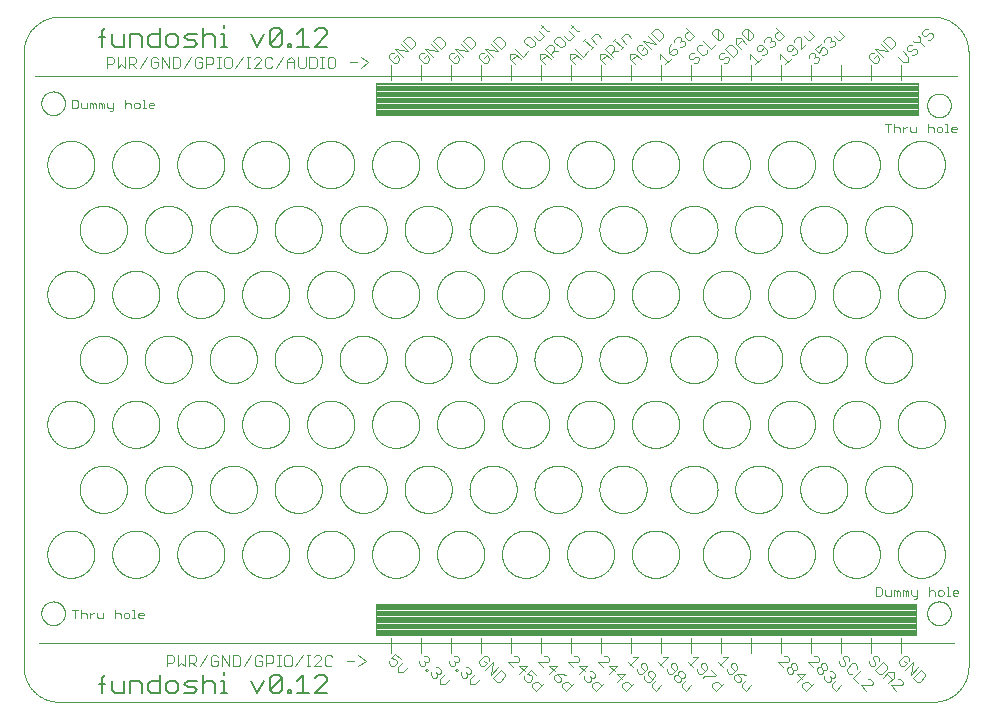
<source format=gto>
G75*
%MOIN*%
%OFA0B0*%
%FSLAX25Y25*%
%IPPOS*%
%LPD*%
%AMOC8*
5,1,8,0,0,1.08239X$1,22.5*
%
%ADD10C,0.00000*%
%ADD11C,0.00300*%
%ADD12C,0.00400*%
%ADD13C,0.00500*%
D10*
X0012811Y0009515D02*
X0304150Y0009515D01*
X0304435Y0009518D01*
X0304721Y0009529D01*
X0305006Y0009546D01*
X0305290Y0009570D01*
X0305574Y0009601D01*
X0305857Y0009639D01*
X0306138Y0009684D01*
X0306419Y0009735D01*
X0306699Y0009793D01*
X0306977Y0009858D01*
X0307253Y0009930D01*
X0307527Y0010008D01*
X0307800Y0010093D01*
X0308070Y0010185D01*
X0308338Y0010283D01*
X0308604Y0010387D01*
X0308867Y0010498D01*
X0309127Y0010615D01*
X0309385Y0010738D01*
X0309639Y0010868D01*
X0309890Y0011004D01*
X0310138Y0011145D01*
X0310382Y0011293D01*
X0310623Y0011446D01*
X0310859Y0011606D01*
X0311092Y0011771D01*
X0311321Y0011941D01*
X0311546Y0012117D01*
X0311766Y0012299D01*
X0311982Y0012485D01*
X0312193Y0012677D01*
X0312400Y0012874D01*
X0312602Y0013076D01*
X0312799Y0013283D01*
X0312991Y0013494D01*
X0313177Y0013710D01*
X0313359Y0013930D01*
X0313535Y0014155D01*
X0313705Y0014384D01*
X0313870Y0014617D01*
X0314030Y0014853D01*
X0314183Y0015094D01*
X0314331Y0015338D01*
X0314472Y0015586D01*
X0314608Y0015837D01*
X0314738Y0016091D01*
X0314861Y0016349D01*
X0314978Y0016609D01*
X0315089Y0016872D01*
X0315193Y0017138D01*
X0315291Y0017406D01*
X0315383Y0017676D01*
X0315468Y0017949D01*
X0315546Y0018223D01*
X0315618Y0018499D01*
X0315683Y0018777D01*
X0315741Y0019057D01*
X0315792Y0019338D01*
X0315837Y0019619D01*
X0315875Y0019902D01*
X0315906Y0020186D01*
X0315930Y0020470D01*
X0315947Y0020755D01*
X0315958Y0021041D01*
X0315961Y0021326D01*
X0315961Y0226050D01*
X0315958Y0226335D01*
X0315947Y0226621D01*
X0315930Y0226906D01*
X0315906Y0227190D01*
X0315875Y0227474D01*
X0315837Y0227757D01*
X0315792Y0228038D01*
X0315741Y0228319D01*
X0315683Y0228599D01*
X0315618Y0228877D01*
X0315546Y0229153D01*
X0315468Y0229427D01*
X0315383Y0229700D01*
X0315291Y0229970D01*
X0315193Y0230238D01*
X0315089Y0230504D01*
X0314978Y0230767D01*
X0314861Y0231027D01*
X0314738Y0231285D01*
X0314608Y0231539D01*
X0314472Y0231790D01*
X0314331Y0232038D01*
X0314183Y0232282D01*
X0314030Y0232523D01*
X0313870Y0232759D01*
X0313705Y0232992D01*
X0313535Y0233221D01*
X0313359Y0233446D01*
X0313177Y0233666D01*
X0312991Y0233882D01*
X0312799Y0234093D01*
X0312602Y0234300D01*
X0312400Y0234502D01*
X0312193Y0234699D01*
X0311982Y0234891D01*
X0311766Y0235077D01*
X0311546Y0235259D01*
X0311321Y0235435D01*
X0311092Y0235605D01*
X0310859Y0235770D01*
X0310623Y0235930D01*
X0310382Y0236083D01*
X0310138Y0236231D01*
X0309890Y0236372D01*
X0309639Y0236508D01*
X0309385Y0236638D01*
X0309127Y0236761D01*
X0308867Y0236878D01*
X0308604Y0236989D01*
X0308338Y0237093D01*
X0308070Y0237191D01*
X0307800Y0237283D01*
X0307527Y0237368D01*
X0307253Y0237446D01*
X0306977Y0237518D01*
X0306699Y0237583D01*
X0306419Y0237641D01*
X0306138Y0237692D01*
X0305857Y0237737D01*
X0305574Y0237775D01*
X0305290Y0237806D01*
X0305006Y0237830D01*
X0304721Y0237847D01*
X0304435Y0237858D01*
X0304150Y0237861D01*
X0012811Y0237861D01*
X0012526Y0237858D01*
X0012240Y0237847D01*
X0011955Y0237830D01*
X0011671Y0237806D01*
X0011387Y0237775D01*
X0011104Y0237737D01*
X0010823Y0237692D01*
X0010542Y0237641D01*
X0010262Y0237583D01*
X0009984Y0237518D01*
X0009708Y0237446D01*
X0009434Y0237368D01*
X0009161Y0237283D01*
X0008891Y0237191D01*
X0008623Y0237093D01*
X0008357Y0236989D01*
X0008094Y0236878D01*
X0007834Y0236761D01*
X0007576Y0236638D01*
X0007322Y0236508D01*
X0007071Y0236372D01*
X0006823Y0236231D01*
X0006579Y0236083D01*
X0006338Y0235930D01*
X0006102Y0235770D01*
X0005869Y0235605D01*
X0005640Y0235435D01*
X0005415Y0235259D01*
X0005195Y0235077D01*
X0004979Y0234891D01*
X0004768Y0234699D01*
X0004561Y0234502D01*
X0004359Y0234300D01*
X0004162Y0234093D01*
X0003970Y0233882D01*
X0003784Y0233666D01*
X0003602Y0233446D01*
X0003426Y0233221D01*
X0003256Y0232992D01*
X0003091Y0232759D01*
X0002931Y0232523D01*
X0002778Y0232282D01*
X0002630Y0232038D01*
X0002489Y0231790D01*
X0002353Y0231539D01*
X0002223Y0231285D01*
X0002100Y0231027D01*
X0001983Y0230767D01*
X0001872Y0230504D01*
X0001768Y0230238D01*
X0001670Y0229970D01*
X0001578Y0229700D01*
X0001493Y0229427D01*
X0001415Y0229153D01*
X0001343Y0228877D01*
X0001278Y0228599D01*
X0001220Y0228319D01*
X0001169Y0228038D01*
X0001124Y0227757D01*
X0001086Y0227474D01*
X0001055Y0227190D01*
X0001031Y0226906D01*
X0001014Y0226621D01*
X0001003Y0226335D01*
X0001000Y0226050D01*
X0001000Y0021326D01*
X0001003Y0021041D01*
X0001014Y0020755D01*
X0001031Y0020470D01*
X0001055Y0020186D01*
X0001086Y0019902D01*
X0001124Y0019619D01*
X0001169Y0019338D01*
X0001220Y0019057D01*
X0001278Y0018777D01*
X0001343Y0018499D01*
X0001415Y0018223D01*
X0001493Y0017949D01*
X0001578Y0017676D01*
X0001670Y0017406D01*
X0001768Y0017138D01*
X0001872Y0016872D01*
X0001983Y0016609D01*
X0002100Y0016349D01*
X0002223Y0016091D01*
X0002353Y0015837D01*
X0002489Y0015586D01*
X0002630Y0015338D01*
X0002778Y0015094D01*
X0002931Y0014853D01*
X0003091Y0014617D01*
X0003256Y0014384D01*
X0003426Y0014155D01*
X0003602Y0013930D01*
X0003784Y0013710D01*
X0003970Y0013494D01*
X0004162Y0013283D01*
X0004359Y0013076D01*
X0004561Y0012874D01*
X0004768Y0012677D01*
X0004979Y0012485D01*
X0005195Y0012299D01*
X0005415Y0012117D01*
X0005640Y0011941D01*
X0005869Y0011771D01*
X0006102Y0011606D01*
X0006338Y0011446D01*
X0006579Y0011293D01*
X0006823Y0011145D01*
X0007071Y0011004D01*
X0007322Y0010868D01*
X0007576Y0010738D01*
X0007834Y0010615D01*
X0008094Y0010498D01*
X0008357Y0010387D01*
X0008623Y0010283D01*
X0008891Y0010185D01*
X0009161Y0010093D01*
X0009434Y0010008D01*
X0009708Y0009930D01*
X0009984Y0009858D01*
X0010262Y0009793D01*
X0010542Y0009735D01*
X0010823Y0009684D01*
X0011104Y0009639D01*
X0011387Y0009601D01*
X0011671Y0009570D01*
X0011955Y0009546D01*
X0012240Y0009529D01*
X0012526Y0009518D01*
X0012811Y0009515D01*
X0006906Y0039043D02*
X0006908Y0039168D01*
X0006914Y0039293D01*
X0006924Y0039417D01*
X0006938Y0039541D01*
X0006955Y0039665D01*
X0006977Y0039788D01*
X0007003Y0039910D01*
X0007032Y0040032D01*
X0007065Y0040152D01*
X0007103Y0040271D01*
X0007143Y0040390D01*
X0007188Y0040506D01*
X0007236Y0040621D01*
X0007288Y0040735D01*
X0007344Y0040847D01*
X0007403Y0040957D01*
X0007465Y0041065D01*
X0007531Y0041172D01*
X0007600Y0041276D01*
X0007673Y0041377D01*
X0007748Y0041477D01*
X0007827Y0041574D01*
X0007909Y0041668D01*
X0007994Y0041760D01*
X0008081Y0041849D01*
X0008172Y0041935D01*
X0008265Y0042018D01*
X0008361Y0042099D01*
X0008459Y0042176D01*
X0008559Y0042250D01*
X0008662Y0042321D01*
X0008767Y0042388D01*
X0008875Y0042453D01*
X0008984Y0042513D01*
X0009095Y0042571D01*
X0009208Y0042624D01*
X0009322Y0042674D01*
X0009438Y0042721D01*
X0009555Y0042763D01*
X0009674Y0042802D01*
X0009794Y0042838D01*
X0009915Y0042869D01*
X0010037Y0042897D01*
X0010159Y0042920D01*
X0010283Y0042940D01*
X0010407Y0042956D01*
X0010531Y0042968D01*
X0010656Y0042976D01*
X0010781Y0042980D01*
X0010905Y0042980D01*
X0011030Y0042976D01*
X0011155Y0042968D01*
X0011279Y0042956D01*
X0011403Y0042940D01*
X0011527Y0042920D01*
X0011649Y0042897D01*
X0011771Y0042869D01*
X0011892Y0042838D01*
X0012012Y0042802D01*
X0012131Y0042763D01*
X0012248Y0042721D01*
X0012364Y0042674D01*
X0012478Y0042624D01*
X0012591Y0042571D01*
X0012702Y0042513D01*
X0012812Y0042453D01*
X0012919Y0042388D01*
X0013024Y0042321D01*
X0013127Y0042250D01*
X0013227Y0042176D01*
X0013325Y0042099D01*
X0013421Y0042018D01*
X0013514Y0041935D01*
X0013605Y0041849D01*
X0013692Y0041760D01*
X0013777Y0041668D01*
X0013859Y0041574D01*
X0013938Y0041477D01*
X0014013Y0041377D01*
X0014086Y0041276D01*
X0014155Y0041172D01*
X0014221Y0041065D01*
X0014283Y0040957D01*
X0014342Y0040847D01*
X0014398Y0040735D01*
X0014450Y0040621D01*
X0014498Y0040506D01*
X0014543Y0040390D01*
X0014583Y0040271D01*
X0014621Y0040152D01*
X0014654Y0040032D01*
X0014683Y0039910D01*
X0014709Y0039788D01*
X0014731Y0039665D01*
X0014748Y0039541D01*
X0014762Y0039417D01*
X0014772Y0039293D01*
X0014778Y0039168D01*
X0014780Y0039043D01*
X0014778Y0038918D01*
X0014772Y0038793D01*
X0014762Y0038669D01*
X0014748Y0038545D01*
X0014731Y0038421D01*
X0014709Y0038298D01*
X0014683Y0038176D01*
X0014654Y0038054D01*
X0014621Y0037934D01*
X0014583Y0037815D01*
X0014543Y0037696D01*
X0014498Y0037580D01*
X0014450Y0037465D01*
X0014398Y0037351D01*
X0014342Y0037239D01*
X0014283Y0037129D01*
X0014221Y0037021D01*
X0014155Y0036914D01*
X0014086Y0036810D01*
X0014013Y0036709D01*
X0013938Y0036609D01*
X0013859Y0036512D01*
X0013777Y0036418D01*
X0013692Y0036326D01*
X0013605Y0036237D01*
X0013514Y0036151D01*
X0013421Y0036068D01*
X0013325Y0035987D01*
X0013227Y0035910D01*
X0013127Y0035836D01*
X0013024Y0035765D01*
X0012919Y0035698D01*
X0012811Y0035633D01*
X0012702Y0035573D01*
X0012591Y0035515D01*
X0012478Y0035462D01*
X0012364Y0035412D01*
X0012248Y0035365D01*
X0012131Y0035323D01*
X0012012Y0035284D01*
X0011892Y0035248D01*
X0011771Y0035217D01*
X0011649Y0035189D01*
X0011527Y0035166D01*
X0011403Y0035146D01*
X0011279Y0035130D01*
X0011155Y0035118D01*
X0011030Y0035110D01*
X0010905Y0035106D01*
X0010781Y0035106D01*
X0010656Y0035110D01*
X0010531Y0035118D01*
X0010407Y0035130D01*
X0010283Y0035146D01*
X0010159Y0035166D01*
X0010037Y0035189D01*
X0009915Y0035217D01*
X0009794Y0035248D01*
X0009674Y0035284D01*
X0009555Y0035323D01*
X0009438Y0035365D01*
X0009322Y0035412D01*
X0009208Y0035462D01*
X0009095Y0035515D01*
X0008984Y0035573D01*
X0008874Y0035633D01*
X0008767Y0035698D01*
X0008662Y0035765D01*
X0008559Y0035836D01*
X0008459Y0035910D01*
X0008361Y0035987D01*
X0008265Y0036068D01*
X0008172Y0036151D01*
X0008081Y0036237D01*
X0007994Y0036326D01*
X0007909Y0036418D01*
X0007827Y0036512D01*
X0007748Y0036609D01*
X0007673Y0036709D01*
X0007600Y0036810D01*
X0007531Y0036914D01*
X0007465Y0037021D01*
X0007403Y0037129D01*
X0007344Y0037239D01*
X0007288Y0037351D01*
X0007236Y0037465D01*
X0007188Y0037580D01*
X0007143Y0037696D01*
X0007103Y0037815D01*
X0007065Y0037934D01*
X0007032Y0038054D01*
X0007003Y0038176D01*
X0006977Y0038298D01*
X0006955Y0038421D01*
X0006938Y0038545D01*
X0006924Y0038669D01*
X0006914Y0038793D01*
X0006908Y0038918D01*
X0006906Y0039043D01*
X0008874Y0058728D02*
X0008876Y0058921D01*
X0008883Y0059114D01*
X0008895Y0059307D01*
X0008912Y0059500D01*
X0008933Y0059692D01*
X0008959Y0059883D01*
X0008990Y0060074D01*
X0009025Y0060264D01*
X0009065Y0060453D01*
X0009110Y0060641D01*
X0009159Y0060828D01*
X0009213Y0061014D01*
X0009271Y0061198D01*
X0009334Y0061381D01*
X0009402Y0061562D01*
X0009473Y0061741D01*
X0009550Y0061919D01*
X0009630Y0062095D01*
X0009715Y0062268D01*
X0009804Y0062440D01*
X0009897Y0062609D01*
X0009994Y0062776D01*
X0010096Y0062941D01*
X0010201Y0063103D01*
X0010310Y0063262D01*
X0010424Y0063419D01*
X0010541Y0063572D01*
X0010661Y0063723D01*
X0010786Y0063871D01*
X0010914Y0064016D01*
X0011045Y0064157D01*
X0011180Y0064296D01*
X0011319Y0064431D01*
X0011460Y0064562D01*
X0011605Y0064690D01*
X0011753Y0064815D01*
X0011904Y0064935D01*
X0012057Y0065052D01*
X0012214Y0065166D01*
X0012373Y0065275D01*
X0012535Y0065380D01*
X0012700Y0065482D01*
X0012867Y0065579D01*
X0013036Y0065672D01*
X0013208Y0065761D01*
X0013381Y0065846D01*
X0013557Y0065926D01*
X0013735Y0066003D01*
X0013914Y0066074D01*
X0014095Y0066142D01*
X0014278Y0066205D01*
X0014462Y0066263D01*
X0014648Y0066317D01*
X0014835Y0066366D01*
X0015023Y0066411D01*
X0015212Y0066451D01*
X0015402Y0066486D01*
X0015593Y0066517D01*
X0015784Y0066543D01*
X0015976Y0066564D01*
X0016169Y0066581D01*
X0016362Y0066593D01*
X0016555Y0066600D01*
X0016748Y0066602D01*
X0016941Y0066600D01*
X0017134Y0066593D01*
X0017327Y0066581D01*
X0017520Y0066564D01*
X0017712Y0066543D01*
X0017903Y0066517D01*
X0018094Y0066486D01*
X0018284Y0066451D01*
X0018473Y0066411D01*
X0018661Y0066366D01*
X0018848Y0066317D01*
X0019034Y0066263D01*
X0019218Y0066205D01*
X0019401Y0066142D01*
X0019582Y0066074D01*
X0019761Y0066003D01*
X0019939Y0065926D01*
X0020115Y0065846D01*
X0020288Y0065761D01*
X0020460Y0065672D01*
X0020629Y0065579D01*
X0020796Y0065482D01*
X0020961Y0065380D01*
X0021123Y0065275D01*
X0021282Y0065166D01*
X0021439Y0065052D01*
X0021592Y0064935D01*
X0021743Y0064815D01*
X0021891Y0064690D01*
X0022036Y0064562D01*
X0022177Y0064431D01*
X0022316Y0064296D01*
X0022451Y0064157D01*
X0022582Y0064016D01*
X0022710Y0063871D01*
X0022835Y0063723D01*
X0022955Y0063572D01*
X0023072Y0063419D01*
X0023186Y0063262D01*
X0023295Y0063103D01*
X0023400Y0062941D01*
X0023502Y0062776D01*
X0023599Y0062609D01*
X0023692Y0062440D01*
X0023781Y0062268D01*
X0023866Y0062095D01*
X0023946Y0061919D01*
X0024023Y0061741D01*
X0024094Y0061562D01*
X0024162Y0061381D01*
X0024225Y0061198D01*
X0024283Y0061014D01*
X0024337Y0060828D01*
X0024386Y0060641D01*
X0024431Y0060453D01*
X0024471Y0060264D01*
X0024506Y0060074D01*
X0024537Y0059883D01*
X0024563Y0059692D01*
X0024584Y0059500D01*
X0024601Y0059307D01*
X0024613Y0059114D01*
X0024620Y0058921D01*
X0024622Y0058728D01*
X0024620Y0058535D01*
X0024613Y0058342D01*
X0024601Y0058149D01*
X0024584Y0057956D01*
X0024563Y0057764D01*
X0024537Y0057573D01*
X0024506Y0057382D01*
X0024471Y0057192D01*
X0024431Y0057003D01*
X0024386Y0056815D01*
X0024337Y0056628D01*
X0024283Y0056442D01*
X0024225Y0056258D01*
X0024162Y0056075D01*
X0024094Y0055894D01*
X0024023Y0055715D01*
X0023946Y0055537D01*
X0023866Y0055361D01*
X0023781Y0055188D01*
X0023692Y0055016D01*
X0023599Y0054847D01*
X0023502Y0054680D01*
X0023400Y0054515D01*
X0023295Y0054353D01*
X0023186Y0054194D01*
X0023072Y0054037D01*
X0022955Y0053884D01*
X0022835Y0053733D01*
X0022710Y0053585D01*
X0022582Y0053440D01*
X0022451Y0053299D01*
X0022316Y0053160D01*
X0022177Y0053025D01*
X0022036Y0052894D01*
X0021891Y0052766D01*
X0021743Y0052641D01*
X0021592Y0052521D01*
X0021439Y0052404D01*
X0021282Y0052290D01*
X0021123Y0052181D01*
X0020961Y0052076D01*
X0020796Y0051974D01*
X0020629Y0051877D01*
X0020460Y0051784D01*
X0020288Y0051695D01*
X0020115Y0051610D01*
X0019939Y0051530D01*
X0019761Y0051453D01*
X0019582Y0051382D01*
X0019401Y0051314D01*
X0019218Y0051251D01*
X0019034Y0051193D01*
X0018848Y0051139D01*
X0018661Y0051090D01*
X0018473Y0051045D01*
X0018284Y0051005D01*
X0018094Y0050970D01*
X0017903Y0050939D01*
X0017712Y0050913D01*
X0017520Y0050892D01*
X0017327Y0050875D01*
X0017134Y0050863D01*
X0016941Y0050856D01*
X0016748Y0050854D01*
X0016555Y0050856D01*
X0016362Y0050863D01*
X0016169Y0050875D01*
X0015976Y0050892D01*
X0015784Y0050913D01*
X0015593Y0050939D01*
X0015402Y0050970D01*
X0015212Y0051005D01*
X0015023Y0051045D01*
X0014835Y0051090D01*
X0014648Y0051139D01*
X0014462Y0051193D01*
X0014278Y0051251D01*
X0014095Y0051314D01*
X0013914Y0051382D01*
X0013735Y0051453D01*
X0013557Y0051530D01*
X0013381Y0051610D01*
X0013208Y0051695D01*
X0013036Y0051784D01*
X0012867Y0051877D01*
X0012700Y0051974D01*
X0012535Y0052076D01*
X0012373Y0052181D01*
X0012214Y0052290D01*
X0012057Y0052404D01*
X0011904Y0052521D01*
X0011753Y0052641D01*
X0011605Y0052766D01*
X0011460Y0052894D01*
X0011319Y0053025D01*
X0011180Y0053160D01*
X0011045Y0053299D01*
X0010914Y0053440D01*
X0010786Y0053585D01*
X0010661Y0053733D01*
X0010541Y0053884D01*
X0010424Y0054037D01*
X0010310Y0054194D01*
X0010201Y0054353D01*
X0010096Y0054515D01*
X0009994Y0054680D01*
X0009897Y0054847D01*
X0009804Y0055016D01*
X0009715Y0055188D01*
X0009630Y0055361D01*
X0009550Y0055537D01*
X0009473Y0055715D01*
X0009402Y0055894D01*
X0009334Y0056075D01*
X0009271Y0056258D01*
X0009213Y0056442D01*
X0009159Y0056628D01*
X0009110Y0056815D01*
X0009065Y0057003D01*
X0009025Y0057192D01*
X0008990Y0057382D01*
X0008959Y0057573D01*
X0008933Y0057764D01*
X0008912Y0057956D01*
X0008895Y0058149D01*
X0008883Y0058342D01*
X0008876Y0058535D01*
X0008874Y0058728D01*
X0019701Y0080381D02*
X0019703Y0080574D01*
X0019710Y0080767D01*
X0019722Y0080960D01*
X0019739Y0081153D01*
X0019760Y0081345D01*
X0019786Y0081536D01*
X0019817Y0081727D01*
X0019852Y0081917D01*
X0019892Y0082106D01*
X0019937Y0082294D01*
X0019986Y0082481D01*
X0020040Y0082667D01*
X0020098Y0082851D01*
X0020161Y0083034D01*
X0020229Y0083215D01*
X0020300Y0083394D01*
X0020377Y0083572D01*
X0020457Y0083748D01*
X0020542Y0083921D01*
X0020631Y0084093D01*
X0020724Y0084262D01*
X0020821Y0084429D01*
X0020923Y0084594D01*
X0021028Y0084756D01*
X0021137Y0084915D01*
X0021251Y0085072D01*
X0021368Y0085225D01*
X0021488Y0085376D01*
X0021613Y0085524D01*
X0021741Y0085669D01*
X0021872Y0085810D01*
X0022007Y0085949D01*
X0022146Y0086084D01*
X0022287Y0086215D01*
X0022432Y0086343D01*
X0022580Y0086468D01*
X0022731Y0086588D01*
X0022884Y0086705D01*
X0023041Y0086819D01*
X0023200Y0086928D01*
X0023362Y0087033D01*
X0023527Y0087135D01*
X0023694Y0087232D01*
X0023863Y0087325D01*
X0024035Y0087414D01*
X0024208Y0087499D01*
X0024384Y0087579D01*
X0024562Y0087656D01*
X0024741Y0087727D01*
X0024922Y0087795D01*
X0025105Y0087858D01*
X0025289Y0087916D01*
X0025475Y0087970D01*
X0025662Y0088019D01*
X0025850Y0088064D01*
X0026039Y0088104D01*
X0026229Y0088139D01*
X0026420Y0088170D01*
X0026611Y0088196D01*
X0026803Y0088217D01*
X0026996Y0088234D01*
X0027189Y0088246D01*
X0027382Y0088253D01*
X0027575Y0088255D01*
X0027768Y0088253D01*
X0027961Y0088246D01*
X0028154Y0088234D01*
X0028347Y0088217D01*
X0028539Y0088196D01*
X0028730Y0088170D01*
X0028921Y0088139D01*
X0029111Y0088104D01*
X0029300Y0088064D01*
X0029488Y0088019D01*
X0029675Y0087970D01*
X0029861Y0087916D01*
X0030045Y0087858D01*
X0030228Y0087795D01*
X0030409Y0087727D01*
X0030588Y0087656D01*
X0030766Y0087579D01*
X0030942Y0087499D01*
X0031115Y0087414D01*
X0031287Y0087325D01*
X0031456Y0087232D01*
X0031623Y0087135D01*
X0031788Y0087033D01*
X0031950Y0086928D01*
X0032109Y0086819D01*
X0032266Y0086705D01*
X0032419Y0086588D01*
X0032570Y0086468D01*
X0032718Y0086343D01*
X0032863Y0086215D01*
X0033004Y0086084D01*
X0033143Y0085949D01*
X0033278Y0085810D01*
X0033409Y0085669D01*
X0033537Y0085524D01*
X0033662Y0085376D01*
X0033782Y0085225D01*
X0033899Y0085072D01*
X0034013Y0084915D01*
X0034122Y0084756D01*
X0034227Y0084594D01*
X0034329Y0084429D01*
X0034426Y0084262D01*
X0034519Y0084093D01*
X0034608Y0083921D01*
X0034693Y0083748D01*
X0034773Y0083572D01*
X0034850Y0083394D01*
X0034921Y0083215D01*
X0034989Y0083034D01*
X0035052Y0082851D01*
X0035110Y0082667D01*
X0035164Y0082481D01*
X0035213Y0082294D01*
X0035258Y0082106D01*
X0035298Y0081917D01*
X0035333Y0081727D01*
X0035364Y0081536D01*
X0035390Y0081345D01*
X0035411Y0081153D01*
X0035428Y0080960D01*
X0035440Y0080767D01*
X0035447Y0080574D01*
X0035449Y0080381D01*
X0035447Y0080188D01*
X0035440Y0079995D01*
X0035428Y0079802D01*
X0035411Y0079609D01*
X0035390Y0079417D01*
X0035364Y0079226D01*
X0035333Y0079035D01*
X0035298Y0078845D01*
X0035258Y0078656D01*
X0035213Y0078468D01*
X0035164Y0078281D01*
X0035110Y0078095D01*
X0035052Y0077911D01*
X0034989Y0077728D01*
X0034921Y0077547D01*
X0034850Y0077368D01*
X0034773Y0077190D01*
X0034693Y0077014D01*
X0034608Y0076841D01*
X0034519Y0076669D01*
X0034426Y0076500D01*
X0034329Y0076333D01*
X0034227Y0076168D01*
X0034122Y0076006D01*
X0034013Y0075847D01*
X0033899Y0075690D01*
X0033782Y0075537D01*
X0033662Y0075386D01*
X0033537Y0075238D01*
X0033409Y0075093D01*
X0033278Y0074952D01*
X0033143Y0074813D01*
X0033004Y0074678D01*
X0032863Y0074547D01*
X0032718Y0074419D01*
X0032570Y0074294D01*
X0032419Y0074174D01*
X0032266Y0074057D01*
X0032109Y0073943D01*
X0031950Y0073834D01*
X0031788Y0073729D01*
X0031623Y0073627D01*
X0031456Y0073530D01*
X0031287Y0073437D01*
X0031115Y0073348D01*
X0030942Y0073263D01*
X0030766Y0073183D01*
X0030588Y0073106D01*
X0030409Y0073035D01*
X0030228Y0072967D01*
X0030045Y0072904D01*
X0029861Y0072846D01*
X0029675Y0072792D01*
X0029488Y0072743D01*
X0029300Y0072698D01*
X0029111Y0072658D01*
X0028921Y0072623D01*
X0028730Y0072592D01*
X0028539Y0072566D01*
X0028347Y0072545D01*
X0028154Y0072528D01*
X0027961Y0072516D01*
X0027768Y0072509D01*
X0027575Y0072507D01*
X0027382Y0072509D01*
X0027189Y0072516D01*
X0026996Y0072528D01*
X0026803Y0072545D01*
X0026611Y0072566D01*
X0026420Y0072592D01*
X0026229Y0072623D01*
X0026039Y0072658D01*
X0025850Y0072698D01*
X0025662Y0072743D01*
X0025475Y0072792D01*
X0025289Y0072846D01*
X0025105Y0072904D01*
X0024922Y0072967D01*
X0024741Y0073035D01*
X0024562Y0073106D01*
X0024384Y0073183D01*
X0024208Y0073263D01*
X0024035Y0073348D01*
X0023863Y0073437D01*
X0023694Y0073530D01*
X0023527Y0073627D01*
X0023362Y0073729D01*
X0023200Y0073834D01*
X0023041Y0073943D01*
X0022884Y0074057D01*
X0022731Y0074174D01*
X0022580Y0074294D01*
X0022432Y0074419D01*
X0022287Y0074547D01*
X0022146Y0074678D01*
X0022007Y0074813D01*
X0021872Y0074952D01*
X0021741Y0075093D01*
X0021613Y0075238D01*
X0021488Y0075386D01*
X0021368Y0075537D01*
X0021251Y0075690D01*
X0021137Y0075847D01*
X0021028Y0076006D01*
X0020923Y0076168D01*
X0020821Y0076333D01*
X0020724Y0076500D01*
X0020631Y0076669D01*
X0020542Y0076841D01*
X0020457Y0077014D01*
X0020377Y0077190D01*
X0020300Y0077368D01*
X0020229Y0077547D01*
X0020161Y0077728D01*
X0020098Y0077911D01*
X0020040Y0078095D01*
X0019986Y0078281D01*
X0019937Y0078468D01*
X0019892Y0078656D01*
X0019852Y0078845D01*
X0019817Y0079035D01*
X0019786Y0079226D01*
X0019760Y0079417D01*
X0019739Y0079609D01*
X0019722Y0079802D01*
X0019710Y0079995D01*
X0019703Y0080188D01*
X0019701Y0080381D01*
X0008874Y0102035D02*
X0008876Y0102228D01*
X0008883Y0102421D01*
X0008895Y0102614D01*
X0008912Y0102807D01*
X0008933Y0102999D01*
X0008959Y0103190D01*
X0008990Y0103381D01*
X0009025Y0103571D01*
X0009065Y0103760D01*
X0009110Y0103948D01*
X0009159Y0104135D01*
X0009213Y0104321D01*
X0009271Y0104505D01*
X0009334Y0104688D01*
X0009402Y0104869D01*
X0009473Y0105048D01*
X0009550Y0105226D01*
X0009630Y0105402D01*
X0009715Y0105575D01*
X0009804Y0105747D01*
X0009897Y0105916D01*
X0009994Y0106083D01*
X0010096Y0106248D01*
X0010201Y0106410D01*
X0010310Y0106569D01*
X0010424Y0106726D01*
X0010541Y0106879D01*
X0010661Y0107030D01*
X0010786Y0107178D01*
X0010914Y0107323D01*
X0011045Y0107464D01*
X0011180Y0107603D01*
X0011319Y0107738D01*
X0011460Y0107869D01*
X0011605Y0107997D01*
X0011753Y0108122D01*
X0011904Y0108242D01*
X0012057Y0108359D01*
X0012214Y0108473D01*
X0012373Y0108582D01*
X0012535Y0108687D01*
X0012700Y0108789D01*
X0012867Y0108886D01*
X0013036Y0108979D01*
X0013208Y0109068D01*
X0013381Y0109153D01*
X0013557Y0109233D01*
X0013735Y0109310D01*
X0013914Y0109381D01*
X0014095Y0109449D01*
X0014278Y0109512D01*
X0014462Y0109570D01*
X0014648Y0109624D01*
X0014835Y0109673D01*
X0015023Y0109718D01*
X0015212Y0109758D01*
X0015402Y0109793D01*
X0015593Y0109824D01*
X0015784Y0109850D01*
X0015976Y0109871D01*
X0016169Y0109888D01*
X0016362Y0109900D01*
X0016555Y0109907D01*
X0016748Y0109909D01*
X0016941Y0109907D01*
X0017134Y0109900D01*
X0017327Y0109888D01*
X0017520Y0109871D01*
X0017712Y0109850D01*
X0017903Y0109824D01*
X0018094Y0109793D01*
X0018284Y0109758D01*
X0018473Y0109718D01*
X0018661Y0109673D01*
X0018848Y0109624D01*
X0019034Y0109570D01*
X0019218Y0109512D01*
X0019401Y0109449D01*
X0019582Y0109381D01*
X0019761Y0109310D01*
X0019939Y0109233D01*
X0020115Y0109153D01*
X0020288Y0109068D01*
X0020460Y0108979D01*
X0020629Y0108886D01*
X0020796Y0108789D01*
X0020961Y0108687D01*
X0021123Y0108582D01*
X0021282Y0108473D01*
X0021439Y0108359D01*
X0021592Y0108242D01*
X0021743Y0108122D01*
X0021891Y0107997D01*
X0022036Y0107869D01*
X0022177Y0107738D01*
X0022316Y0107603D01*
X0022451Y0107464D01*
X0022582Y0107323D01*
X0022710Y0107178D01*
X0022835Y0107030D01*
X0022955Y0106879D01*
X0023072Y0106726D01*
X0023186Y0106569D01*
X0023295Y0106410D01*
X0023400Y0106248D01*
X0023502Y0106083D01*
X0023599Y0105916D01*
X0023692Y0105747D01*
X0023781Y0105575D01*
X0023866Y0105402D01*
X0023946Y0105226D01*
X0024023Y0105048D01*
X0024094Y0104869D01*
X0024162Y0104688D01*
X0024225Y0104505D01*
X0024283Y0104321D01*
X0024337Y0104135D01*
X0024386Y0103948D01*
X0024431Y0103760D01*
X0024471Y0103571D01*
X0024506Y0103381D01*
X0024537Y0103190D01*
X0024563Y0102999D01*
X0024584Y0102807D01*
X0024601Y0102614D01*
X0024613Y0102421D01*
X0024620Y0102228D01*
X0024622Y0102035D01*
X0024620Y0101842D01*
X0024613Y0101649D01*
X0024601Y0101456D01*
X0024584Y0101263D01*
X0024563Y0101071D01*
X0024537Y0100880D01*
X0024506Y0100689D01*
X0024471Y0100499D01*
X0024431Y0100310D01*
X0024386Y0100122D01*
X0024337Y0099935D01*
X0024283Y0099749D01*
X0024225Y0099565D01*
X0024162Y0099382D01*
X0024094Y0099201D01*
X0024023Y0099022D01*
X0023946Y0098844D01*
X0023866Y0098668D01*
X0023781Y0098495D01*
X0023692Y0098323D01*
X0023599Y0098154D01*
X0023502Y0097987D01*
X0023400Y0097822D01*
X0023295Y0097660D01*
X0023186Y0097501D01*
X0023072Y0097344D01*
X0022955Y0097191D01*
X0022835Y0097040D01*
X0022710Y0096892D01*
X0022582Y0096747D01*
X0022451Y0096606D01*
X0022316Y0096467D01*
X0022177Y0096332D01*
X0022036Y0096201D01*
X0021891Y0096073D01*
X0021743Y0095948D01*
X0021592Y0095828D01*
X0021439Y0095711D01*
X0021282Y0095597D01*
X0021123Y0095488D01*
X0020961Y0095383D01*
X0020796Y0095281D01*
X0020629Y0095184D01*
X0020460Y0095091D01*
X0020288Y0095002D01*
X0020115Y0094917D01*
X0019939Y0094837D01*
X0019761Y0094760D01*
X0019582Y0094689D01*
X0019401Y0094621D01*
X0019218Y0094558D01*
X0019034Y0094500D01*
X0018848Y0094446D01*
X0018661Y0094397D01*
X0018473Y0094352D01*
X0018284Y0094312D01*
X0018094Y0094277D01*
X0017903Y0094246D01*
X0017712Y0094220D01*
X0017520Y0094199D01*
X0017327Y0094182D01*
X0017134Y0094170D01*
X0016941Y0094163D01*
X0016748Y0094161D01*
X0016555Y0094163D01*
X0016362Y0094170D01*
X0016169Y0094182D01*
X0015976Y0094199D01*
X0015784Y0094220D01*
X0015593Y0094246D01*
X0015402Y0094277D01*
X0015212Y0094312D01*
X0015023Y0094352D01*
X0014835Y0094397D01*
X0014648Y0094446D01*
X0014462Y0094500D01*
X0014278Y0094558D01*
X0014095Y0094621D01*
X0013914Y0094689D01*
X0013735Y0094760D01*
X0013557Y0094837D01*
X0013381Y0094917D01*
X0013208Y0095002D01*
X0013036Y0095091D01*
X0012867Y0095184D01*
X0012700Y0095281D01*
X0012535Y0095383D01*
X0012373Y0095488D01*
X0012214Y0095597D01*
X0012057Y0095711D01*
X0011904Y0095828D01*
X0011753Y0095948D01*
X0011605Y0096073D01*
X0011460Y0096201D01*
X0011319Y0096332D01*
X0011180Y0096467D01*
X0011045Y0096606D01*
X0010914Y0096747D01*
X0010786Y0096892D01*
X0010661Y0097040D01*
X0010541Y0097191D01*
X0010424Y0097344D01*
X0010310Y0097501D01*
X0010201Y0097660D01*
X0010096Y0097822D01*
X0009994Y0097987D01*
X0009897Y0098154D01*
X0009804Y0098323D01*
X0009715Y0098495D01*
X0009630Y0098668D01*
X0009550Y0098844D01*
X0009473Y0099022D01*
X0009402Y0099201D01*
X0009334Y0099382D01*
X0009271Y0099565D01*
X0009213Y0099749D01*
X0009159Y0099935D01*
X0009110Y0100122D01*
X0009065Y0100310D01*
X0009025Y0100499D01*
X0008990Y0100689D01*
X0008959Y0100880D01*
X0008933Y0101071D01*
X0008912Y0101263D01*
X0008895Y0101456D01*
X0008883Y0101649D01*
X0008876Y0101842D01*
X0008874Y0102035D01*
X0019701Y0123688D02*
X0019703Y0123881D01*
X0019710Y0124074D01*
X0019722Y0124267D01*
X0019739Y0124460D01*
X0019760Y0124652D01*
X0019786Y0124843D01*
X0019817Y0125034D01*
X0019852Y0125224D01*
X0019892Y0125413D01*
X0019937Y0125601D01*
X0019986Y0125788D01*
X0020040Y0125974D01*
X0020098Y0126158D01*
X0020161Y0126341D01*
X0020229Y0126522D01*
X0020300Y0126701D01*
X0020377Y0126879D01*
X0020457Y0127055D01*
X0020542Y0127228D01*
X0020631Y0127400D01*
X0020724Y0127569D01*
X0020821Y0127736D01*
X0020923Y0127901D01*
X0021028Y0128063D01*
X0021137Y0128222D01*
X0021251Y0128379D01*
X0021368Y0128532D01*
X0021488Y0128683D01*
X0021613Y0128831D01*
X0021741Y0128976D01*
X0021872Y0129117D01*
X0022007Y0129256D01*
X0022146Y0129391D01*
X0022287Y0129522D01*
X0022432Y0129650D01*
X0022580Y0129775D01*
X0022731Y0129895D01*
X0022884Y0130012D01*
X0023041Y0130126D01*
X0023200Y0130235D01*
X0023362Y0130340D01*
X0023527Y0130442D01*
X0023694Y0130539D01*
X0023863Y0130632D01*
X0024035Y0130721D01*
X0024208Y0130806D01*
X0024384Y0130886D01*
X0024562Y0130963D01*
X0024741Y0131034D01*
X0024922Y0131102D01*
X0025105Y0131165D01*
X0025289Y0131223D01*
X0025475Y0131277D01*
X0025662Y0131326D01*
X0025850Y0131371D01*
X0026039Y0131411D01*
X0026229Y0131446D01*
X0026420Y0131477D01*
X0026611Y0131503D01*
X0026803Y0131524D01*
X0026996Y0131541D01*
X0027189Y0131553D01*
X0027382Y0131560D01*
X0027575Y0131562D01*
X0027768Y0131560D01*
X0027961Y0131553D01*
X0028154Y0131541D01*
X0028347Y0131524D01*
X0028539Y0131503D01*
X0028730Y0131477D01*
X0028921Y0131446D01*
X0029111Y0131411D01*
X0029300Y0131371D01*
X0029488Y0131326D01*
X0029675Y0131277D01*
X0029861Y0131223D01*
X0030045Y0131165D01*
X0030228Y0131102D01*
X0030409Y0131034D01*
X0030588Y0130963D01*
X0030766Y0130886D01*
X0030942Y0130806D01*
X0031115Y0130721D01*
X0031287Y0130632D01*
X0031456Y0130539D01*
X0031623Y0130442D01*
X0031788Y0130340D01*
X0031950Y0130235D01*
X0032109Y0130126D01*
X0032266Y0130012D01*
X0032419Y0129895D01*
X0032570Y0129775D01*
X0032718Y0129650D01*
X0032863Y0129522D01*
X0033004Y0129391D01*
X0033143Y0129256D01*
X0033278Y0129117D01*
X0033409Y0128976D01*
X0033537Y0128831D01*
X0033662Y0128683D01*
X0033782Y0128532D01*
X0033899Y0128379D01*
X0034013Y0128222D01*
X0034122Y0128063D01*
X0034227Y0127901D01*
X0034329Y0127736D01*
X0034426Y0127569D01*
X0034519Y0127400D01*
X0034608Y0127228D01*
X0034693Y0127055D01*
X0034773Y0126879D01*
X0034850Y0126701D01*
X0034921Y0126522D01*
X0034989Y0126341D01*
X0035052Y0126158D01*
X0035110Y0125974D01*
X0035164Y0125788D01*
X0035213Y0125601D01*
X0035258Y0125413D01*
X0035298Y0125224D01*
X0035333Y0125034D01*
X0035364Y0124843D01*
X0035390Y0124652D01*
X0035411Y0124460D01*
X0035428Y0124267D01*
X0035440Y0124074D01*
X0035447Y0123881D01*
X0035449Y0123688D01*
X0035447Y0123495D01*
X0035440Y0123302D01*
X0035428Y0123109D01*
X0035411Y0122916D01*
X0035390Y0122724D01*
X0035364Y0122533D01*
X0035333Y0122342D01*
X0035298Y0122152D01*
X0035258Y0121963D01*
X0035213Y0121775D01*
X0035164Y0121588D01*
X0035110Y0121402D01*
X0035052Y0121218D01*
X0034989Y0121035D01*
X0034921Y0120854D01*
X0034850Y0120675D01*
X0034773Y0120497D01*
X0034693Y0120321D01*
X0034608Y0120148D01*
X0034519Y0119976D01*
X0034426Y0119807D01*
X0034329Y0119640D01*
X0034227Y0119475D01*
X0034122Y0119313D01*
X0034013Y0119154D01*
X0033899Y0118997D01*
X0033782Y0118844D01*
X0033662Y0118693D01*
X0033537Y0118545D01*
X0033409Y0118400D01*
X0033278Y0118259D01*
X0033143Y0118120D01*
X0033004Y0117985D01*
X0032863Y0117854D01*
X0032718Y0117726D01*
X0032570Y0117601D01*
X0032419Y0117481D01*
X0032266Y0117364D01*
X0032109Y0117250D01*
X0031950Y0117141D01*
X0031788Y0117036D01*
X0031623Y0116934D01*
X0031456Y0116837D01*
X0031287Y0116744D01*
X0031115Y0116655D01*
X0030942Y0116570D01*
X0030766Y0116490D01*
X0030588Y0116413D01*
X0030409Y0116342D01*
X0030228Y0116274D01*
X0030045Y0116211D01*
X0029861Y0116153D01*
X0029675Y0116099D01*
X0029488Y0116050D01*
X0029300Y0116005D01*
X0029111Y0115965D01*
X0028921Y0115930D01*
X0028730Y0115899D01*
X0028539Y0115873D01*
X0028347Y0115852D01*
X0028154Y0115835D01*
X0027961Y0115823D01*
X0027768Y0115816D01*
X0027575Y0115814D01*
X0027382Y0115816D01*
X0027189Y0115823D01*
X0026996Y0115835D01*
X0026803Y0115852D01*
X0026611Y0115873D01*
X0026420Y0115899D01*
X0026229Y0115930D01*
X0026039Y0115965D01*
X0025850Y0116005D01*
X0025662Y0116050D01*
X0025475Y0116099D01*
X0025289Y0116153D01*
X0025105Y0116211D01*
X0024922Y0116274D01*
X0024741Y0116342D01*
X0024562Y0116413D01*
X0024384Y0116490D01*
X0024208Y0116570D01*
X0024035Y0116655D01*
X0023863Y0116744D01*
X0023694Y0116837D01*
X0023527Y0116934D01*
X0023362Y0117036D01*
X0023200Y0117141D01*
X0023041Y0117250D01*
X0022884Y0117364D01*
X0022731Y0117481D01*
X0022580Y0117601D01*
X0022432Y0117726D01*
X0022287Y0117854D01*
X0022146Y0117985D01*
X0022007Y0118120D01*
X0021872Y0118259D01*
X0021741Y0118400D01*
X0021613Y0118545D01*
X0021488Y0118693D01*
X0021368Y0118844D01*
X0021251Y0118997D01*
X0021137Y0119154D01*
X0021028Y0119313D01*
X0020923Y0119475D01*
X0020821Y0119640D01*
X0020724Y0119807D01*
X0020631Y0119976D01*
X0020542Y0120148D01*
X0020457Y0120321D01*
X0020377Y0120497D01*
X0020300Y0120675D01*
X0020229Y0120854D01*
X0020161Y0121035D01*
X0020098Y0121218D01*
X0020040Y0121402D01*
X0019986Y0121588D01*
X0019937Y0121775D01*
X0019892Y0121963D01*
X0019852Y0122152D01*
X0019817Y0122342D01*
X0019786Y0122533D01*
X0019760Y0122724D01*
X0019739Y0122916D01*
X0019722Y0123109D01*
X0019710Y0123302D01*
X0019703Y0123495D01*
X0019701Y0123688D01*
X0008874Y0145342D02*
X0008876Y0145535D01*
X0008883Y0145728D01*
X0008895Y0145921D01*
X0008912Y0146114D01*
X0008933Y0146306D01*
X0008959Y0146497D01*
X0008990Y0146688D01*
X0009025Y0146878D01*
X0009065Y0147067D01*
X0009110Y0147255D01*
X0009159Y0147442D01*
X0009213Y0147628D01*
X0009271Y0147812D01*
X0009334Y0147995D01*
X0009402Y0148176D01*
X0009473Y0148355D01*
X0009550Y0148533D01*
X0009630Y0148709D01*
X0009715Y0148882D01*
X0009804Y0149054D01*
X0009897Y0149223D01*
X0009994Y0149390D01*
X0010096Y0149555D01*
X0010201Y0149717D01*
X0010310Y0149876D01*
X0010424Y0150033D01*
X0010541Y0150186D01*
X0010661Y0150337D01*
X0010786Y0150485D01*
X0010914Y0150630D01*
X0011045Y0150771D01*
X0011180Y0150910D01*
X0011319Y0151045D01*
X0011460Y0151176D01*
X0011605Y0151304D01*
X0011753Y0151429D01*
X0011904Y0151549D01*
X0012057Y0151666D01*
X0012214Y0151780D01*
X0012373Y0151889D01*
X0012535Y0151994D01*
X0012700Y0152096D01*
X0012867Y0152193D01*
X0013036Y0152286D01*
X0013208Y0152375D01*
X0013381Y0152460D01*
X0013557Y0152540D01*
X0013735Y0152617D01*
X0013914Y0152688D01*
X0014095Y0152756D01*
X0014278Y0152819D01*
X0014462Y0152877D01*
X0014648Y0152931D01*
X0014835Y0152980D01*
X0015023Y0153025D01*
X0015212Y0153065D01*
X0015402Y0153100D01*
X0015593Y0153131D01*
X0015784Y0153157D01*
X0015976Y0153178D01*
X0016169Y0153195D01*
X0016362Y0153207D01*
X0016555Y0153214D01*
X0016748Y0153216D01*
X0016941Y0153214D01*
X0017134Y0153207D01*
X0017327Y0153195D01*
X0017520Y0153178D01*
X0017712Y0153157D01*
X0017903Y0153131D01*
X0018094Y0153100D01*
X0018284Y0153065D01*
X0018473Y0153025D01*
X0018661Y0152980D01*
X0018848Y0152931D01*
X0019034Y0152877D01*
X0019218Y0152819D01*
X0019401Y0152756D01*
X0019582Y0152688D01*
X0019761Y0152617D01*
X0019939Y0152540D01*
X0020115Y0152460D01*
X0020288Y0152375D01*
X0020460Y0152286D01*
X0020629Y0152193D01*
X0020796Y0152096D01*
X0020961Y0151994D01*
X0021123Y0151889D01*
X0021282Y0151780D01*
X0021439Y0151666D01*
X0021592Y0151549D01*
X0021743Y0151429D01*
X0021891Y0151304D01*
X0022036Y0151176D01*
X0022177Y0151045D01*
X0022316Y0150910D01*
X0022451Y0150771D01*
X0022582Y0150630D01*
X0022710Y0150485D01*
X0022835Y0150337D01*
X0022955Y0150186D01*
X0023072Y0150033D01*
X0023186Y0149876D01*
X0023295Y0149717D01*
X0023400Y0149555D01*
X0023502Y0149390D01*
X0023599Y0149223D01*
X0023692Y0149054D01*
X0023781Y0148882D01*
X0023866Y0148709D01*
X0023946Y0148533D01*
X0024023Y0148355D01*
X0024094Y0148176D01*
X0024162Y0147995D01*
X0024225Y0147812D01*
X0024283Y0147628D01*
X0024337Y0147442D01*
X0024386Y0147255D01*
X0024431Y0147067D01*
X0024471Y0146878D01*
X0024506Y0146688D01*
X0024537Y0146497D01*
X0024563Y0146306D01*
X0024584Y0146114D01*
X0024601Y0145921D01*
X0024613Y0145728D01*
X0024620Y0145535D01*
X0024622Y0145342D01*
X0024620Y0145149D01*
X0024613Y0144956D01*
X0024601Y0144763D01*
X0024584Y0144570D01*
X0024563Y0144378D01*
X0024537Y0144187D01*
X0024506Y0143996D01*
X0024471Y0143806D01*
X0024431Y0143617D01*
X0024386Y0143429D01*
X0024337Y0143242D01*
X0024283Y0143056D01*
X0024225Y0142872D01*
X0024162Y0142689D01*
X0024094Y0142508D01*
X0024023Y0142329D01*
X0023946Y0142151D01*
X0023866Y0141975D01*
X0023781Y0141802D01*
X0023692Y0141630D01*
X0023599Y0141461D01*
X0023502Y0141294D01*
X0023400Y0141129D01*
X0023295Y0140967D01*
X0023186Y0140808D01*
X0023072Y0140651D01*
X0022955Y0140498D01*
X0022835Y0140347D01*
X0022710Y0140199D01*
X0022582Y0140054D01*
X0022451Y0139913D01*
X0022316Y0139774D01*
X0022177Y0139639D01*
X0022036Y0139508D01*
X0021891Y0139380D01*
X0021743Y0139255D01*
X0021592Y0139135D01*
X0021439Y0139018D01*
X0021282Y0138904D01*
X0021123Y0138795D01*
X0020961Y0138690D01*
X0020796Y0138588D01*
X0020629Y0138491D01*
X0020460Y0138398D01*
X0020288Y0138309D01*
X0020115Y0138224D01*
X0019939Y0138144D01*
X0019761Y0138067D01*
X0019582Y0137996D01*
X0019401Y0137928D01*
X0019218Y0137865D01*
X0019034Y0137807D01*
X0018848Y0137753D01*
X0018661Y0137704D01*
X0018473Y0137659D01*
X0018284Y0137619D01*
X0018094Y0137584D01*
X0017903Y0137553D01*
X0017712Y0137527D01*
X0017520Y0137506D01*
X0017327Y0137489D01*
X0017134Y0137477D01*
X0016941Y0137470D01*
X0016748Y0137468D01*
X0016555Y0137470D01*
X0016362Y0137477D01*
X0016169Y0137489D01*
X0015976Y0137506D01*
X0015784Y0137527D01*
X0015593Y0137553D01*
X0015402Y0137584D01*
X0015212Y0137619D01*
X0015023Y0137659D01*
X0014835Y0137704D01*
X0014648Y0137753D01*
X0014462Y0137807D01*
X0014278Y0137865D01*
X0014095Y0137928D01*
X0013914Y0137996D01*
X0013735Y0138067D01*
X0013557Y0138144D01*
X0013381Y0138224D01*
X0013208Y0138309D01*
X0013036Y0138398D01*
X0012867Y0138491D01*
X0012700Y0138588D01*
X0012535Y0138690D01*
X0012373Y0138795D01*
X0012214Y0138904D01*
X0012057Y0139018D01*
X0011904Y0139135D01*
X0011753Y0139255D01*
X0011605Y0139380D01*
X0011460Y0139508D01*
X0011319Y0139639D01*
X0011180Y0139774D01*
X0011045Y0139913D01*
X0010914Y0140054D01*
X0010786Y0140199D01*
X0010661Y0140347D01*
X0010541Y0140498D01*
X0010424Y0140651D01*
X0010310Y0140808D01*
X0010201Y0140967D01*
X0010096Y0141129D01*
X0009994Y0141294D01*
X0009897Y0141461D01*
X0009804Y0141630D01*
X0009715Y0141802D01*
X0009630Y0141975D01*
X0009550Y0142151D01*
X0009473Y0142329D01*
X0009402Y0142508D01*
X0009334Y0142689D01*
X0009271Y0142872D01*
X0009213Y0143056D01*
X0009159Y0143242D01*
X0009110Y0143429D01*
X0009065Y0143617D01*
X0009025Y0143806D01*
X0008990Y0143996D01*
X0008959Y0144187D01*
X0008933Y0144378D01*
X0008912Y0144570D01*
X0008895Y0144763D01*
X0008883Y0144956D01*
X0008876Y0145149D01*
X0008874Y0145342D01*
X0019701Y0166995D02*
X0019703Y0167188D01*
X0019710Y0167381D01*
X0019722Y0167574D01*
X0019739Y0167767D01*
X0019760Y0167959D01*
X0019786Y0168150D01*
X0019817Y0168341D01*
X0019852Y0168531D01*
X0019892Y0168720D01*
X0019937Y0168908D01*
X0019986Y0169095D01*
X0020040Y0169281D01*
X0020098Y0169465D01*
X0020161Y0169648D01*
X0020229Y0169829D01*
X0020300Y0170008D01*
X0020377Y0170186D01*
X0020457Y0170362D01*
X0020542Y0170535D01*
X0020631Y0170707D01*
X0020724Y0170876D01*
X0020821Y0171043D01*
X0020923Y0171208D01*
X0021028Y0171370D01*
X0021137Y0171529D01*
X0021251Y0171686D01*
X0021368Y0171839D01*
X0021488Y0171990D01*
X0021613Y0172138D01*
X0021741Y0172283D01*
X0021872Y0172424D01*
X0022007Y0172563D01*
X0022146Y0172698D01*
X0022287Y0172829D01*
X0022432Y0172957D01*
X0022580Y0173082D01*
X0022731Y0173202D01*
X0022884Y0173319D01*
X0023041Y0173433D01*
X0023200Y0173542D01*
X0023362Y0173647D01*
X0023527Y0173749D01*
X0023694Y0173846D01*
X0023863Y0173939D01*
X0024035Y0174028D01*
X0024208Y0174113D01*
X0024384Y0174193D01*
X0024562Y0174270D01*
X0024741Y0174341D01*
X0024922Y0174409D01*
X0025105Y0174472D01*
X0025289Y0174530D01*
X0025475Y0174584D01*
X0025662Y0174633D01*
X0025850Y0174678D01*
X0026039Y0174718D01*
X0026229Y0174753D01*
X0026420Y0174784D01*
X0026611Y0174810D01*
X0026803Y0174831D01*
X0026996Y0174848D01*
X0027189Y0174860D01*
X0027382Y0174867D01*
X0027575Y0174869D01*
X0027768Y0174867D01*
X0027961Y0174860D01*
X0028154Y0174848D01*
X0028347Y0174831D01*
X0028539Y0174810D01*
X0028730Y0174784D01*
X0028921Y0174753D01*
X0029111Y0174718D01*
X0029300Y0174678D01*
X0029488Y0174633D01*
X0029675Y0174584D01*
X0029861Y0174530D01*
X0030045Y0174472D01*
X0030228Y0174409D01*
X0030409Y0174341D01*
X0030588Y0174270D01*
X0030766Y0174193D01*
X0030942Y0174113D01*
X0031115Y0174028D01*
X0031287Y0173939D01*
X0031456Y0173846D01*
X0031623Y0173749D01*
X0031788Y0173647D01*
X0031950Y0173542D01*
X0032109Y0173433D01*
X0032266Y0173319D01*
X0032419Y0173202D01*
X0032570Y0173082D01*
X0032718Y0172957D01*
X0032863Y0172829D01*
X0033004Y0172698D01*
X0033143Y0172563D01*
X0033278Y0172424D01*
X0033409Y0172283D01*
X0033537Y0172138D01*
X0033662Y0171990D01*
X0033782Y0171839D01*
X0033899Y0171686D01*
X0034013Y0171529D01*
X0034122Y0171370D01*
X0034227Y0171208D01*
X0034329Y0171043D01*
X0034426Y0170876D01*
X0034519Y0170707D01*
X0034608Y0170535D01*
X0034693Y0170362D01*
X0034773Y0170186D01*
X0034850Y0170008D01*
X0034921Y0169829D01*
X0034989Y0169648D01*
X0035052Y0169465D01*
X0035110Y0169281D01*
X0035164Y0169095D01*
X0035213Y0168908D01*
X0035258Y0168720D01*
X0035298Y0168531D01*
X0035333Y0168341D01*
X0035364Y0168150D01*
X0035390Y0167959D01*
X0035411Y0167767D01*
X0035428Y0167574D01*
X0035440Y0167381D01*
X0035447Y0167188D01*
X0035449Y0166995D01*
X0035447Y0166802D01*
X0035440Y0166609D01*
X0035428Y0166416D01*
X0035411Y0166223D01*
X0035390Y0166031D01*
X0035364Y0165840D01*
X0035333Y0165649D01*
X0035298Y0165459D01*
X0035258Y0165270D01*
X0035213Y0165082D01*
X0035164Y0164895D01*
X0035110Y0164709D01*
X0035052Y0164525D01*
X0034989Y0164342D01*
X0034921Y0164161D01*
X0034850Y0163982D01*
X0034773Y0163804D01*
X0034693Y0163628D01*
X0034608Y0163455D01*
X0034519Y0163283D01*
X0034426Y0163114D01*
X0034329Y0162947D01*
X0034227Y0162782D01*
X0034122Y0162620D01*
X0034013Y0162461D01*
X0033899Y0162304D01*
X0033782Y0162151D01*
X0033662Y0162000D01*
X0033537Y0161852D01*
X0033409Y0161707D01*
X0033278Y0161566D01*
X0033143Y0161427D01*
X0033004Y0161292D01*
X0032863Y0161161D01*
X0032718Y0161033D01*
X0032570Y0160908D01*
X0032419Y0160788D01*
X0032266Y0160671D01*
X0032109Y0160557D01*
X0031950Y0160448D01*
X0031788Y0160343D01*
X0031623Y0160241D01*
X0031456Y0160144D01*
X0031287Y0160051D01*
X0031115Y0159962D01*
X0030942Y0159877D01*
X0030766Y0159797D01*
X0030588Y0159720D01*
X0030409Y0159649D01*
X0030228Y0159581D01*
X0030045Y0159518D01*
X0029861Y0159460D01*
X0029675Y0159406D01*
X0029488Y0159357D01*
X0029300Y0159312D01*
X0029111Y0159272D01*
X0028921Y0159237D01*
X0028730Y0159206D01*
X0028539Y0159180D01*
X0028347Y0159159D01*
X0028154Y0159142D01*
X0027961Y0159130D01*
X0027768Y0159123D01*
X0027575Y0159121D01*
X0027382Y0159123D01*
X0027189Y0159130D01*
X0026996Y0159142D01*
X0026803Y0159159D01*
X0026611Y0159180D01*
X0026420Y0159206D01*
X0026229Y0159237D01*
X0026039Y0159272D01*
X0025850Y0159312D01*
X0025662Y0159357D01*
X0025475Y0159406D01*
X0025289Y0159460D01*
X0025105Y0159518D01*
X0024922Y0159581D01*
X0024741Y0159649D01*
X0024562Y0159720D01*
X0024384Y0159797D01*
X0024208Y0159877D01*
X0024035Y0159962D01*
X0023863Y0160051D01*
X0023694Y0160144D01*
X0023527Y0160241D01*
X0023362Y0160343D01*
X0023200Y0160448D01*
X0023041Y0160557D01*
X0022884Y0160671D01*
X0022731Y0160788D01*
X0022580Y0160908D01*
X0022432Y0161033D01*
X0022287Y0161161D01*
X0022146Y0161292D01*
X0022007Y0161427D01*
X0021872Y0161566D01*
X0021741Y0161707D01*
X0021613Y0161852D01*
X0021488Y0162000D01*
X0021368Y0162151D01*
X0021251Y0162304D01*
X0021137Y0162461D01*
X0021028Y0162620D01*
X0020923Y0162782D01*
X0020821Y0162947D01*
X0020724Y0163114D01*
X0020631Y0163283D01*
X0020542Y0163455D01*
X0020457Y0163628D01*
X0020377Y0163804D01*
X0020300Y0163982D01*
X0020229Y0164161D01*
X0020161Y0164342D01*
X0020098Y0164525D01*
X0020040Y0164709D01*
X0019986Y0164895D01*
X0019937Y0165082D01*
X0019892Y0165270D01*
X0019852Y0165459D01*
X0019817Y0165649D01*
X0019786Y0165840D01*
X0019760Y0166031D01*
X0019739Y0166223D01*
X0019722Y0166416D01*
X0019710Y0166609D01*
X0019703Y0166802D01*
X0019701Y0166995D01*
X0030528Y0145342D02*
X0030530Y0145535D01*
X0030537Y0145728D01*
X0030549Y0145921D01*
X0030566Y0146114D01*
X0030587Y0146306D01*
X0030613Y0146497D01*
X0030644Y0146688D01*
X0030679Y0146878D01*
X0030719Y0147067D01*
X0030764Y0147255D01*
X0030813Y0147442D01*
X0030867Y0147628D01*
X0030925Y0147812D01*
X0030988Y0147995D01*
X0031056Y0148176D01*
X0031127Y0148355D01*
X0031204Y0148533D01*
X0031284Y0148709D01*
X0031369Y0148882D01*
X0031458Y0149054D01*
X0031551Y0149223D01*
X0031648Y0149390D01*
X0031750Y0149555D01*
X0031855Y0149717D01*
X0031964Y0149876D01*
X0032078Y0150033D01*
X0032195Y0150186D01*
X0032315Y0150337D01*
X0032440Y0150485D01*
X0032568Y0150630D01*
X0032699Y0150771D01*
X0032834Y0150910D01*
X0032973Y0151045D01*
X0033114Y0151176D01*
X0033259Y0151304D01*
X0033407Y0151429D01*
X0033558Y0151549D01*
X0033711Y0151666D01*
X0033868Y0151780D01*
X0034027Y0151889D01*
X0034189Y0151994D01*
X0034354Y0152096D01*
X0034521Y0152193D01*
X0034690Y0152286D01*
X0034862Y0152375D01*
X0035035Y0152460D01*
X0035211Y0152540D01*
X0035389Y0152617D01*
X0035568Y0152688D01*
X0035749Y0152756D01*
X0035932Y0152819D01*
X0036116Y0152877D01*
X0036302Y0152931D01*
X0036489Y0152980D01*
X0036677Y0153025D01*
X0036866Y0153065D01*
X0037056Y0153100D01*
X0037247Y0153131D01*
X0037438Y0153157D01*
X0037630Y0153178D01*
X0037823Y0153195D01*
X0038016Y0153207D01*
X0038209Y0153214D01*
X0038402Y0153216D01*
X0038595Y0153214D01*
X0038788Y0153207D01*
X0038981Y0153195D01*
X0039174Y0153178D01*
X0039366Y0153157D01*
X0039557Y0153131D01*
X0039748Y0153100D01*
X0039938Y0153065D01*
X0040127Y0153025D01*
X0040315Y0152980D01*
X0040502Y0152931D01*
X0040688Y0152877D01*
X0040872Y0152819D01*
X0041055Y0152756D01*
X0041236Y0152688D01*
X0041415Y0152617D01*
X0041593Y0152540D01*
X0041769Y0152460D01*
X0041942Y0152375D01*
X0042114Y0152286D01*
X0042283Y0152193D01*
X0042450Y0152096D01*
X0042615Y0151994D01*
X0042777Y0151889D01*
X0042936Y0151780D01*
X0043093Y0151666D01*
X0043246Y0151549D01*
X0043397Y0151429D01*
X0043545Y0151304D01*
X0043690Y0151176D01*
X0043831Y0151045D01*
X0043970Y0150910D01*
X0044105Y0150771D01*
X0044236Y0150630D01*
X0044364Y0150485D01*
X0044489Y0150337D01*
X0044609Y0150186D01*
X0044726Y0150033D01*
X0044840Y0149876D01*
X0044949Y0149717D01*
X0045054Y0149555D01*
X0045156Y0149390D01*
X0045253Y0149223D01*
X0045346Y0149054D01*
X0045435Y0148882D01*
X0045520Y0148709D01*
X0045600Y0148533D01*
X0045677Y0148355D01*
X0045748Y0148176D01*
X0045816Y0147995D01*
X0045879Y0147812D01*
X0045937Y0147628D01*
X0045991Y0147442D01*
X0046040Y0147255D01*
X0046085Y0147067D01*
X0046125Y0146878D01*
X0046160Y0146688D01*
X0046191Y0146497D01*
X0046217Y0146306D01*
X0046238Y0146114D01*
X0046255Y0145921D01*
X0046267Y0145728D01*
X0046274Y0145535D01*
X0046276Y0145342D01*
X0046274Y0145149D01*
X0046267Y0144956D01*
X0046255Y0144763D01*
X0046238Y0144570D01*
X0046217Y0144378D01*
X0046191Y0144187D01*
X0046160Y0143996D01*
X0046125Y0143806D01*
X0046085Y0143617D01*
X0046040Y0143429D01*
X0045991Y0143242D01*
X0045937Y0143056D01*
X0045879Y0142872D01*
X0045816Y0142689D01*
X0045748Y0142508D01*
X0045677Y0142329D01*
X0045600Y0142151D01*
X0045520Y0141975D01*
X0045435Y0141802D01*
X0045346Y0141630D01*
X0045253Y0141461D01*
X0045156Y0141294D01*
X0045054Y0141129D01*
X0044949Y0140967D01*
X0044840Y0140808D01*
X0044726Y0140651D01*
X0044609Y0140498D01*
X0044489Y0140347D01*
X0044364Y0140199D01*
X0044236Y0140054D01*
X0044105Y0139913D01*
X0043970Y0139774D01*
X0043831Y0139639D01*
X0043690Y0139508D01*
X0043545Y0139380D01*
X0043397Y0139255D01*
X0043246Y0139135D01*
X0043093Y0139018D01*
X0042936Y0138904D01*
X0042777Y0138795D01*
X0042615Y0138690D01*
X0042450Y0138588D01*
X0042283Y0138491D01*
X0042114Y0138398D01*
X0041942Y0138309D01*
X0041769Y0138224D01*
X0041593Y0138144D01*
X0041415Y0138067D01*
X0041236Y0137996D01*
X0041055Y0137928D01*
X0040872Y0137865D01*
X0040688Y0137807D01*
X0040502Y0137753D01*
X0040315Y0137704D01*
X0040127Y0137659D01*
X0039938Y0137619D01*
X0039748Y0137584D01*
X0039557Y0137553D01*
X0039366Y0137527D01*
X0039174Y0137506D01*
X0038981Y0137489D01*
X0038788Y0137477D01*
X0038595Y0137470D01*
X0038402Y0137468D01*
X0038209Y0137470D01*
X0038016Y0137477D01*
X0037823Y0137489D01*
X0037630Y0137506D01*
X0037438Y0137527D01*
X0037247Y0137553D01*
X0037056Y0137584D01*
X0036866Y0137619D01*
X0036677Y0137659D01*
X0036489Y0137704D01*
X0036302Y0137753D01*
X0036116Y0137807D01*
X0035932Y0137865D01*
X0035749Y0137928D01*
X0035568Y0137996D01*
X0035389Y0138067D01*
X0035211Y0138144D01*
X0035035Y0138224D01*
X0034862Y0138309D01*
X0034690Y0138398D01*
X0034521Y0138491D01*
X0034354Y0138588D01*
X0034189Y0138690D01*
X0034027Y0138795D01*
X0033868Y0138904D01*
X0033711Y0139018D01*
X0033558Y0139135D01*
X0033407Y0139255D01*
X0033259Y0139380D01*
X0033114Y0139508D01*
X0032973Y0139639D01*
X0032834Y0139774D01*
X0032699Y0139913D01*
X0032568Y0140054D01*
X0032440Y0140199D01*
X0032315Y0140347D01*
X0032195Y0140498D01*
X0032078Y0140651D01*
X0031964Y0140808D01*
X0031855Y0140967D01*
X0031750Y0141129D01*
X0031648Y0141294D01*
X0031551Y0141461D01*
X0031458Y0141630D01*
X0031369Y0141802D01*
X0031284Y0141975D01*
X0031204Y0142151D01*
X0031127Y0142329D01*
X0031056Y0142508D01*
X0030988Y0142689D01*
X0030925Y0142872D01*
X0030867Y0143056D01*
X0030813Y0143242D01*
X0030764Y0143429D01*
X0030719Y0143617D01*
X0030679Y0143806D01*
X0030644Y0143996D01*
X0030613Y0144187D01*
X0030587Y0144378D01*
X0030566Y0144570D01*
X0030549Y0144763D01*
X0030537Y0144956D01*
X0030530Y0145149D01*
X0030528Y0145342D01*
X0041354Y0166995D02*
X0041356Y0167188D01*
X0041363Y0167381D01*
X0041375Y0167574D01*
X0041392Y0167767D01*
X0041413Y0167959D01*
X0041439Y0168150D01*
X0041470Y0168341D01*
X0041505Y0168531D01*
X0041545Y0168720D01*
X0041590Y0168908D01*
X0041639Y0169095D01*
X0041693Y0169281D01*
X0041751Y0169465D01*
X0041814Y0169648D01*
X0041882Y0169829D01*
X0041953Y0170008D01*
X0042030Y0170186D01*
X0042110Y0170362D01*
X0042195Y0170535D01*
X0042284Y0170707D01*
X0042377Y0170876D01*
X0042474Y0171043D01*
X0042576Y0171208D01*
X0042681Y0171370D01*
X0042790Y0171529D01*
X0042904Y0171686D01*
X0043021Y0171839D01*
X0043141Y0171990D01*
X0043266Y0172138D01*
X0043394Y0172283D01*
X0043525Y0172424D01*
X0043660Y0172563D01*
X0043799Y0172698D01*
X0043940Y0172829D01*
X0044085Y0172957D01*
X0044233Y0173082D01*
X0044384Y0173202D01*
X0044537Y0173319D01*
X0044694Y0173433D01*
X0044853Y0173542D01*
X0045015Y0173647D01*
X0045180Y0173749D01*
X0045347Y0173846D01*
X0045516Y0173939D01*
X0045688Y0174028D01*
X0045861Y0174113D01*
X0046037Y0174193D01*
X0046215Y0174270D01*
X0046394Y0174341D01*
X0046575Y0174409D01*
X0046758Y0174472D01*
X0046942Y0174530D01*
X0047128Y0174584D01*
X0047315Y0174633D01*
X0047503Y0174678D01*
X0047692Y0174718D01*
X0047882Y0174753D01*
X0048073Y0174784D01*
X0048264Y0174810D01*
X0048456Y0174831D01*
X0048649Y0174848D01*
X0048842Y0174860D01*
X0049035Y0174867D01*
X0049228Y0174869D01*
X0049421Y0174867D01*
X0049614Y0174860D01*
X0049807Y0174848D01*
X0050000Y0174831D01*
X0050192Y0174810D01*
X0050383Y0174784D01*
X0050574Y0174753D01*
X0050764Y0174718D01*
X0050953Y0174678D01*
X0051141Y0174633D01*
X0051328Y0174584D01*
X0051514Y0174530D01*
X0051698Y0174472D01*
X0051881Y0174409D01*
X0052062Y0174341D01*
X0052241Y0174270D01*
X0052419Y0174193D01*
X0052595Y0174113D01*
X0052768Y0174028D01*
X0052940Y0173939D01*
X0053109Y0173846D01*
X0053276Y0173749D01*
X0053441Y0173647D01*
X0053603Y0173542D01*
X0053762Y0173433D01*
X0053919Y0173319D01*
X0054072Y0173202D01*
X0054223Y0173082D01*
X0054371Y0172957D01*
X0054516Y0172829D01*
X0054657Y0172698D01*
X0054796Y0172563D01*
X0054931Y0172424D01*
X0055062Y0172283D01*
X0055190Y0172138D01*
X0055315Y0171990D01*
X0055435Y0171839D01*
X0055552Y0171686D01*
X0055666Y0171529D01*
X0055775Y0171370D01*
X0055880Y0171208D01*
X0055982Y0171043D01*
X0056079Y0170876D01*
X0056172Y0170707D01*
X0056261Y0170535D01*
X0056346Y0170362D01*
X0056426Y0170186D01*
X0056503Y0170008D01*
X0056574Y0169829D01*
X0056642Y0169648D01*
X0056705Y0169465D01*
X0056763Y0169281D01*
X0056817Y0169095D01*
X0056866Y0168908D01*
X0056911Y0168720D01*
X0056951Y0168531D01*
X0056986Y0168341D01*
X0057017Y0168150D01*
X0057043Y0167959D01*
X0057064Y0167767D01*
X0057081Y0167574D01*
X0057093Y0167381D01*
X0057100Y0167188D01*
X0057102Y0166995D01*
X0057100Y0166802D01*
X0057093Y0166609D01*
X0057081Y0166416D01*
X0057064Y0166223D01*
X0057043Y0166031D01*
X0057017Y0165840D01*
X0056986Y0165649D01*
X0056951Y0165459D01*
X0056911Y0165270D01*
X0056866Y0165082D01*
X0056817Y0164895D01*
X0056763Y0164709D01*
X0056705Y0164525D01*
X0056642Y0164342D01*
X0056574Y0164161D01*
X0056503Y0163982D01*
X0056426Y0163804D01*
X0056346Y0163628D01*
X0056261Y0163455D01*
X0056172Y0163283D01*
X0056079Y0163114D01*
X0055982Y0162947D01*
X0055880Y0162782D01*
X0055775Y0162620D01*
X0055666Y0162461D01*
X0055552Y0162304D01*
X0055435Y0162151D01*
X0055315Y0162000D01*
X0055190Y0161852D01*
X0055062Y0161707D01*
X0054931Y0161566D01*
X0054796Y0161427D01*
X0054657Y0161292D01*
X0054516Y0161161D01*
X0054371Y0161033D01*
X0054223Y0160908D01*
X0054072Y0160788D01*
X0053919Y0160671D01*
X0053762Y0160557D01*
X0053603Y0160448D01*
X0053441Y0160343D01*
X0053276Y0160241D01*
X0053109Y0160144D01*
X0052940Y0160051D01*
X0052768Y0159962D01*
X0052595Y0159877D01*
X0052419Y0159797D01*
X0052241Y0159720D01*
X0052062Y0159649D01*
X0051881Y0159581D01*
X0051698Y0159518D01*
X0051514Y0159460D01*
X0051328Y0159406D01*
X0051141Y0159357D01*
X0050953Y0159312D01*
X0050764Y0159272D01*
X0050574Y0159237D01*
X0050383Y0159206D01*
X0050192Y0159180D01*
X0050000Y0159159D01*
X0049807Y0159142D01*
X0049614Y0159130D01*
X0049421Y0159123D01*
X0049228Y0159121D01*
X0049035Y0159123D01*
X0048842Y0159130D01*
X0048649Y0159142D01*
X0048456Y0159159D01*
X0048264Y0159180D01*
X0048073Y0159206D01*
X0047882Y0159237D01*
X0047692Y0159272D01*
X0047503Y0159312D01*
X0047315Y0159357D01*
X0047128Y0159406D01*
X0046942Y0159460D01*
X0046758Y0159518D01*
X0046575Y0159581D01*
X0046394Y0159649D01*
X0046215Y0159720D01*
X0046037Y0159797D01*
X0045861Y0159877D01*
X0045688Y0159962D01*
X0045516Y0160051D01*
X0045347Y0160144D01*
X0045180Y0160241D01*
X0045015Y0160343D01*
X0044853Y0160448D01*
X0044694Y0160557D01*
X0044537Y0160671D01*
X0044384Y0160788D01*
X0044233Y0160908D01*
X0044085Y0161033D01*
X0043940Y0161161D01*
X0043799Y0161292D01*
X0043660Y0161427D01*
X0043525Y0161566D01*
X0043394Y0161707D01*
X0043266Y0161852D01*
X0043141Y0162000D01*
X0043021Y0162151D01*
X0042904Y0162304D01*
X0042790Y0162461D01*
X0042681Y0162620D01*
X0042576Y0162782D01*
X0042474Y0162947D01*
X0042377Y0163114D01*
X0042284Y0163283D01*
X0042195Y0163455D01*
X0042110Y0163628D01*
X0042030Y0163804D01*
X0041953Y0163982D01*
X0041882Y0164161D01*
X0041814Y0164342D01*
X0041751Y0164525D01*
X0041693Y0164709D01*
X0041639Y0164895D01*
X0041590Y0165082D01*
X0041545Y0165270D01*
X0041505Y0165459D01*
X0041470Y0165649D01*
X0041439Y0165840D01*
X0041413Y0166031D01*
X0041392Y0166223D01*
X0041375Y0166416D01*
X0041363Y0166609D01*
X0041356Y0166802D01*
X0041354Y0166995D01*
X0052181Y0145342D02*
X0052183Y0145535D01*
X0052190Y0145728D01*
X0052202Y0145921D01*
X0052219Y0146114D01*
X0052240Y0146306D01*
X0052266Y0146497D01*
X0052297Y0146688D01*
X0052332Y0146878D01*
X0052372Y0147067D01*
X0052417Y0147255D01*
X0052466Y0147442D01*
X0052520Y0147628D01*
X0052578Y0147812D01*
X0052641Y0147995D01*
X0052709Y0148176D01*
X0052780Y0148355D01*
X0052857Y0148533D01*
X0052937Y0148709D01*
X0053022Y0148882D01*
X0053111Y0149054D01*
X0053204Y0149223D01*
X0053301Y0149390D01*
X0053403Y0149555D01*
X0053508Y0149717D01*
X0053617Y0149876D01*
X0053731Y0150033D01*
X0053848Y0150186D01*
X0053968Y0150337D01*
X0054093Y0150485D01*
X0054221Y0150630D01*
X0054352Y0150771D01*
X0054487Y0150910D01*
X0054626Y0151045D01*
X0054767Y0151176D01*
X0054912Y0151304D01*
X0055060Y0151429D01*
X0055211Y0151549D01*
X0055364Y0151666D01*
X0055521Y0151780D01*
X0055680Y0151889D01*
X0055842Y0151994D01*
X0056007Y0152096D01*
X0056174Y0152193D01*
X0056343Y0152286D01*
X0056515Y0152375D01*
X0056688Y0152460D01*
X0056864Y0152540D01*
X0057042Y0152617D01*
X0057221Y0152688D01*
X0057402Y0152756D01*
X0057585Y0152819D01*
X0057769Y0152877D01*
X0057955Y0152931D01*
X0058142Y0152980D01*
X0058330Y0153025D01*
X0058519Y0153065D01*
X0058709Y0153100D01*
X0058900Y0153131D01*
X0059091Y0153157D01*
X0059283Y0153178D01*
X0059476Y0153195D01*
X0059669Y0153207D01*
X0059862Y0153214D01*
X0060055Y0153216D01*
X0060248Y0153214D01*
X0060441Y0153207D01*
X0060634Y0153195D01*
X0060827Y0153178D01*
X0061019Y0153157D01*
X0061210Y0153131D01*
X0061401Y0153100D01*
X0061591Y0153065D01*
X0061780Y0153025D01*
X0061968Y0152980D01*
X0062155Y0152931D01*
X0062341Y0152877D01*
X0062525Y0152819D01*
X0062708Y0152756D01*
X0062889Y0152688D01*
X0063068Y0152617D01*
X0063246Y0152540D01*
X0063422Y0152460D01*
X0063595Y0152375D01*
X0063767Y0152286D01*
X0063936Y0152193D01*
X0064103Y0152096D01*
X0064268Y0151994D01*
X0064430Y0151889D01*
X0064589Y0151780D01*
X0064746Y0151666D01*
X0064899Y0151549D01*
X0065050Y0151429D01*
X0065198Y0151304D01*
X0065343Y0151176D01*
X0065484Y0151045D01*
X0065623Y0150910D01*
X0065758Y0150771D01*
X0065889Y0150630D01*
X0066017Y0150485D01*
X0066142Y0150337D01*
X0066262Y0150186D01*
X0066379Y0150033D01*
X0066493Y0149876D01*
X0066602Y0149717D01*
X0066707Y0149555D01*
X0066809Y0149390D01*
X0066906Y0149223D01*
X0066999Y0149054D01*
X0067088Y0148882D01*
X0067173Y0148709D01*
X0067253Y0148533D01*
X0067330Y0148355D01*
X0067401Y0148176D01*
X0067469Y0147995D01*
X0067532Y0147812D01*
X0067590Y0147628D01*
X0067644Y0147442D01*
X0067693Y0147255D01*
X0067738Y0147067D01*
X0067778Y0146878D01*
X0067813Y0146688D01*
X0067844Y0146497D01*
X0067870Y0146306D01*
X0067891Y0146114D01*
X0067908Y0145921D01*
X0067920Y0145728D01*
X0067927Y0145535D01*
X0067929Y0145342D01*
X0067927Y0145149D01*
X0067920Y0144956D01*
X0067908Y0144763D01*
X0067891Y0144570D01*
X0067870Y0144378D01*
X0067844Y0144187D01*
X0067813Y0143996D01*
X0067778Y0143806D01*
X0067738Y0143617D01*
X0067693Y0143429D01*
X0067644Y0143242D01*
X0067590Y0143056D01*
X0067532Y0142872D01*
X0067469Y0142689D01*
X0067401Y0142508D01*
X0067330Y0142329D01*
X0067253Y0142151D01*
X0067173Y0141975D01*
X0067088Y0141802D01*
X0066999Y0141630D01*
X0066906Y0141461D01*
X0066809Y0141294D01*
X0066707Y0141129D01*
X0066602Y0140967D01*
X0066493Y0140808D01*
X0066379Y0140651D01*
X0066262Y0140498D01*
X0066142Y0140347D01*
X0066017Y0140199D01*
X0065889Y0140054D01*
X0065758Y0139913D01*
X0065623Y0139774D01*
X0065484Y0139639D01*
X0065343Y0139508D01*
X0065198Y0139380D01*
X0065050Y0139255D01*
X0064899Y0139135D01*
X0064746Y0139018D01*
X0064589Y0138904D01*
X0064430Y0138795D01*
X0064268Y0138690D01*
X0064103Y0138588D01*
X0063936Y0138491D01*
X0063767Y0138398D01*
X0063595Y0138309D01*
X0063422Y0138224D01*
X0063246Y0138144D01*
X0063068Y0138067D01*
X0062889Y0137996D01*
X0062708Y0137928D01*
X0062525Y0137865D01*
X0062341Y0137807D01*
X0062155Y0137753D01*
X0061968Y0137704D01*
X0061780Y0137659D01*
X0061591Y0137619D01*
X0061401Y0137584D01*
X0061210Y0137553D01*
X0061019Y0137527D01*
X0060827Y0137506D01*
X0060634Y0137489D01*
X0060441Y0137477D01*
X0060248Y0137470D01*
X0060055Y0137468D01*
X0059862Y0137470D01*
X0059669Y0137477D01*
X0059476Y0137489D01*
X0059283Y0137506D01*
X0059091Y0137527D01*
X0058900Y0137553D01*
X0058709Y0137584D01*
X0058519Y0137619D01*
X0058330Y0137659D01*
X0058142Y0137704D01*
X0057955Y0137753D01*
X0057769Y0137807D01*
X0057585Y0137865D01*
X0057402Y0137928D01*
X0057221Y0137996D01*
X0057042Y0138067D01*
X0056864Y0138144D01*
X0056688Y0138224D01*
X0056515Y0138309D01*
X0056343Y0138398D01*
X0056174Y0138491D01*
X0056007Y0138588D01*
X0055842Y0138690D01*
X0055680Y0138795D01*
X0055521Y0138904D01*
X0055364Y0139018D01*
X0055211Y0139135D01*
X0055060Y0139255D01*
X0054912Y0139380D01*
X0054767Y0139508D01*
X0054626Y0139639D01*
X0054487Y0139774D01*
X0054352Y0139913D01*
X0054221Y0140054D01*
X0054093Y0140199D01*
X0053968Y0140347D01*
X0053848Y0140498D01*
X0053731Y0140651D01*
X0053617Y0140808D01*
X0053508Y0140967D01*
X0053403Y0141129D01*
X0053301Y0141294D01*
X0053204Y0141461D01*
X0053111Y0141630D01*
X0053022Y0141802D01*
X0052937Y0141975D01*
X0052857Y0142151D01*
X0052780Y0142329D01*
X0052709Y0142508D01*
X0052641Y0142689D01*
X0052578Y0142872D01*
X0052520Y0143056D01*
X0052466Y0143242D01*
X0052417Y0143429D01*
X0052372Y0143617D01*
X0052332Y0143806D01*
X0052297Y0143996D01*
X0052266Y0144187D01*
X0052240Y0144378D01*
X0052219Y0144570D01*
X0052202Y0144763D01*
X0052190Y0144956D01*
X0052183Y0145149D01*
X0052181Y0145342D01*
X0063008Y0166995D02*
X0063010Y0167188D01*
X0063017Y0167381D01*
X0063029Y0167574D01*
X0063046Y0167767D01*
X0063067Y0167959D01*
X0063093Y0168150D01*
X0063124Y0168341D01*
X0063159Y0168531D01*
X0063199Y0168720D01*
X0063244Y0168908D01*
X0063293Y0169095D01*
X0063347Y0169281D01*
X0063405Y0169465D01*
X0063468Y0169648D01*
X0063536Y0169829D01*
X0063607Y0170008D01*
X0063684Y0170186D01*
X0063764Y0170362D01*
X0063849Y0170535D01*
X0063938Y0170707D01*
X0064031Y0170876D01*
X0064128Y0171043D01*
X0064230Y0171208D01*
X0064335Y0171370D01*
X0064444Y0171529D01*
X0064558Y0171686D01*
X0064675Y0171839D01*
X0064795Y0171990D01*
X0064920Y0172138D01*
X0065048Y0172283D01*
X0065179Y0172424D01*
X0065314Y0172563D01*
X0065453Y0172698D01*
X0065594Y0172829D01*
X0065739Y0172957D01*
X0065887Y0173082D01*
X0066038Y0173202D01*
X0066191Y0173319D01*
X0066348Y0173433D01*
X0066507Y0173542D01*
X0066669Y0173647D01*
X0066834Y0173749D01*
X0067001Y0173846D01*
X0067170Y0173939D01*
X0067342Y0174028D01*
X0067515Y0174113D01*
X0067691Y0174193D01*
X0067869Y0174270D01*
X0068048Y0174341D01*
X0068229Y0174409D01*
X0068412Y0174472D01*
X0068596Y0174530D01*
X0068782Y0174584D01*
X0068969Y0174633D01*
X0069157Y0174678D01*
X0069346Y0174718D01*
X0069536Y0174753D01*
X0069727Y0174784D01*
X0069918Y0174810D01*
X0070110Y0174831D01*
X0070303Y0174848D01*
X0070496Y0174860D01*
X0070689Y0174867D01*
X0070882Y0174869D01*
X0071075Y0174867D01*
X0071268Y0174860D01*
X0071461Y0174848D01*
X0071654Y0174831D01*
X0071846Y0174810D01*
X0072037Y0174784D01*
X0072228Y0174753D01*
X0072418Y0174718D01*
X0072607Y0174678D01*
X0072795Y0174633D01*
X0072982Y0174584D01*
X0073168Y0174530D01*
X0073352Y0174472D01*
X0073535Y0174409D01*
X0073716Y0174341D01*
X0073895Y0174270D01*
X0074073Y0174193D01*
X0074249Y0174113D01*
X0074422Y0174028D01*
X0074594Y0173939D01*
X0074763Y0173846D01*
X0074930Y0173749D01*
X0075095Y0173647D01*
X0075257Y0173542D01*
X0075416Y0173433D01*
X0075573Y0173319D01*
X0075726Y0173202D01*
X0075877Y0173082D01*
X0076025Y0172957D01*
X0076170Y0172829D01*
X0076311Y0172698D01*
X0076450Y0172563D01*
X0076585Y0172424D01*
X0076716Y0172283D01*
X0076844Y0172138D01*
X0076969Y0171990D01*
X0077089Y0171839D01*
X0077206Y0171686D01*
X0077320Y0171529D01*
X0077429Y0171370D01*
X0077534Y0171208D01*
X0077636Y0171043D01*
X0077733Y0170876D01*
X0077826Y0170707D01*
X0077915Y0170535D01*
X0078000Y0170362D01*
X0078080Y0170186D01*
X0078157Y0170008D01*
X0078228Y0169829D01*
X0078296Y0169648D01*
X0078359Y0169465D01*
X0078417Y0169281D01*
X0078471Y0169095D01*
X0078520Y0168908D01*
X0078565Y0168720D01*
X0078605Y0168531D01*
X0078640Y0168341D01*
X0078671Y0168150D01*
X0078697Y0167959D01*
X0078718Y0167767D01*
X0078735Y0167574D01*
X0078747Y0167381D01*
X0078754Y0167188D01*
X0078756Y0166995D01*
X0078754Y0166802D01*
X0078747Y0166609D01*
X0078735Y0166416D01*
X0078718Y0166223D01*
X0078697Y0166031D01*
X0078671Y0165840D01*
X0078640Y0165649D01*
X0078605Y0165459D01*
X0078565Y0165270D01*
X0078520Y0165082D01*
X0078471Y0164895D01*
X0078417Y0164709D01*
X0078359Y0164525D01*
X0078296Y0164342D01*
X0078228Y0164161D01*
X0078157Y0163982D01*
X0078080Y0163804D01*
X0078000Y0163628D01*
X0077915Y0163455D01*
X0077826Y0163283D01*
X0077733Y0163114D01*
X0077636Y0162947D01*
X0077534Y0162782D01*
X0077429Y0162620D01*
X0077320Y0162461D01*
X0077206Y0162304D01*
X0077089Y0162151D01*
X0076969Y0162000D01*
X0076844Y0161852D01*
X0076716Y0161707D01*
X0076585Y0161566D01*
X0076450Y0161427D01*
X0076311Y0161292D01*
X0076170Y0161161D01*
X0076025Y0161033D01*
X0075877Y0160908D01*
X0075726Y0160788D01*
X0075573Y0160671D01*
X0075416Y0160557D01*
X0075257Y0160448D01*
X0075095Y0160343D01*
X0074930Y0160241D01*
X0074763Y0160144D01*
X0074594Y0160051D01*
X0074422Y0159962D01*
X0074249Y0159877D01*
X0074073Y0159797D01*
X0073895Y0159720D01*
X0073716Y0159649D01*
X0073535Y0159581D01*
X0073352Y0159518D01*
X0073168Y0159460D01*
X0072982Y0159406D01*
X0072795Y0159357D01*
X0072607Y0159312D01*
X0072418Y0159272D01*
X0072228Y0159237D01*
X0072037Y0159206D01*
X0071846Y0159180D01*
X0071654Y0159159D01*
X0071461Y0159142D01*
X0071268Y0159130D01*
X0071075Y0159123D01*
X0070882Y0159121D01*
X0070689Y0159123D01*
X0070496Y0159130D01*
X0070303Y0159142D01*
X0070110Y0159159D01*
X0069918Y0159180D01*
X0069727Y0159206D01*
X0069536Y0159237D01*
X0069346Y0159272D01*
X0069157Y0159312D01*
X0068969Y0159357D01*
X0068782Y0159406D01*
X0068596Y0159460D01*
X0068412Y0159518D01*
X0068229Y0159581D01*
X0068048Y0159649D01*
X0067869Y0159720D01*
X0067691Y0159797D01*
X0067515Y0159877D01*
X0067342Y0159962D01*
X0067170Y0160051D01*
X0067001Y0160144D01*
X0066834Y0160241D01*
X0066669Y0160343D01*
X0066507Y0160448D01*
X0066348Y0160557D01*
X0066191Y0160671D01*
X0066038Y0160788D01*
X0065887Y0160908D01*
X0065739Y0161033D01*
X0065594Y0161161D01*
X0065453Y0161292D01*
X0065314Y0161427D01*
X0065179Y0161566D01*
X0065048Y0161707D01*
X0064920Y0161852D01*
X0064795Y0162000D01*
X0064675Y0162151D01*
X0064558Y0162304D01*
X0064444Y0162461D01*
X0064335Y0162620D01*
X0064230Y0162782D01*
X0064128Y0162947D01*
X0064031Y0163114D01*
X0063938Y0163283D01*
X0063849Y0163455D01*
X0063764Y0163628D01*
X0063684Y0163804D01*
X0063607Y0163982D01*
X0063536Y0164161D01*
X0063468Y0164342D01*
X0063405Y0164525D01*
X0063347Y0164709D01*
X0063293Y0164895D01*
X0063244Y0165082D01*
X0063199Y0165270D01*
X0063159Y0165459D01*
X0063124Y0165649D01*
X0063093Y0165840D01*
X0063067Y0166031D01*
X0063046Y0166223D01*
X0063029Y0166416D01*
X0063017Y0166609D01*
X0063010Y0166802D01*
X0063008Y0166995D01*
X0073835Y0145342D02*
X0073837Y0145535D01*
X0073844Y0145728D01*
X0073856Y0145921D01*
X0073873Y0146114D01*
X0073894Y0146306D01*
X0073920Y0146497D01*
X0073951Y0146688D01*
X0073986Y0146878D01*
X0074026Y0147067D01*
X0074071Y0147255D01*
X0074120Y0147442D01*
X0074174Y0147628D01*
X0074232Y0147812D01*
X0074295Y0147995D01*
X0074363Y0148176D01*
X0074434Y0148355D01*
X0074511Y0148533D01*
X0074591Y0148709D01*
X0074676Y0148882D01*
X0074765Y0149054D01*
X0074858Y0149223D01*
X0074955Y0149390D01*
X0075057Y0149555D01*
X0075162Y0149717D01*
X0075271Y0149876D01*
X0075385Y0150033D01*
X0075502Y0150186D01*
X0075622Y0150337D01*
X0075747Y0150485D01*
X0075875Y0150630D01*
X0076006Y0150771D01*
X0076141Y0150910D01*
X0076280Y0151045D01*
X0076421Y0151176D01*
X0076566Y0151304D01*
X0076714Y0151429D01*
X0076865Y0151549D01*
X0077018Y0151666D01*
X0077175Y0151780D01*
X0077334Y0151889D01*
X0077496Y0151994D01*
X0077661Y0152096D01*
X0077828Y0152193D01*
X0077997Y0152286D01*
X0078169Y0152375D01*
X0078342Y0152460D01*
X0078518Y0152540D01*
X0078696Y0152617D01*
X0078875Y0152688D01*
X0079056Y0152756D01*
X0079239Y0152819D01*
X0079423Y0152877D01*
X0079609Y0152931D01*
X0079796Y0152980D01*
X0079984Y0153025D01*
X0080173Y0153065D01*
X0080363Y0153100D01*
X0080554Y0153131D01*
X0080745Y0153157D01*
X0080937Y0153178D01*
X0081130Y0153195D01*
X0081323Y0153207D01*
X0081516Y0153214D01*
X0081709Y0153216D01*
X0081902Y0153214D01*
X0082095Y0153207D01*
X0082288Y0153195D01*
X0082481Y0153178D01*
X0082673Y0153157D01*
X0082864Y0153131D01*
X0083055Y0153100D01*
X0083245Y0153065D01*
X0083434Y0153025D01*
X0083622Y0152980D01*
X0083809Y0152931D01*
X0083995Y0152877D01*
X0084179Y0152819D01*
X0084362Y0152756D01*
X0084543Y0152688D01*
X0084722Y0152617D01*
X0084900Y0152540D01*
X0085076Y0152460D01*
X0085249Y0152375D01*
X0085421Y0152286D01*
X0085590Y0152193D01*
X0085757Y0152096D01*
X0085922Y0151994D01*
X0086084Y0151889D01*
X0086243Y0151780D01*
X0086400Y0151666D01*
X0086553Y0151549D01*
X0086704Y0151429D01*
X0086852Y0151304D01*
X0086997Y0151176D01*
X0087138Y0151045D01*
X0087277Y0150910D01*
X0087412Y0150771D01*
X0087543Y0150630D01*
X0087671Y0150485D01*
X0087796Y0150337D01*
X0087916Y0150186D01*
X0088033Y0150033D01*
X0088147Y0149876D01*
X0088256Y0149717D01*
X0088361Y0149555D01*
X0088463Y0149390D01*
X0088560Y0149223D01*
X0088653Y0149054D01*
X0088742Y0148882D01*
X0088827Y0148709D01*
X0088907Y0148533D01*
X0088984Y0148355D01*
X0089055Y0148176D01*
X0089123Y0147995D01*
X0089186Y0147812D01*
X0089244Y0147628D01*
X0089298Y0147442D01*
X0089347Y0147255D01*
X0089392Y0147067D01*
X0089432Y0146878D01*
X0089467Y0146688D01*
X0089498Y0146497D01*
X0089524Y0146306D01*
X0089545Y0146114D01*
X0089562Y0145921D01*
X0089574Y0145728D01*
X0089581Y0145535D01*
X0089583Y0145342D01*
X0089581Y0145149D01*
X0089574Y0144956D01*
X0089562Y0144763D01*
X0089545Y0144570D01*
X0089524Y0144378D01*
X0089498Y0144187D01*
X0089467Y0143996D01*
X0089432Y0143806D01*
X0089392Y0143617D01*
X0089347Y0143429D01*
X0089298Y0143242D01*
X0089244Y0143056D01*
X0089186Y0142872D01*
X0089123Y0142689D01*
X0089055Y0142508D01*
X0088984Y0142329D01*
X0088907Y0142151D01*
X0088827Y0141975D01*
X0088742Y0141802D01*
X0088653Y0141630D01*
X0088560Y0141461D01*
X0088463Y0141294D01*
X0088361Y0141129D01*
X0088256Y0140967D01*
X0088147Y0140808D01*
X0088033Y0140651D01*
X0087916Y0140498D01*
X0087796Y0140347D01*
X0087671Y0140199D01*
X0087543Y0140054D01*
X0087412Y0139913D01*
X0087277Y0139774D01*
X0087138Y0139639D01*
X0086997Y0139508D01*
X0086852Y0139380D01*
X0086704Y0139255D01*
X0086553Y0139135D01*
X0086400Y0139018D01*
X0086243Y0138904D01*
X0086084Y0138795D01*
X0085922Y0138690D01*
X0085757Y0138588D01*
X0085590Y0138491D01*
X0085421Y0138398D01*
X0085249Y0138309D01*
X0085076Y0138224D01*
X0084900Y0138144D01*
X0084722Y0138067D01*
X0084543Y0137996D01*
X0084362Y0137928D01*
X0084179Y0137865D01*
X0083995Y0137807D01*
X0083809Y0137753D01*
X0083622Y0137704D01*
X0083434Y0137659D01*
X0083245Y0137619D01*
X0083055Y0137584D01*
X0082864Y0137553D01*
X0082673Y0137527D01*
X0082481Y0137506D01*
X0082288Y0137489D01*
X0082095Y0137477D01*
X0081902Y0137470D01*
X0081709Y0137468D01*
X0081516Y0137470D01*
X0081323Y0137477D01*
X0081130Y0137489D01*
X0080937Y0137506D01*
X0080745Y0137527D01*
X0080554Y0137553D01*
X0080363Y0137584D01*
X0080173Y0137619D01*
X0079984Y0137659D01*
X0079796Y0137704D01*
X0079609Y0137753D01*
X0079423Y0137807D01*
X0079239Y0137865D01*
X0079056Y0137928D01*
X0078875Y0137996D01*
X0078696Y0138067D01*
X0078518Y0138144D01*
X0078342Y0138224D01*
X0078169Y0138309D01*
X0077997Y0138398D01*
X0077828Y0138491D01*
X0077661Y0138588D01*
X0077496Y0138690D01*
X0077334Y0138795D01*
X0077175Y0138904D01*
X0077018Y0139018D01*
X0076865Y0139135D01*
X0076714Y0139255D01*
X0076566Y0139380D01*
X0076421Y0139508D01*
X0076280Y0139639D01*
X0076141Y0139774D01*
X0076006Y0139913D01*
X0075875Y0140054D01*
X0075747Y0140199D01*
X0075622Y0140347D01*
X0075502Y0140498D01*
X0075385Y0140651D01*
X0075271Y0140808D01*
X0075162Y0140967D01*
X0075057Y0141129D01*
X0074955Y0141294D01*
X0074858Y0141461D01*
X0074765Y0141630D01*
X0074676Y0141802D01*
X0074591Y0141975D01*
X0074511Y0142151D01*
X0074434Y0142329D01*
X0074363Y0142508D01*
X0074295Y0142689D01*
X0074232Y0142872D01*
X0074174Y0143056D01*
X0074120Y0143242D01*
X0074071Y0143429D01*
X0074026Y0143617D01*
X0073986Y0143806D01*
X0073951Y0143996D01*
X0073920Y0144187D01*
X0073894Y0144378D01*
X0073873Y0144570D01*
X0073856Y0144763D01*
X0073844Y0144956D01*
X0073837Y0145149D01*
X0073835Y0145342D01*
X0084661Y0166995D02*
X0084663Y0167188D01*
X0084670Y0167381D01*
X0084682Y0167574D01*
X0084699Y0167767D01*
X0084720Y0167959D01*
X0084746Y0168150D01*
X0084777Y0168341D01*
X0084812Y0168531D01*
X0084852Y0168720D01*
X0084897Y0168908D01*
X0084946Y0169095D01*
X0085000Y0169281D01*
X0085058Y0169465D01*
X0085121Y0169648D01*
X0085189Y0169829D01*
X0085260Y0170008D01*
X0085337Y0170186D01*
X0085417Y0170362D01*
X0085502Y0170535D01*
X0085591Y0170707D01*
X0085684Y0170876D01*
X0085781Y0171043D01*
X0085883Y0171208D01*
X0085988Y0171370D01*
X0086097Y0171529D01*
X0086211Y0171686D01*
X0086328Y0171839D01*
X0086448Y0171990D01*
X0086573Y0172138D01*
X0086701Y0172283D01*
X0086832Y0172424D01*
X0086967Y0172563D01*
X0087106Y0172698D01*
X0087247Y0172829D01*
X0087392Y0172957D01*
X0087540Y0173082D01*
X0087691Y0173202D01*
X0087844Y0173319D01*
X0088001Y0173433D01*
X0088160Y0173542D01*
X0088322Y0173647D01*
X0088487Y0173749D01*
X0088654Y0173846D01*
X0088823Y0173939D01*
X0088995Y0174028D01*
X0089168Y0174113D01*
X0089344Y0174193D01*
X0089522Y0174270D01*
X0089701Y0174341D01*
X0089882Y0174409D01*
X0090065Y0174472D01*
X0090249Y0174530D01*
X0090435Y0174584D01*
X0090622Y0174633D01*
X0090810Y0174678D01*
X0090999Y0174718D01*
X0091189Y0174753D01*
X0091380Y0174784D01*
X0091571Y0174810D01*
X0091763Y0174831D01*
X0091956Y0174848D01*
X0092149Y0174860D01*
X0092342Y0174867D01*
X0092535Y0174869D01*
X0092728Y0174867D01*
X0092921Y0174860D01*
X0093114Y0174848D01*
X0093307Y0174831D01*
X0093499Y0174810D01*
X0093690Y0174784D01*
X0093881Y0174753D01*
X0094071Y0174718D01*
X0094260Y0174678D01*
X0094448Y0174633D01*
X0094635Y0174584D01*
X0094821Y0174530D01*
X0095005Y0174472D01*
X0095188Y0174409D01*
X0095369Y0174341D01*
X0095548Y0174270D01*
X0095726Y0174193D01*
X0095902Y0174113D01*
X0096075Y0174028D01*
X0096247Y0173939D01*
X0096416Y0173846D01*
X0096583Y0173749D01*
X0096748Y0173647D01*
X0096910Y0173542D01*
X0097069Y0173433D01*
X0097226Y0173319D01*
X0097379Y0173202D01*
X0097530Y0173082D01*
X0097678Y0172957D01*
X0097823Y0172829D01*
X0097964Y0172698D01*
X0098103Y0172563D01*
X0098238Y0172424D01*
X0098369Y0172283D01*
X0098497Y0172138D01*
X0098622Y0171990D01*
X0098742Y0171839D01*
X0098859Y0171686D01*
X0098973Y0171529D01*
X0099082Y0171370D01*
X0099187Y0171208D01*
X0099289Y0171043D01*
X0099386Y0170876D01*
X0099479Y0170707D01*
X0099568Y0170535D01*
X0099653Y0170362D01*
X0099733Y0170186D01*
X0099810Y0170008D01*
X0099881Y0169829D01*
X0099949Y0169648D01*
X0100012Y0169465D01*
X0100070Y0169281D01*
X0100124Y0169095D01*
X0100173Y0168908D01*
X0100218Y0168720D01*
X0100258Y0168531D01*
X0100293Y0168341D01*
X0100324Y0168150D01*
X0100350Y0167959D01*
X0100371Y0167767D01*
X0100388Y0167574D01*
X0100400Y0167381D01*
X0100407Y0167188D01*
X0100409Y0166995D01*
X0100407Y0166802D01*
X0100400Y0166609D01*
X0100388Y0166416D01*
X0100371Y0166223D01*
X0100350Y0166031D01*
X0100324Y0165840D01*
X0100293Y0165649D01*
X0100258Y0165459D01*
X0100218Y0165270D01*
X0100173Y0165082D01*
X0100124Y0164895D01*
X0100070Y0164709D01*
X0100012Y0164525D01*
X0099949Y0164342D01*
X0099881Y0164161D01*
X0099810Y0163982D01*
X0099733Y0163804D01*
X0099653Y0163628D01*
X0099568Y0163455D01*
X0099479Y0163283D01*
X0099386Y0163114D01*
X0099289Y0162947D01*
X0099187Y0162782D01*
X0099082Y0162620D01*
X0098973Y0162461D01*
X0098859Y0162304D01*
X0098742Y0162151D01*
X0098622Y0162000D01*
X0098497Y0161852D01*
X0098369Y0161707D01*
X0098238Y0161566D01*
X0098103Y0161427D01*
X0097964Y0161292D01*
X0097823Y0161161D01*
X0097678Y0161033D01*
X0097530Y0160908D01*
X0097379Y0160788D01*
X0097226Y0160671D01*
X0097069Y0160557D01*
X0096910Y0160448D01*
X0096748Y0160343D01*
X0096583Y0160241D01*
X0096416Y0160144D01*
X0096247Y0160051D01*
X0096075Y0159962D01*
X0095902Y0159877D01*
X0095726Y0159797D01*
X0095548Y0159720D01*
X0095369Y0159649D01*
X0095188Y0159581D01*
X0095005Y0159518D01*
X0094821Y0159460D01*
X0094635Y0159406D01*
X0094448Y0159357D01*
X0094260Y0159312D01*
X0094071Y0159272D01*
X0093881Y0159237D01*
X0093690Y0159206D01*
X0093499Y0159180D01*
X0093307Y0159159D01*
X0093114Y0159142D01*
X0092921Y0159130D01*
X0092728Y0159123D01*
X0092535Y0159121D01*
X0092342Y0159123D01*
X0092149Y0159130D01*
X0091956Y0159142D01*
X0091763Y0159159D01*
X0091571Y0159180D01*
X0091380Y0159206D01*
X0091189Y0159237D01*
X0090999Y0159272D01*
X0090810Y0159312D01*
X0090622Y0159357D01*
X0090435Y0159406D01*
X0090249Y0159460D01*
X0090065Y0159518D01*
X0089882Y0159581D01*
X0089701Y0159649D01*
X0089522Y0159720D01*
X0089344Y0159797D01*
X0089168Y0159877D01*
X0088995Y0159962D01*
X0088823Y0160051D01*
X0088654Y0160144D01*
X0088487Y0160241D01*
X0088322Y0160343D01*
X0088160Y0160448D01*
X0088001Y0160557D01*
X0087844Y0160671D01*
X0087691Y0160788D01*
X0087540Y0160908D01*
X0087392Y0161033D01*
X0087247Y0161161D01*
X0087106Y0161292D01*
X0086967Y0161427D01*
X0086832Y0161566D01*
X0086701Y0161707D01*
X0086573Y0161852D01*
X0086448Y0162000D01*
X0086328Y0162151D01*
X0086211Y0162304D01*
X0086097Y0162461D01*
X0085988Y0162620D01*
X0085883Y0162782D01*
X0085781Y0162947D01*
X0085684Y0163114D01*
X0085591Y0163283D01*
X0085502Y0163455D01*
X0085417Y0163628D01*
X0085337Y0163804D01*
X0085260Y0163982D01*
X0085189Y0164161D01*
X0085121Y0164342D01*
X0085058Y0164525D01*
X0085000Y0164709D01*
X0084946Y0164895D01*
X0084897Y0165082D01*
X0084852Y0165270D01*
X0084812Y0165459D01*
X0084777Y0165649D01*
X0084746Y0165840D01*
X0084720Y0166031D01*
X0084699Y0166223D01*
X0084682Y0166416D01*
X0084670Y0166609D01*
X0084663Y0166802D01*
X0084661Y0166995D01*
X0095488Y0145342D02*
X0095490Y0145535D01*
X0095497Y0145728D01*
X0095509Y0145921D01*
X0095526Y0146114D01*
X0095547Y0146306D01*
X0095573Y0146497D01*
X0095604Y0146688D01*
X0095639Y0146878D01*
X0095679Y0147067D01*
X0095724Y0147255D01*
X0095773Y0147442D01*
X0095827Y0147628D01*
X0095885Y0147812D01*
X0095948Y0147995D01*
X0096016Y0148176D01*
X0096087Y0148355D01*
X0096164Y0148533D01*
X0096244Y0148709D01*
X0096329Y0148882D01*
X0096418Y0149054D01*
X0096511Y0149223D01*
X0096608Y0149390D01*
X0096710Y0149555D01*
X0096815Y0149717D01*
X0096924Y0149876D01*
X0097038Y0150033D01*
X0097155Y0150186D01*
X0097275Y0150337D01*
X0097400Y0150485D01*
X0097528Y0150630D01*
X0097659Y0150771D01*
X0097794Y0150910D01*
X0097933Y0151045D01*
X0098074Y0151176D01*
X0098219Y0151304D01*
X0098367Y0151429D01*
X0098518Y0151549D01*
X0098671Y0151666D01*
X0098828Y0151780D01*
X0098987Y0151889D01*
X0099149Y0151994D01*
X0099314Y0152096D01*
X0099481Y0152193D01*
X0099650Y0152286D01*
X0099822Y0152375D01*
X0099995Y0152460D01*
X0100171Y0152540D01*
X0100349Y0152617D01*
X0100528Y0152688D01*
X0100709Y0152756D01*
X0100892Y0152819D01*
X0101076Y0152877D01*
X0101262Y0152931D01*
X0101449Y0152980D01*
X0101637Y0153025D01*
X0101826Y0153065D01*
X0102016Y0153100D01*
X0102207Y0153131D01*
X0102398Y0153157D01*
X0102590Y0153178D01*
X0102783Y0153195D01*
X0102976Y0153207D01*
X0103169Y0153214D01*
X0103362Y0153216D01*
X0103555Y0153214D01*
X0103748Y0153207D01*
X0103941Y0153195D01*
X0104134Y0153178D01*
X0104326Y0153157D01*
X0104517Y0153131D01*
X0104708Y0153100D01*
X0104898Y0153065D01*
X0105087Y0153025D01*
X0105275Y0152980D01*
X0105462Y0152931D01*
X0105648Y0152877D01*
X0105832Y0152819D01*
X0106015Y0152756D01*
X0106196Y0152688D01*
X0106375Y0152617D01*
X0106553Y0152540D01*
X0106729Y0152460D01*
X0106902Y0152375D01*
X0107074Y0152286D01*
X0107243Y0152193D01*
X0107410Y0152096D01*
X0107575Y0151994D01*
X0107737Y0151889D01*
X0107896Y0151780D01*
X0108053Y0151666D01*
X0108206Y0151549D01*
X0108357Y0151429D01*
X0108505Y0151304D01*
X0108650Y0151176D01*
X0108791Y0151045D01*
X0108930Y0150910D01*
X0109065Y0150771D01*
X0109196Y0150630D01*
X0109324Y0150485D01*
X0109449Y0150337D01*
X0109569Y0150186D01*
X0109686Y0150033D01*
X0109800Y0149876D01*
X0109909Y0149717D01*
X0110014Y0149555D01*
X0110116Y0149390D01*
X0110213Y0149223D01*
X0110306Y0149054D01*
X0110395Y0148882D01*
X0110480Y0148709D01*
X0110560Y0148533D01*
X0110637Y0148355D01*
X0110708Y0148176D01*
X0110776Y0147995D01*
X0110839Y0147812D01*
X0110897Y0147628D01*
X0110951Y0147442D01*
X0111000Y0147255D01*
X0111045Y0147067D01*
X0111085Y0146878D01*
X0111120Y0146688D01*
X0111151Y0146497D01*
X0111177Y0146306D01*
X0111198Y0146114D01*
X0111215Y0145921D01*
X0111227Y0145728D01*
X0111234Y0145535D01*
X0111236Y0145342D01*
X0111234Y0145149D01*
X0111227Y0144956D01*
X0111215Y0144763D01*
X0111198Y0144570D01*
X0111177Y0144378D01*
X0111151Y0144187D01*
X0111120Y0143996D01*
X0111085Y0143806D01*
X0111045Y0143617D01*
X0111000Y0143429D01*
X0110951Y0143242D01*
X0110897Y0143056D01*
X0110839Y0142872D01*
X0110776Y0142689D01*
X0110708Y0142508D01*
X0110637Y0142329D01*
X0110560Y0142151D01*
X0110480Y0141975D01*
X0110395Y0141802D01*
X0110306Y0141630D01*
X0110213Y0141461D01*
X0110116Y0141294D01*
X0110014Y0141129D01*
X0109909Y0140967D01*
X0109800Y0140808D01*
X0109686Y0140651D01*
X0109569Y0140498D01*
X0109449Y0140347D01*
X0109324Y0140199D01*
X0109196Y0140054D01*
X0109065Y0139913D01*
X0108930Y0139774D01*
X0108791Y0139639D01*
X0108650Y0139508D01*
X0108505Y0139380D01*
X0108357Y0139255D01*
X0108206Y0139135D01*
X0108053Y0139018D01*
X0107896Y0138904D01*
X0107737Y0138795D01*
X0107575Y0138690D01*
X0107410Y0138588D01*
X0107243Y0138491D01*
X0107074Y0138398D01*
X0106902Y0138309D01*
X0106729Y0138224D01*
X0106553Y0138144D01*
X0106375Y0138067D01*
X0106196Y0137996D01*
X0106015Y0137928D01*
X0105832Y0137865D01*
X0105648Y0137807D01*
X0105462Y0137753D01*
X0105275Y0137704D01*
X0105087Y0137659D01*
X0104898Y0137619D01*
X0104708Y0137584D01*
X0104517Y0137553D01*
X0104326Y0137527D01*
X0104134Y0137506D01*
X0103941Y0137489D01*
X0103748Y0137477D01*
X0103555Y0137470D01*
X0103362Y0137468D01*
X0103169Y0137470D01*
X0102976Y0137477D01*
X0102783Y0137489D01*
X0102590Y0137506D01*
X0102398Y0137527D01*
X0102207Y0137553D01*
X0102016Y0137584D01*
X0101826Y0137619D01*
X0101637Y0137659D01*
X0101449Y0137704D01*
X0101262Y0137753D01*
X0101076Y0137807D01*
X0100892Y0137865D01*
X0100709Y0137928D01*
X0100528Y0137996D01*
X0100349Y0138067D01*
X0100171Y0138144D01*
X0099995Y0138224D01*
X0099822Y0138309D01*
X0099650Y0138398D01*
X0099481Y0138491D01*
X0099314Y0138588D01*
X0099149Y0138690D01*
X0098987Y0138795D01*
X0098828Y0138904D01*
X0098671Y0139018D01*
X0098518Y0139135D01*
X0098367Y0139255D01*
X0098219Y0139380D01*
X0098074Y0139508D01*
X0097933Y0139639D01*
X0097794Y0139774D01*
X0097659Y0139913D01*
X0097528Y0140054D01*
X0097400Y0140199D01*
X0097275Y0140347D01*
X0097155Y0140498D01*
X0097038Y0140651D01*
X0096924Y0140808D01*
X0096815Y0140967D01*
X0096710Y0141129D01*
X0096608Y0141294D01*
X0096511Y0141461D01*
X0096418Y0141630D01*
X0096329Y0141802D01*
X0096244Y0141975D01*
X0096164Y0142151D01*
X0096087Y0142329D01*
X0096016Y0142508D01*
X0095948Y0142689D01*
X0095885Y0142872D01*
X0095827Y0143056D01*
X0095773Y0143242D01*
X0095724Y0143429D01*
X0095679Y0143617D01*
X0095639Y0143806D01*
X0095604Y0143996D01*
X0095573Y0144187D01*
X0095547Y0144378D01*
X0095526Y0144570D01*
X0095509Y0144763D01*
X0095497Y0144956D01*
X0095490Y0145149D01*
X0095488Y0145342D01*
X0106315Y0166995D02*
X0106317Y0167188D01*
X0106324Y0167381D01*
X0106336Y0167574D01*
X0106353Y0167767D01*
X0106374Y0167959D01*
X0106400Y0168150D01*
X0106431Y0168341D01*
X0106466Y0168531D01*
X0106506Y0168720D01*
X0106551Y0168908D01*
X0106600Y0169095D01*
X0106654Y0169281D01*
X0106712Y0169465D01*
X0106775Y0169648D01*
X0106843Y0169829D01*
X0106914Y0170008D01*
X0106991Y0170186D01*
X0107071Y0170362D01*
X0107156Y0170535D01*
X0107245Y0170707D01*
X0107338Y0170876D01*
X0107435Y0171043D01*
X0107537Y0171208D01*
X0107642Y0171370D01*
X0107751Y0171529D01*
X0107865Y0171686D01*
X0107982Y0171839D01*
X0108102Y0171990D01*
X0108227Y0172138D01*
X0108355Y0172283D01*
X0108486Y0172424D01*
X0108621Y0172563D01*
X0108760Y0172698D01*
X0108901Y0172829D01*
X0109046Y0172957D01*
X0109194Y0173082D01*
X0109345Y0173202D01*
X0109498Y0173319D01*
X0109655Y0173433D01*
X0109814Y0173542D01*
X0109976Y0173647D01*
X0110141Y0173749D01*
X0110308Y0173846D01*
X0110477Y0173939D01*
X0110649Y0174028D01*
X0110822Y0174113D01*
X0110998Y0174193D01*
X0111176Y0174270D01*
X0111355Y0174341D01*
X0111536Y0174409D01*
X0111719Y0174472D01*
X0111903Y0174530D01*
X0112089Y0174584D01*
X0112276Y0174633D01*
X0112464Y0174678D01*
X0112653Y0174718D01*
X0112843Y0174753D01*
X0113034Y0174784D01*
X0113225Y0174810D01*
X0113417Y0174831D01*
X0113610Y0174848D01*
X0113803Y0174860D01*
X0113996Y0174867D01*
X0114189Y0174869D01*
X0114382Y0174867D01*
X0114575Y0174860D01*
X0114768Y0174848D01*
X0114961Y0174831D01*
X0115153Y0174810D01*
X0115344Y0174784D01*
X0115535Y0174753D01*
X0115725Y0174718D01*
X0115914Y0174678D01*
X0116102Y0174633D01*
X0116289Y0174584D01*
X0116475Y0174530D01*
X0116659Y0174472D01*
X0116842Y0174409D01*
X0117023Y0174341D01*
X0117202Y0174270D01*
X0117380Y0174193D01*
X0117556Y0174113D01*
X0117729Y0174028D01*
X0117901Y0173939D01*
X0118070Y0173846D01*
X0118237Y0173749D01*
X0118402Y0173647D01*
X0118564Y0173542D01*
X0118723Y0173433D01*
X0118880Y0173319D01*
X0119033Y0173202D01*
X0119184Y0173082D01*
X0119332Y0172957D01*
X0119477Y0172829D01*
X0119618Y0172698D01*
X0119757Y0172563D01*
X0119892Y0172424D01*
X0120023Y0172283D01*
X0120151Y0172138D01*
X0120276Y0171990D01*
X0120396Y0171839D01*
X0120513Y0171686D01*
X0120627Y0171529D01*
X0120736Y0171370D01*
X0120841Y0171208D01*
X0120943Y0171043D01*
X0121040Y0170876D01*
X0121133Y0170707D01*
X0121222Y0170535D01*
X0121307Y0170362D01*
X0121387Y0170186D01*
X0121464Y0170008D01*
X0121535Y0169829D01*
X0121603Y0169648D01*
X0121666Y0169465D01*
X0121724Y0169281D01*
X0121778Y0169095D01*
X0121827Y0168908D01*
X0121872Y0168720D01*
X0121912Y0168531D01*
X0121947Y0168341D01*
X0121978Y0168150D01*
X0122004Y0167959D01*
X0122025Y0167767D01*
X0122042Y0167574D01*
X0122054Y0167381D01*
X0122061Y0167188D01*
X0122063Y0166995D01*
X0122061Y0166802D01*
X0122054Y0166609D01*
X0122042Y0166416D01*
X0122025Y0166223D01*
X0122004Y0166031D01*
X0121978Y0165840D01*
X0121947Y0165649D01*
X0121912Y0165459D01*
X0121872Y0165270D01*
X0121827Y0165082D01*
X0121778Y0164895D01*
X0121724Y0164709D01*
X0121666Y0164525D01*
X0121603Y0164342D01*
X0121535Y0164161D01*
X0121464Y0163982D01*
X0121387Y0163804D01*
X0121307Y0163628D01*
X0121222Y0163455D01*
X0121133Y0163283D01*
X0121040Y0163114D01*
X0120943Y0162947D01*
X0120841Y0162782D01*
X0120736Y0162620D01*
X0120627Y0162461D01*
X0120513Y0162304D01*
X0120396Y0162151D01*
X0120276Y0162000D01*
X0120151Y0161852D01*
X0120023Y0161707D01*
X0119892Y0161566D01*
X0119757Y0161427D01*
X0119618Y0161292D01*
X0119477Y0161161D01*
X0119332Y0161033D01*
X0119184Y0160908D01*
X0119033Y0160788D01*
X0118880Y0160671D01*
X0118723Y0160557D01*
X0118564Y0160448D01*
X0118402Y0160343D01*
X0118237Y0160241D01*
X0118070Y0160144D01*
X0117901Y0160051D01*
X0117729Y0159962D01*
X0117556Y0159877D01*
X0117380Y0159797D01*
X0117202Y0159720D01*
X0117023Y0159649D01*
X0116842Y0159581D01*
X0116659Y0159518D01*
X0116475Y0159460D01*
X0116289Y0159406D01*
X0116102Y0159357D01*
X0115914Y0159312D01*
X0115725Y0159272D01*
X0115535Y0159237D01*
X0115344Y0159206D01*
X0115153Y0159180D01*
X0114961Y0159159D01*
X0114768Y0159142D01*
X0114575Y0159130D01*
X0114382Y0159123D01*
X0114189Y0159121D01*
X0113996Y0159123D01*
X0113803Y0159130D01*
X0113610Y0159142D01*
X0113417Y0159159D01*
X0113225Y0159180D01*
X0113034Y0159206D01*
X0112843Y0159237D01*
X0112653Y0159272D01*
X0112464Y0159312D01*
X0112276Y0159357D01*
X0112089Y0159406D01*
X0111903Y0159460D01*
X0111719Y0159518D01*
X0111536Y0159581D01*
X0111355Y0159649D01*
X0111176Y0159720D01*
X0110998Y0159797D01*
X0110822Y0159877D01*
X0110649Y0159962D01*
X0110477Y0160051D01*
X0110308Y0160144D01*
X0110141Y0160241D01*
X0109976Y0160343D01*
X0109814Y0160448D01*
X0109655Y0160557D01*
X0109498Y0160671D01*
X0109345Y0160788D01*
X0109194Y0160908D01*
X0109046Y0161033D01*
X0108901Y0161161D01*
X0108760Y0161292D01*
X0108621Y0161427D01*
X0108486Y0161566D01*
X0108355Y0161707D01*
X0108227Y0161852D01*
X0108102Y0162000D01*
X0107982Y0162151D01*
X0107865Y0162304D01*
X0107751Y0162461D01*
X0107642Y0162620D01*
X0107537Y0162782D01*
X0107435Y0162947D01*
X0107338Y0163114D01*
X0107245Y0163283D01*
X0107156Y0163455D01*
X0107071Y0163628D01*
X0106991Y0163804D01*
X0106914Y0163982D01*
X0106843Y0164161D01*
X0106775Y0164342D01*
X0106712Y0164525D01*
X0106654Y0164709D01*
X0106600Y0164895D01*
X0106551Y0165082D01*
X0106506Y0165270D01*
X0106466Y0165459D01*
X0106431Y0165649D01*
X0106400Y0165840D01*
X0106374Y0166031D01*
X0106353Y0166223D01*
X0106336Y0166416D01*
X0106324Y0166609D01*
X0106317Y0166802D01*
X0106315Y0166995D01*
X0117142Y0145342D02*
X0117144Y0145535D01*
X0117151Y0145728D01*
X0117163Y0145921D01*
X0117180Y0146114D01*
X0117201Y0146306D01*
X0117227Y0146497D01*
X0117258Y0146688D01*
X0117293Y0146878D01*
X0117333Y0147067D01*
X0117378Y0147255D01*
X0117427Y0147442D01*
X0117481Y0147628D01*
X0117539Y0147812D01*
X0117602Y0147995D01*
X0117670Y0148176D01*
X0117741Y0148355D01*
X0117818Y0148533D01*
X0117898Y0148709D01*
X0117983Y0148882D01*
X0118072Y0149054D01*
X0118165Y0149223D01*
X0118262Y0149390D01*
X0118364Y0149555D01*
X0118469Y0149717D01*
X0118578Y0149876D01*
X0118692Y0150033D01*
X0118809Y0150186D01*
X0118929Y0150337D01*
X0119054Y0150485D01*
X0119182Y0150630D01*
X0119313Y0150771D01*
X0119448Y0150910D01*
X0119587Y0151045D01*
X0119728Y0151176D01*
X0119873Y0151304D01*
X0120021Y0151429D01*
X0120172Y0151549D01*
X0120325Y0151666D01*
X0120482Y0151780D01*
X0120641Y0151889D01*
X0120803Y0151994D01*
X0120968Y0152096D01*
X0121135Y0152193D01*
X0121304Y0152286D01*
X0121476Y0152375D01*
X0121649Y0152460D01*
X0121825Y0152540D01*
X0122003Y0152617D01*
X0122182Y0152688D01*
X0122363Y0152756D01*
X0122546Y0152819D01*
X0122730Y0152877D01*
X0122916Y0152931D01*
X0123103Y0152980D01*
X0123291Y0153025D01*
X0123480Y0153065D01*
X0123670Y0153100D01*
X0123861Y0153131D01*
X0124052Y0153157D01*
X0124244Y0153178D01*
X0124437Y0153195D01*
X0124630Y0153207D01*
X0124823Y0153214D01*
X0125016Y0153216D01*
X0125209Y0153214D01*
X0125402Y0153207D01*
X0125595Y0153195D01*
X0125788Y0153178D01*
X0125980Y0153157D01*
X0126171Y0153131D01*
X0126362Y0153100D01*
X0126552Y0153065D01*
X0126741Y0153025D01*
X0126929Y0152980D01*
X0127116Y0152931D01*
X0127302Y0152877D01*
X0127486Y0152819D01*
X0127669Y0152756D01*
X0127850Y0152688D01*
X0128029Y0152617D01*
X0128207Y0152540D01*
X0128383Y0152460D01*
X0128556Y0152375D01*
X0128728Y0152286D01*
X0128897Y0152193D01*
X0129064Y0152096D01*
X0129229Y0151994D01*
X0129391Y0151889D01*
X0129550Y0151780D01*
X0129707Y0151666D01*
X0129860Y0151549D01*
X0130011Y0151429D01*
X0130159Y0151304D01*
X0130304Y0151176D01*
X0130445Y0151045D01*
X0130584Y0150910D01*
X0130719Y0150771D01*
X0130850Y0150630D01*
X0130978Y0150485D01*
X0131103Y0150337D01*
X0131223Y0150186D01*
X0131340Y0150033D01*
X0131454Y0149876D01*
X0131563Y0149717D01*
X0131668Y0149555D01*
X0131770Y0149390D01*
X0131867Y0149223D01*
X0131960Y0149054D01*
X0132049Y0148882D01*
X0132134Y0148709D01*
X0132214Y0148533D01*
X0132291Y0148355D01*
X0132362Y0148176D01*
X0132430Y0147995D01*
X0132493Y0147812D01*
X0132551Y0147628D01*
X0132605Y0147442D01*
X0132654Y0147255D01*
X0132699Y0147067D01*
X0132739Y0146878D01*
X0132774Y0146688D01*
X0132805Y0146497D01*
X0132831Y0146306D01*
X0132852Y0146114D01*
X0132869Y0145921D01*
X0132881Y0145728D01*
X0132888Y0145535D01*
X0132890Y0145342D01*
X0132888Y0145149D01*
X0132881Y0144956D01*
X0132869Y0144763D01*
X0132852Y0144570D01*
X0132831Y0144378D01*
X0132805Y0144187D01*
X0132774Y0143996D01*
X0132739Y0143806D01*
X0132699Y0143617D01*
X0132654Y0143429D01*
X0132605Y0143242D01*
X0132551Y0143056D01*
X0132493Y0142872D01*
X0132430Y0142689D01*
X0132362Y0142508D01*
X0132291Y0142329D01*
X0132214Y0142151D01*
X0132134Y0141975D01*
X0132049Y0141802D01*
X0131960Y0141630D01*
X0131867Y0141461D01*
X0131770Y0141294D01*
X0131668Y0141129D01*
X0131563Y0140967D01*
X0131454Y0140808D01*
X0131340Y0140651D01*
X0131223Y0140498D01*
X0131103Y0140347D01*
X0130978Y0140199D01*
X0130850Y0140054D01*
X0130719Y0139913D01*
X0130584Y0139774D01*
X0130445Y0139639D01*
X0130304Y0139508D01*
X0130159Y0139380D01*
X0130011Y0139255D01*
X0129860Y0139135D01*
X0129707Y0139018D01*
X0129550Y0138904D01*
X0129391Y0138795D01*
X0129229Y0138690D01*
X0129064Y0138588D01*
X0128897Y0138491D01*
X0128728Y0138398D01*
X0128556Y0138309D01*
X0128383Y0138224D01*
X0128207Y0138144D01*
X0128029Y0138067D01*
X0127850Y0137996D01*
X0127669Y0137928D01*
X0127486Y0137865D01*
X0127302Y0137807D01*
X0127116Y0137753D01*
X0126929Y0137704D01*
X0126741Y0137659D01*
X0126552Y0137619D01*
X0126362Y0137584D01*
X0126171Y0137553D01*
X0125980Y0137527D01*
X0125788Y0137506D01*
X0125595Y0137489D01*
X0125402Y0137477D01*
X0125209Y0137470D01*
X0125016Y0137468D01*
X0124823Y0137470D01*
X0124630Y0137477D01*
X0124437Y0137489D01*
X0124244Y0137506D01*
X0124052Y0137527D01*
X0123861Y0137553D01*
X0123670Y0137584D01*
X0123480Y0137619D01*
X0123291Y0137659D01*
X0123103Y0137704D01*
X0122916Y0137753D01*
X0122730Y0137807D01*
X0122546Y0137865D01*
X0122363Y0137928D01*
X0122182Y0137996D01*
X0122003Y0138067D01*
X0121825Y0138144D01*
X0121649Y0138224D01*
X0121476Y0138309D01*
X0121304Y0138398D01*
X0121135Y0138491D01*
X0120968Y0138588D01*
X0120803Y0138690D01*
X0120641Y0138795D01*
X0120482Y0138904D01*
X0120325Y0139018D01*
X0120172Y0139135D01*
X0120021Y0139255D01*
X0119873Y0139380D01*
X0119728Y0139508D01*
X0119587Y0139639D01*
X0119448Y0139774D01*
X0119313Y0139913D01*
X0119182Y0140054D01*
X0119054Y0140199D01*
X0118929Y0140347D01*
X0118809Y0140498D01*
X0118692Y0140651D01*
X0118578Y0140808D01*
X0118469Y0140967D01*
X0118364Y0141129D01*
X0118262Y0141294D01*
X0118165Y0141461D01*
X0118072Y0141630D01*
X0117983Y0141802D01*
X0117898Y0141975D01*
X0117818Y0142151D01*
X0117741Y0142329D01*
X0117670Y0142508D01*
X0117602Y0142689D01*
X0117539Y0142872D01*
X0117481Y0143056D01*
X0117427Y0143242D01*
X0117378Y0143429D01*
X0117333Y0143617D01*
X0117293Y0143806D01*
X0117258Y0143996D01*
X0117227Y0144187D01*
X0117201Y0144378D01*
X0117180Y0144570D01*
X0117163Y0144763D01*
X0117151Y0144956D01*
X0117144Y0145149D01*
X0117142Y0145342D01*
X0127969Y0166995D02*
X0127971Y0167188D01*
X0127978Y0167381D01*
X0127990Y0167574D01*
X0128007Y0167767D01*
X0128028Y0167959D01*
X0128054Y0168150D01*
X0128085Y0168341D01*
X0128120Y0168531D01*
X0128160Y0168720D01*
X0128205Y0168908D01*
X0128254Y0169095D01*
X0128308Y0169281D01*
X0128366Y0169465D01*
X0128429Y0169648D01*
X0128497Y0169829D01*
X0128568Y0170008D01*
X0128645Y0170186D01*
X0128725Y0170362D01*
X0128810Y0170535D01*
X0128899Y0170707D01*
X0128992Y0170876D01*
X0129089Y0171043D01*
X0129191Y0171208D01*
X0129296Y0171370D01*
X0129405Y0171529D01*
X0129519Y0171686D01*
X0129636Y0171839D01*
X0129756Y0171990D01*
X0129881Y0172138D01*
X0130009Y0172283D01*
X0130140Y0172424D01*
X0130275Y0172563D01*
X0130414Y0172698D01*
X0130555Y0172829D01*
X0130700Y0172957D01*
X0130848Y0173082D01*
X0130999Y0173202D01*
X0131152Y0173319D01*
X0131309Y0173433D01*
X0131468Y0173542D01*
X0131630Y0173647D01*
X0131795Y0173749D01*
X0131962Y0173846D01*
X0132131Y0173939D01*
X0132303Y0174028D01*
X0132476Y0174113D01*
X0132652Y0174193D01*
X0132830Y0174270D01*
X0133009Y0174341D01*
X0133190Y0174409D01*
X0133373Y0174472D01*
X0133557Y0174530D01*
X0133743Y0174584D01*
X0133930Y0174633D01*
X0134118Y0174678D01*
X0134307Y0174718D01*
X0134497Y0174753D01*
X0134688Y0174784D01*
X0134879Y0174810D01*
X0135071Y0174831D01*
X0135264Y0174848D01*
X0135457Y0174860D01*
X0135650Y0174867D01*
X0135843Y0174869D01*
X0136036Y0174867D01*
X0136229Y0174860D01*
X0136422Y0174848D01*
X0136615Y0174831D01*
X0136807Y0174810D01*
X0136998Y0174784D01*
X0137189Y0174753D01*
X0137379Y0174718D01*
X0137568Y0174678D01*
X0137756Y0174633D01*
X0137943Y0174584D01*
X0138129Y0174530D01*
X0138313Y0174472D01*
X0138496Y0174409D01*
X0138677Y0174341D01*
X0138856Y0174270D01*
X0139034Y0174193D01*
X0139210Y0174113D01*
X0139383Y0174028D01*
X0139555Y0173939D01*
X0139724Y0173846D01*
X0139891Y0173749D01*
X0140056Y0173647D01*
X0140218Y0173542D01*
X0140377Y0173433D01*
X0140534Y0173319D01*
X0140687Y0173202D01*
X0140838Y0173082D01*
X0140986Y0172957D01*
X0141131Y0172829D01*
X0141272Y0172698D01*
X0141411Y0172563D01*
X0141546Y0172424D01*
X0141677Y0172283D01*
X0141805Y0172138D01*
X0141930Y0171990D01*
X0142050Y0171839D01*
X0142167Y0171686D01*
X0142281Y0171529D01*
X0142390Y0171370D01*
X0142495Y0171208D01*
X0142597Y0171043D01*
X0142694Y0170876D01*
X0142787Y0170707D01*
X0142876Y0170535D01*
X0142961Y0170362D01*
X0143041Y0170186D01*
X0143118Y0170008D01*
X0143189Y0169829D01*
X0143257Y0169648D01*
X0143320Y0169465D01*
X0143378Y0169281D01*
X0143432Y0169095D01*
X0143481Y0168908D01*
X0143526Y0168720D01*
X0143566Y0168531D01*
X0143601Y0168341D01*
X0143632Y0168150D01*
X0143658Y0167959D01*
X0143679Y0167767D01*
X0143696Y0167574D01*
X0143708Y0167381D01*
X0143715Y0167188D01*
X0143717Y0166995D01*
X0143715Y0166802D01*
X0143708Y0166609D01*
X0143696Y0166416D01*
X0143679Y0166223D01*
X0143658Y0166031D01*
X0143632Y0165840D01*
X0143601Y0165649D01*
X0143566Y0165459D01*
X0143526Y0165270D01*
X0143481Y0165082D01*
X0143432Y0164895D01*
X0143378Y0164709D01*
X0143320Y0164525D01*
X0143257Y0164342D01*
X0143189Y0164161D01*
X0143118Y0163982D01*
X0143041Y0163804D01*
X0142961Y0163628D01*
X0142876Y0163455D01*
X0142787Y0163283D01*
X0142694Y0163114D01*
X0142597Y0162947D01*
X0142495Y0162782D01*
X0142390Y0162620D01*
X0142281Y0162461D01*
X0142167Y0162304D01*
X0142050Y0162151D01*
X0141930Y0162000D01*
X0141805Y0161852D01*
X0141677Y0161707D01*
X0141546Y0161566D01*
X0141411Y0161427D01*
X0141272Y0161292D01*
X0141131Y0161161D01*
X0140986Y0161033D01*
X0140838Y0160908D01*
X0140687Y0160788D01*
X0140534Y0160671D01*
X0140377Y0160557D01*
X0140218Y0160448D01*
X0140056Y0160343D01*
X0139891Y0160241D01*
X0139724Y0160144D01*
X0139555Y0160051D01*
X0139383Y0159962D01*
X0139210Y0159877D01*
X0139034Y0159797D01*
X0138856Y0159720D01*
X0138677Y0159649D01*
X0138496Y0159581D01*
X0138313Y0159518D01*
X0138129Y0159460D01*
X0137943Y0159406D01*
X0137756Y0159357D01*
X0137568Y0159312D01*
X0137379Y0159272D01*
X0137189Y0159237D01*
X0136998Y0159206D01*
X0136807Y0159180D01*
X0136615Y0159159D01*
X0136422Y0159142D01*
X0136229Y0159130D01*
X0136036Y0159123D01*
X0135843Y0159121D01*
X0135650Y0159123D01*
X0135457Y0159130D01*
X0135264Y0159142D01*
X0135071Y0159159D01*
X0134879Y0159180D01*
X0134688Y0159206D01*
X0134497Y0159237D01*
X0134307Y0159272D01*
X0134118Y0159312D01*
X0133930Y0159357D01*
X0133743Y0159406D01*
X0133557Y0159460D01*
X0133373Y0159518D01*
X0133190Y0159581D01*
X0133009Y0159649D01*
X0132830Y0159720D01*
X0132652Y0159797D01*
X0132476Y0159877D01*
X0132303Y0159962D01*
X0132131Y0160051D01*
X0131962Y0160144D01*
X0131795Y0160241D01*
X0131630Y0160343D01*
X0131468Y0160448D01*
X0131309Y0160557D01*
X0131152Y0160671D01*
X0130999Y0160788D01*
X0130848Y0160908D01*
X0130700Y0161033D01*
X0130555Y0161161D01*
X0130414Y0161292D01*
X0130275Y0161427D01*
X0130140Y0161566D01*
X0130009Y0161707D01*
X0129881Y0161852D01*
X0129756Y0162000D01*
X0129636Y0162151D01*
X0129519Y0162304D01*
X0129405Y0162461D01*
X0129296Y0162620D01*
X0129191Y0162782D01*
X0129089Y0162947D01*
X0128992Y0163114D01*
X0128899Y0163283D01*
X0128810Y0163455D01*
X0128725Y0163628D01*
X0128645Y0163804D01*
X0128568Y0163982D01*
X0128497Y0164161D01*
X0128429Y0164342D01*
X0128366Y0164525D01*
X0128308Y0164709D01*
X0128254Y0164895D01*
X0128205Y0165082D01*
X0128160Y0165270D01*
X0128120Y0165459D01*
X0128085Y0165649D01*
X0128054Y0165840D01*
X0128028Y0166031D01*
X0128007Y0166223D01*
X0127990Y0166416D01*
X0127978Y0166609D01*
X0127971Y0166802D01*
X0127969Y0166995D01*
X0138795Y0145342D02*
X0138797Y0145535D01*
X0138804Y0145728D01*
X0138816Y0145921D01*
X0138833Y0146114D01*
X0138854Y0146306D01*
X0138880Y0146497D01*
X0138911Y0146688D01*
X0138946Y0146878D01*
X0138986Y0147067D01*
X0139031Y0147255D01*
X0139080Y0147442D01*
X0139134Y0147628D01*
X0139192Y0147812D01*
X0139255Y0147995D01*
X0139323Y0148176D01*
X0139394Y0148355D01*
X0139471Y0148533D01*
X0139551Y0148709D01*
X0139636Y0148882D01*
X0139725Y0149054D01*
X0139818Y0149223D01*
X0139915Y0149390D01*
X0140017Y0149555D01*
X0140122Y0149717D01*
X0140231Y0149876D01*
X0140345Y0150033D01*
X0140462Y0150186D01*
X0140582Y0150337D01*
X0140707Y0150485D01*
X0140835Y0150630D01*
X0140966Y0150771D01*
X0141101Y0150910D01*
X0141240Y0151045D01*
X0141381Y0151176D01*
X0141526Y0151304D01*
X0141674Y0151429D01*
X0141825Y0151549D01*
X0141978Y0151666D01*
X0142135Y0151780D01*
X0142294Y0151889D01*
X0142456Y0151994D01*
X0142621Y0152096D01*
X0142788Y0152193D01*
X0142957Y0152286D01*
X0143129Y0152375D01*
X0143302Y0152460D01*
X0143478Y0152540D01*
X0143656Y0152617D01*
X0143835Y0152688D01*
X0144016Y0152756D01*
X0144199Y0152819D01*
X0144383Y0152877D01*
X0144569Y0152931D01*
X0144756Y0152980D01*
X0144944Y0153025D01*
X0145133Y0153065D01*
X0145323Y0153100D01*
X0145514Y0153131D01*
X0145705Y0153157D01*
X0145897Y0153178D01*
X0146090Y0153195D01*
X0146283Y0153207D01*
X0146476Y0153214D01*
X0146669Y0153216D01*
X0146862Y0153214D01*
X0147055Y0153207D01*
X0147248Y0153195D01*
X0147441Y0153178D01*
X0147633Y0153157D01*
X0147824Y0153131D01*
X0148015Y0153100D01*
X0148205Y0153065D01*
X0148394Y0153025D01*
X0148582Y0152980D01*
X0148769Y0152931D01*
X0148955Y0152877D01*
X0149139Y0152819D01*
X0149322Y0152756D01*
X0149503Y0152688D01*
X0149682Y0152617D01*
X0149860Y0152540D01*
X0150036Y0152460D01*
X0150209Y0152375D01*
X0150381Y0152286D01*
X0150550Y0152193D01*
X0150717Y0152096D01*
X0150882Y0151994D01*
X0151044Y0151889D01*
X0151203Y0151780D01*
X0151360Y0151666D01*
X0151513Y0151549D01*
X0151664Y0151429D01*
X0151812Y0151304D01*
X0151957Y0151176D01*
X0152098Y0151045D01*
X0152237Y0150910D01*
X0152372Y0150771D01*
X0152503Y0150630D01*
X0152631Y0150485D01*
X0152756Y0150337D01*
X0152876Y0150186D01*
X0152993Y0150033D01*
X0153107Y0149876D01*
X0153216Y0149717D01*
X0153321Y0149555D01*
X0153423Y0149390D01*
X0153520Y0149223D01*
X0153613Y0149054D01*
X0153702Y0148882D01*
X0153787Y0148709D01*
X0153867Y0148533D01*
X0153944Y0148355D01*
X0154015Y0148176D01*
X0154083Y0147995D01*
X0154146Y0147812D01*
X0154204Y0147628D01*
X0154258Y0147442D01*
X0154307Y0147255D01*
X0154352Y0147067D01*
X0154392Y0146878D01*
X0154427Y0146688D01*
X0154458Y0146497D01*
X0154484Y0146306D01*
X0154505Y0146114D01*
X0154522Y0145921D01*
X0154534Y0145728D01*
X0154541Y0145535D01*
X0154543Y0145342D01*
X0154541Y0145149D01*
X0154534Y0144956D01*
X0154522Y0144763D01*
X0154505Y0144570D01*
X0154484Y0144378D01*
X0154458Y0144187D01*
X0154427Y0143996D01*
X0154392Y0143806D01*
X0154352Y0143617D01*
X0154307Y0143429D01*
X0154258Y0143242D01*
X0154204Y0143056D01*
X0154146Y0142872D01*
X0154083Y0142689D01*
X0154015Y0142508D01*
X0153944Y0142329D01*
X0153867Y0142151D01*
X0153787Y0141975D01*
X0153702Y0141802D01*
X0153613Y0141630D01*
X0153520Y0141461D01*
X0153423Y0141294D01*
X0153321Y0141129D01*
X0153216Y0140967D01*
X0153107Y0140808D01*
X0152993Y0140651D01*
X0152876Y0140498D01*
X0152756Y0140347D01*
X0152631Y0140199D01*
X0152503Y0140054D01*
X0152372Y0139913D01*
X0152237Y0139774D01*
X0152098Y0139639D01*
X0151957Y0139508D01*
X0151812Y0139380D01*
X0151664Y0139255D01*
X0151513Y0139135D01*
X0151360Y0139018D01*
X0151203Y0138904D01*
X0151044Y0138795D01*
X0150882Y0138690D01*
X0150717Y0138588D01*
X0150550Y0138491D01*
X0150381Y0138398D01*
X0150209Y0138309D01*
X0150036Y0138224D01*
X0149860Y0138144D01*
X0149682Y0138067D01*
X0149503Y0137996D01*
X0149322Y0137928D01*
X0149139Y0137865D01*
X0148955Y0137807D01*
X0148769Y0137753D01*
X0148582Y0137704D01*
X0148394Y0137659D01*
X0148205Y0137619D01*
X0148015Y0137584D01*
X0147824Y0137553D01*
X0147633Y0137527D01*
X0147441Y0137506D01*
X0147248Y0137489D01*
X0147055Y0137477D01*
X0146862Y0137470D01*
X0146669Y0137468D01*
X0146476Y0137470D01*
X0146283Y0137477D01*
X0146090Y0137489D01*
X0145897Y0137506D01*
X0145705Y0137527D01*
X0145514Y0137553D01*
X0145323Y0137584D01*
X0145133Y0137619D01*
X0144944Y0137659D01*
X0144756Y0137704D01*
X0144569Y0137753D01*
X0144383Y0137807D01*
X0144199Y0137865D01*
X0144016Y0137928D01*
X0143835Y0137996D01*
X0143656Y0138067D01*
X0143478Y0138144D01*
X0143302Y0138224D01*
X0143129Y0138309D01*
X0142957Y0138398D01*
X0142788Y0138491D01*
X0142621Y0138588D01*
X0142456Y0138690D01*
X0142294Y0138795D01*
X0142135Y0138904D01*
X0141978Y0139018D01*
X0141825Y0139135D01*
X0141674Y0139255D01*
X0141526Y0139380D01*
X0141381Y0139508D01*
X0141240Y0139639D01*
X0141101Y0139774D01*
X0140966Y0139913D01*
X0140835Y0140054D01*
X0140707Y0140199D01*
X0140582Y0140347D01*
X0140462Y0140498D01*
X0140345Y0140651D01*
X0140231Y0140808D01*
X0140122Y0140967D01*
X0140017Y0141129D01*
X0139915Y0141294D01*
X0139818Y0141461D01*
X0139725Y0141630D01*
X0139636Y0141802D01*
X0139551Y0141975D01*
X0139471Y0142151D01*
X0139394Y0142329D01*
X0139323Y0142508D01*
X0139255Y0142689D01*
X0139192Y0142872D01*
X0139134Y0143056D01*
X0139080Y0143242D01*
X0139031Y0143429D01*
X0138986Y0143617D01*
X0138946Y0143806D01*
X0138911Y0143996D01*
X0138880Y0144187D01*
X0138854Y0144378D01*
X0138833Y0144570D01*
X0138816Y0144763D01*
X0138804Y0144956D01*
X0138797Y0145149D01*
X0138795Y0145342D01*
X0149622Y0166995D02*
X0149624Y0167188D01*
X0149631Y0167381D01*
X0149643Y0167574D01*
X0149660Y0167767D01*
X0149681Y0167959D01*
X0149707Y0168150D01*
X0149738Y0168341D01*
X0149773Y0168531D01*
X0149813Y0168720D01*
X0149858Y0168908D01*
X0149907Y0169095D01*
X0149961Y0169281D01*
X0150019Y0169465D01*
X0150082Y0169648D01*
X0150150Y0169829D01*
X0150221Y0170008D01*
X0150298Y0170186D01*
X0150378Y0170362D01*
X0150463Y0170535D01*
X0150552Y0170707D01*
X0150645Y0170876D01*
X0150742Y0171043D01*
X0150844Y0171208D01*
X0150949Y0171370D01*
X0151058Y0171529D01*
X0151172Y0171686D01*
X0151289Y0171839D01*
X0151409Y0171990D01*
X0151534Y0172138D01*
X0151662Y0172283D01*
X0151793Y0172424D01*
X0151928Y0172563D01*
X0152067Y0172698D01*
X0152208Y0172829D01*
X0152353Y0172957D01*
X0152501Y0173082D01*
X0152652Y0173202D01*
X0152805Y0173319D01*
X0152962Y0173433D01*
X0153121Y0173542D01*
X0153283Y0173647D01*
X0153448Y0173749D01*
X0153615Y0173846D01*
X0153784Y0173939D01*
X0153956Y0174028D01*
X0154129Y0174113D01*
X0154305Y0174193D01*
X0154483Y0174270D01*
X0154662Y0174341D01*
X0154843Y0174409D01*
X0155026Y0174472D01*
X0155210Y0174530D01*
X0155396Y0174584D01*
X0155583Y0174633D01*
X0155771Y0174678D01*
X0155960Y0174718D01*
X0156150Y0174753D01*
X0156341Y0174784D01*
X0156532Y0174810D01*
X0156724Y0174831D01*
X0156917Y0174848D01*
X0157110Y0174860D01*
X0157303Y0174867D01*
X0157496Y0174869D01*
X0157689Y0174867D01*
X0157882Y0174860D01*
X0158075Y0174848D01*
X0158268Y0174831D01*
X0158460Y0174810D01*
X0158651Y0174784D01*
X0158842Y0174753D01*
X0159032Y0174718D01*
X0159221Y0174678D01*
X0159409Y0174633D01*
X0159596Y0174584D01*
X0159782Y0174530D01*
X0159966Y0174472D01*
X0160149Y0174409D01*
X0160330Y0174341D01*
X0160509Y0174270D01*
X0160687Y0174193D01*
X0160863Y0174113D01*
X0161036Y0174028D01*
X0161208Y0173939D01*
X0161377Y0173846D01*
X0161544Y0173749D01*
X0161709Y0173647D01*
X0161871Y0173542D01*
X0162030Y0173433D01*
X0162187Y0173319D01*
X0162340Y0173202D01*
X0162491Y0173082D01*
X0162639Y0172957D01*
X0162784Y0172829D01*
X0162925Y0172698D01*
X0163064Y0172563D01*
X0163199Y0172424D01*
X0163330Y0172283D01*
X0163458Y0172138D01*
X0163583Y0171990D01*
X0163703Y0171839D01*
X0163820Y0171686D01*
X0163934Y0171529D01*
X0164043Y0171370D01*
X0164148Y0171208D01*
X0164250Y0171043D01*
X0164347Y0170876D01*
X0164440Y0170707D01*
X0164529Y0170535D01*
X0164614Y0170362D01*
X0164694Y0170186D01*
X0164771Y0170008D01*
X0164842Y0169829D01*
X0164910Y0169648D01*
X0164973Y0169465D01*
X0165031Y0169281D01*
X0165085Y0169095D01*
X0165134Y0168908D01*
X0165179Y0168720D01*
X0165219Y0168531D01*
X0165254Y0168341D01*
X0165285Y0168150D01*
X0165311Y0167959D01*
X0165332Y0167767D01*
X0165349Y0167574D01*
X0165361Y0167381D01*
X0165368Y0167188D01*
X0165370Y0166995D01*
X0165368Y0166802D01*
X0165361Y0166609D01*
X0165349Y0166416D01*
X0165332Y0166223D01*
X0165311Y0166031D01*
X0165285Y0165840D01*
X0165254Y0165649D01*
X0165219Y0165459D01*
X0165179Y0165270D01*
X0165134Y0165082D01*
X0165085Y0164895D01*
X0165031Y0164709D01*
X0164973Y0164525D01*
X0164910Y0164342D01*
X0164842Y0164161D01*
X0164771Y0163982D01*
X0164694Y0163804D01*
X0164614Y0163628D01*
X0164529Y0163455D01*
X0164440Y0163283D01*
X0164347Y0163114D01*
X0164250Y0162947D01*
X0164148Y0162782D01*
X0164043Y0162620D01*
X0163934Y0162461D01*
X0163820Y0162304D01*
X0163703Y0162151D01*
X0163583Y0162000D01*
X0163458Y0161852D01*
X0163330Y0161707D01*
X0163199Y0161566D01*
X0163064Y0161427D01*
X0162925Y0161292D01*
X0162784Y0161161D01*
X0162639Y0161033D01*
X0162491Y0160908D01*
X0162340Y0160788D01*
X0162187Y0160671D01*
X0162030Y0160557D01*
X0161871Y0160448D01*
X0161709Y0160343D01*
X0161544Y0160241D01*
X0161377Y0160144D01*
X0161208Y0160051D01*
X0161036Y0159962D01*
X0160863Y0159877D01*
X0160687Y0159797D01*
X0160509Y0159720D01*
X0160330Y0159649D01*
X0160149Y0159581D01*
X0159966Y0159518D01*
X0159782Y0159460D01*
X0159596Y0159406D01*
X0159409Y0159357D01*
X0159221Y0159312D01*
X0159032Y0159272D01*
X0158842Y0159237D01*
X0158651Y0159206D01*
X0158460Y0159180D01*
X0158268Y0159159D01*
X0158075Y0159142D01*
X0157882Y0159130D01*
X0157689Y0159123D01*
X0157496Y0159121D01*
X0157303Y0159123D01*
X0157110Y0159130D01*
X0156917Y0159142D01*
X0156724Y0159159D01*
X0156532Y0159180D01*
X0156341Y0159206D01*
X0156150Y0159237D01*
X0155960Y0159272D01*
X0155771Y0159312D01*
X0155583Y0159357D01*
X0155396Y0159406D01*
X0155210Y0159460D01*
X0155026Y0159518D01*
X0154843Y0159581D01*
X0154662Y0159649D01*
X0154483Y0159720D01*
X0154305Y0159797D01*
X0154129Y0159877D01*
X0153956Y0159962D01*
X0153784Y0160051D01*
X0153615Y0160144D01*
X0153448Y0160241D01*
X0153283Y0160343D01*
X0153121Y0160448D01*
X0152962Y0160557D01*
X0152805Y0160671D01*
X0152652Y0160788D01*
X0152501Y0160908D01*
X0152353Y0161033D01*
X0152208Y0161161D01*
X0152067Y0161292D01*
X0151928Y0161427D01*
X0151793Y0161566D01*
X0151662Y0161707D01*
X0151534Y0161852D01*
X0151409Y0162000D01*
X0151289Y0162151D01*
X0151172Y0162304D01*
X0151058Y0162461D01*
X0150949Y0162620D01*
X0150844Y0162782D01*
X0150742Y0162947D01*
X0150645Y0163114D01*
X0150552Y0163283D01*
X0150463Y0163455D01*
X0150378Y0163628D01*
X0150298Y0163804D01*
X0150221Y0163982D01*
X0150150Y0164161D01*
X0150082Y0164342D01*
X0150019Y0164525D01*
X0149961Y0164709D01*
X0149907Y0164895D01*
X0149858Y0165082D01*
X0149813Y0165270D01*
X0149773Y0165459D01*
X0149738Y0165649D01*
X0149707Y0165840D01*
X0149681Y0166031D01*
X0149660Y0166223D01*
X0149643Y0166416D01*
X0149631Y0166609D01*
X0149624Y0166802D01*
X0149622Y0166995D01*
X0160449Y0145342D02*
X0160451Y0145535D01*
X0160458Y0145728D01*
X0160470Y0145921D01*
X0160487Y0146114D01*
X0160508Y0146306D01*
X0160534Y0146497D01*
X0160565Y0146688D01*
X0160600Y0146878D01*
X0160640Y0147067D01*
X0160685Y0147255D01*
X0160734Y0147442D01*
X0160788Y0147628D01*
X0160846Y0147812D01*
X0160909Y0147995D01*
X0160977Y0148176D01*
X0161048Y0148355D01*
X0161125Y0148533D01*
X0161205Y0148709D01*
X0161290Y0148882D01*
X0161379Y0149054D01*
X0161472Y0149223D01*
X0161569Y0149390D01*
X0161671Y0149555D01*
X0161776Y0149717D01*
X0161885Y0149876D01*
X0161999Y0150033D01*
X0162116Y0150186D01*
X0162236Y0150337D01*
X0162361Y0150485D01*
X0162489Y0150630D01*
X0162620Y0150771D01*
X0162755Y0150910D01*
X0162894Y0151045D01*
X0163035Y0151176D01*
X0163180Y0151304D01*
X0163328Y0151429D01*
X0163479Y0151549D01*
X0163632Y0151666D01*
X0163789Y0151780D01*
X0163948Y0151889D01*
X0164110Y0151994D01*
X0164275Y0152096D01*
X0164442Y0152193D01*
X0164611Y0152286D01*
X0164783Y0152375D01*
X0164956Y0152460D01*
X0165132Y0152540D01*
X0165310Y0152617D01*
X0165489Y0152688D01*
X0165670Y0152756D01*
X0165853Y0152819D01*
X0166037Y0152877D01*
X0166223Y0152931D01*
X0166410Y0152980D01*
X0166598Y0153025D01*
X0166787Y0153065D01*
X0166977Y0153100D01*
X0167168Y0153131D01*
X0167359Y0153157D01*
X0167551Y0153178D01*
X0167744Y0153195D01*
X0167937Y0153207D01*
X0168130Y0153214D01*
X0168323Y0153216D01*
X0168516Y0153214D01*
X0168709Y0153207D01*
X0168902Y0153195D01*
X0169095Y0153178D01*
X0169287Y0153157D01*
X0169478Y0153131D01*
X0169669Y0153100D01*
X0169859Y0153065D01*
X0170048Y0153025D01*
X0170236Y0152980D01*
X0170423Y0152931D01*
X0170609Y0152877D01*
X0170793Y0152819D01*
X0170976Y0152756D01*
X0171157Y0152688D01*
X0171336Y0152617D01*
X0171514Y0152540D01*
X0171690Y0152460D01*
X0171863Y0152375D01*
X0172035Y0152286D01*
X0172204Y0152193D01*
X0172371Y0152096D01*
X0172536Y0151994D01*
X0172698Y0151889D01*
X0172857Y0151780D01*
X0173014Y0151666D01*
X0173167Y0151549D01*
X0173318Y0151429D01*
X0173466Y0151304D01*
X0173611Y0151176D01*
X0173752Y0151045D01*
X0173891Y0150910D01*
X0174026Y0150771D01*
X0174157Y0150630D01*
X0174285Y0150485D01*
X0174410Y0150337D01*
X0174530Y0150186D01*
X0174647Y0150033D01*
X0174761Y0149876D01*
X0174870Y0149717D01*
X0174975Y0149555D01*
X0175077Y0149390D01*
X0175174Y0149223D01*
X0175267Y0149054D01*
X0175356Y0148882D01*
X0175441Y0148709D01*
X0175521Y0148533D01*
X0175598Y0148355D01*
X0175669Y0148176D01*
X0175737Y0147995D01*
X0175800Y0147812D01*
X0175858Y0147628D01*
X0175912Y0147442D01*
X0175961Y0147255D01*
X0176006Y0147067D01*
X0176046Y0146878D01*
X0176081Y0146688D01*
X0176112Y0146497D01*
X0176138Y0146306D01*
X0176159Y0146114D01*
X0176176Y0145921D01*
X0176188Y0145728D01*
X0176195Y0145535D01*
X0176197Y0145342D01*
X0176195Y0145149D01*
X0176188Y0144956D01*
X0176176Y0144763D01*
X0176159Y0144570D01*
X0176138Y0144378D01*
X0176112Y0144187D01*
X0176081Y0143996D01*
X0176046Y0143806D01*
X0176006Y0143617D01*
X0175961Y0143429D01*
X0175912Y0143242D01*
X0175858Y0143056D01*
X0175800Y0142872D01*
X0175737Y0142689D01*
X0175669Y0142508D01*
X0175598Y0142329D01*
X0175521Y0142151D01*
X0175441Y0141975D01*
X0175356Y0141802D01*
X0175267Y0141630D01*
X0175174Y0141461D01*
X0175077Y0141294D01*
X0174975Y0141129D01*
X0174870Y0140967D01*
X0174761Y0140808D01*
X0174647Y0140651D01*
X0174530Y0140498D01*
X0174410Y0140347D01*
X0174285Y0140199D01*
X0174157Y0140054D01*
X0174026Y0139913D01*
X0173891Y0139774D01*
X0173752Y0139639D01*
X0173611Y0139508D01*
X0173466Y0139380D01*
X0173318Y0139255D01*
X0173167Y0139135D01*
X0173014Y0139018D01*
X0172857Y0138904D01*
X0172698Y0138795D01*
X0172536Y0138690D01*
X0172371Y0138588D01*
X0172204Y0138491D01*
X0172035Y0138398D01*
X0171863Y0138309D01*
X0171690Y0138224D01*
X0171514Y0138144D01*
X0171336Y0138067D01*
X0171157Y0137996D01*
X0170976Y0137928D01*
X0170793Y0137865D01*
X0170609Y0137807D01*
X0170423Y0137753D01*
X0170236Y0137704D01*
X0170048Y0137659D01*
X0169859Y0137619D01*
X0169669Y0137584D01*
X0169478Y0137553D01*
X0169287Y0137527D01*
X0169095Y0137506D01*
X0168902Y0137489D01*
X0168709Y0137477D01*
X0168516Y0137470D01*
X0168323Y0137468D01*
X0168130Y0137470D01*
X0167937Y0137477D01*
X0167744Y0137489D01*
X0167551Y0137506D01*
X0167359Y0137527D01*
X0167168Y0137553D01*
X0166977Y0137584D01*
X0166787Y0137619D01*
X0166598Y0137659D01*
X0166410Y0137704D01*
X0166223Y0137753D01*
X0166037Y0137807D01*
X0165853Y0137865D01*
X0165670Y0137928D01*
X0165489Y0137996D01*
X0165310Y0138067D01*
X0165132Y0138144D01*
X0164956Y0138224D01*
X0164783Y0138309D01*
X0164611Y0138398D01*
X0164442Y0138491D01*
X0164275Y0138588D01*
X0164110Y0138690D01*
X0163948Y0138795D01*
X0163789Y0138904D01*
X0163632Y0139018D01*
X0163479Y0139135D01*
X0163328Y0139255D01*
X0163180Y0139380D01*
X0163035Y0139508D01*
X0162894Y0139639D01*
X0162755Y0139774D01*
X0162620Y0139913D01*
X0162489Y0140054D01*
X0162361Y0140199D01*
X0162236Y0140347D01*
X0162116Y0140498D01*
X0161999Y0140651D01*
X0161885Y0140808D01*
X0161776Y0140967D01*
X0161671Y0141129D01*
X0161569Y0141294D01*
X0161472Y0141461D01*
X0161379Y0141630D01*
X0161290Y0141802D01*
X0161205Y0141975D01*
X0161125Y0142151D01*
X0161048Y0142329D01*
X0160977Y0142508D01*
X0160909Y0142689D01*
X0160846Y0142872D01*
X0160788Y0143056D01*
X0160734Y0143242D01*
X0160685Y0143429D01*
X0160640Y0143617D01*
X0160600Y0143806D01*
X0160565Y0143996D01*
X0160534Y0144187D01*
X0160508Y0144378D01*
X0160487Y0144570D01*
X0160470Y0144763D01*
X0160458Y0144956D01*
X0160451Y0145149D01*
X0160449Y0145342D01*
X0171276Y0166995D02*
X0171278Y0167188D01*
X0171285Y0167381D01*
X0171297Y0167574D01*
X0171314Y0167767D01*
X0171335Y0167959D01*
X0171361Y0168150D01*
X0171392Y0168341D01*
X0171427Y0168531D01*
X0171467Y0168720D01*
X0171512Y0168908D01*
X0171561Y0169095D01*
X0171615Y0169281D01*
X0171673Y0169465D01*
X0171736Y0169648D01*
X0171804Y0169829D01*
X0171875Y0170008D01*
X0171952Y0170186D01*
X0172032Y0170362D01*
X0172117Y0170535D01*
X0172206Y0170707D01*
X0172299Y0170876D01*
X0172396Y0171043D01*
X0172498Y0171208D01*
X0172603Y0171370D01*
X0172712Y0171529D01*
X0172826Y0171686D01*
X0172943Y0171839D01*
X0173063Y0171990D01*
X0173188Y0172138D01*
X0173316Y0172283D01*
X0173447Y0172424D01*
X0173582Y0172563D01*
X0173721Y0172698D01*
X0173862Y0172829D01*
X0174007Y0172957D01*
X0174155Y0173082D01*
X0174306Y0173202D01*
X0174459Y0173319D01*
X0174616Y0173433D01*
X0174775Y0173542D01*
X0174937Y0173647D01*
X0175102Y0173749D01*
X0175269Y0173846D01*
X0175438Y0173939D01*
X0175610Y0174028D01*
X0175783Y0174113D01*
X0175959Y0174193D01*
X0176137Y0174270D01*
X0176316Y0174341D01*
X0176497Y0174409D01*
X0176680Y0174472D01*
X0176864Y0174530D01*
X0177050Y0174584D01*
X0177237Y0174633D01*
X0177425Y0174678D01*
X0177614Y0174718D01*
X0177804Y0174753D01*
X0177995Y0174784D01*
X0178186Y0174810D01*
X0178378Y0174831D01*
X0178571Y0174848D01*
X0178764Y0174860D01*
X0178957Y0174867D01*
X0179150Y0174869D01*
X0179343Y0174867D01*
X0179536Y0174860D01*
X0179729Y0174848D01*
X0179922Y0174831D01*
X0180114Y0174810D01*
X0180305Y0174784D01*
X0180496Y0174753D01*
X0180686Y0174718D01*
X0180875Y0174678D01*
X0181063Y0174633D01*
X0181250Y0174584D01*
X0181436Y0174530D01*
X0181620Y0174472D01*
X0181803Y0174409D01*
X0181984Y0174341D01*
X0182163Y0174270D01*
X0182341Y0174193D01*
X0182517Y0174113D01*
X0182690Y0174028D01*
X0182862Y0173939D01*
X0183031Y0173846D01*
X0183198Y0173749D01*
X0183363Y0173647D01*
X0183525Y0173542D01*
X0183684Y0173433D01*
X0183841Y0173319D01*
X0183994Y0173202D01*
X0184145Y0173082D01*
X0184293Y0172957D01*
X0184438Y0172829D01*
X0184579Y0172698D01*
X0184718Y0172563D01*
X0184853Y0172424D01*
X0184984Y0172283D01*
X0185112Y0172138D01*
X0185237Y0171990D01*
X0185357Y0171839D01*
X0185474Y0171686D01*
X0185588Y0171529D01*
X0185697Y0171370D01*
X0185802Y0171208D01*
X0185904Y0171043D01*
X0186001Y0170876D01*
X0186094Y0170707D01*
X0186183Y0170535D01*
X0186268Y0170362D01*
X0186348Y0170186D01*
X0186425Y0170008D01*
X0186496Y0169829D01*
X0186564Y0169648D01*
X0186627Y0169465D01*
X0186685Y0169281D01*
X0186739Y0169095D01*
X0186788Y0168908D01*
X0186833Y0168720D01*
X0186873Y0168531D01*
X0186908Y0168341D01*
X0186939Y0168150D01*
X0186965Y0167959D01*
X0186986Y0167767D01*
X0187003Y0167574D01*
X0187015Y0167381D01*
X0187022Y0167188D01*
X0187024Y0166995D01*
X0187022Y0166802D01*
X0187015Y0166609D01*
X0187003Y0166416D01*
X0186986Y0166223D01*
X0186965Y0166031D01*
X0186939Y0165840D01*
X0186908Y0165649D01*
X0186873Y0165459D01*
X0186833Y0165270D01*
X0186788Y0165082D01*
X0186739Y0164895D01*
X0186685Y0164709D01*
X0186627Y0164525D01*
X0186564Y0164342D01*
X0186496Y0164161D01*
X0186425Y0163982D01*
X0186348Y0163804D01*
X0186268Y0163628D01*
X0186183Y0163455D01*
X0186094Y0163283D01*
X0186001Y0163114D01*
X0185904Y0162947D01*
X0185802Y0162782D01*
X0185697Y0162620D01*
X0185588Y0162461D01*
X0185474Y0162304D01*
X0185357Y0162151D01*
X0185237Y0162000D01*
X0185112Y0161852D01*
X0184984Y0161707D01*
X0184853Y0161566D01*
X0184718Y0161427D01*
X0184579Y0161292D01*
X0184438Y0161161D01*
X0184293Y0161033D01*
X0184145Y0160908D01*
X0183994Y0160788D01*
X0183841Y0160671D01*
X0183684Y0160557D01*
X0183525Y0160448D01*
X0183363Y0160343D01*
X0183198Y0160241D01*
X0183031Y0160144D01*
X0182862Y0160051D01*
X0182690Y0159962D01*
X0182517Y0159877D01*
X0182341Y0159797D01*
X0182163Y0159720D01*
X0181984Y0159649D01*
X0181803Y0159581D01*
X0181620Y0159518D01*
X0181436Y0159460D01*
X0181250Y0159406D01*
X0181063Y0159357D01*
X0180875Y0159312D01*
X0180686Y0159272D01*
X0180496Y0159237D01*
X0180305Y0159206D01*
X0180114Y0159180D01*
X0179922Y0159159D01*
X0179729Y0159142D01*
X0179536Y0159130D01*
X0179343Y0159123D01*
X0179150Y0159121D01*
X0178957Y0159123D01*
X0178764Y0159130D01*
X0178571Y0159142D01*
X0178378Y0159159D01*
X0178186Y0159180D01*
X0177995Y0159206D01*
X0177804Y0159237D01*
X0177614Y0159272D01*
X0177425Y0159312D01*
X0177237Y0159357D01*
X0177050Y0159406D01*
X0176864Y0159460D01*
X0176680Y0159518D01*
X0176497Y0159581D01*
X0176316Y0159649D01*
X0176137Y0159720D01*
X0175959Y0159797D01*
X0175783Y0159877D01*
X0175610Y0159962D01*
X0175438Y0160051D01*
X0175269Y0160144D01*
X0175102Y0160241D01*
X0174937Y0160343D01*
X0174775Y0160448D01*
X0174616Y0160557D01*
X0174459Y0160671D01*
X0174306Y0160788D01*
X0174155Y0160908D01*
X0174007Y0161033D01*
X0173862Y0161161D01*
X0173721Y0161292D01*
X0173582Y0161427D01*
X0173447Y0161566D01*
X0173316Y0161707D01*
X0173188Y0161852D01*
X0173063Y0162000D01*
X0172943Y0162151D01*
X0172826Y0162304D01*
X0172712Y0162461D01*
X0172603Y0162620D01*
X0172498Y0162782D01*
X0172396Y0162947D01*
X0172299Y0163114D01*
X0172206Y0163283D01*
X0172117Y0163455D01*
X0172032Y0163628D01*
X0171952Y0163804D01*
X0171875Y0163982D01*
X0171804Y0164161D01*
X0171736Y0164342D01*
X0171673Y0164525D01*
X0171615Y0164709D01*
X0171561Y0164895D01*
X0171512Y0165082D01*
X0171467Y0165270D01*
X0171427Y0165459D01*
X0171392Y0165649D01*
X0171361Y0165840D01*
X0171335Y0166031D01*
X0171314Y0166223D01*
X0171297Y0166416D01*
X0171285Y0166609D01*
X0171278Y0166802D01*
X0171276Y0166995D01*
X0182102Y0145342D02*
X0182104Y0145535D01*
X0182111Y0145728D01*
X0182123Y0145921D01*
X0182140Y0146114D01*
X0182161Y0146306D01*
X0182187Y0146497D01*
X0182218Y0146688D01*
X0182253Y0146878D01*
X0182293Y0147067D01*
X0182338Y0147255D01*
X0182387Y0147442D01*
X0182441Y0147628D01*
X0182499Y0147812D01*
X0182562Y0147995D01*
X0182630Y0148176D01*
X0182701Y0148355D01*
X0182778Y0148533D01*
X0182858Y0148709D01*
X0182943Y0148882D01*
X0183032Y0149054D01*
X0183125Y0149223D01*
X0183222Y0149390D01*
X0183324Y0149555D01*
X0183429Y0149717D01*
X0183538Y0149876D01*
X0183652Y0150033D01*
X0183769Y0150186D01*
X0183889Y0150337D01*
X0184014Y0150485D01*
X0184142Y0150630D01*
X0184273Y0150771D01*
X0184408Y0150910D01*
X0184547Y0151045D01*
X0184688Y0151176D01*
X0184833Y0151304D01*
X0184981Y0151429D01*
X0185132Y0151549D01*
X0185285Y0151666D01*
X0185442Y0151780D01*
X0185601Y0151889D01*
X0185763Y0151994D01*
X0185928Y0152096D01*
X0186095Y0152193D01*
X0186264Y0152286D01*
X0186436Y0152375D01*
X0186609Y0152460D01*
X0186785Y0152540D01*
X0186963Y0152617D01*
X0187142Y0152688D01*
X0187323Y0152756D01*
X0187506Y0152819D01*
X0187690Y0152877D01*
X0187876Y0152931D01*
X0188063Y0152980D01*
X0188251Y0153025D01*
X0188440Y0153065D01*
X0188630Y0153100D01*
X0188821Y0153131D01*
X0189012Y0153157D01*
X0189204Y0153178D01*
X0189397Y0153195D01*
X0189590Y0153207D01*
X0189783Y0153214D01*
X0189976Y0153216D01*
X0190169Y0153214D01*
X0190362Y0153207D01*
X0190555Y0153195D01*
X0190748Y0153178D01*
X0190940Y0153157D01*
X0191131Y0153131D01*
X0191322Y0153100D01*
X0191512Y0153065D01*
X0191701Y0153025D01*
X0191889Y0152980D01*
X0192076Y0152931D01*
X0192262Y0152877D01*
X0192446Y0152819D01*
X0192629Y0152756D01*
X0192810Y0152688D01*
X0192989Y0152617D01*
X0193167Y0152540D01*
X0193343Y0152460D01*
X0193516Y0152375D01*
X0193688Y0152286D01*
X0193857Y0152193D01*
X0194024Y0152096D01*
X0194189Y0151994D01*
X0194351Y0151889D01*
X0194510Y0151780D01*
X0194667Y0151666D01*
X0194820Y0151549D01*
X0194971Y0151429D01*
X0195119Y0151304D01*
X0195264Y0151176D01*
X0195405Y0151045D01*
X0195544Y0150910D01*
X0195679Y0150771D01*
X0195810Y0150630D01*
X0195938Y0150485D01*
X0196063Y0150337D01*
X0196183Y0150186D01*
X0196300Y0150033D01*
X0196414Y0149876D01*
X0196523Y0149717D01*
X0196628Y0149555D01*
X0196730Y0149390D01*
X0196827Y0149223D01*
X0196920Y0149054D01*
X0197009Y0148882D01*
X0197094Y0148709D01*
X0197174Y0148533D01*
X0197251Y0148355D01*
X0197322Y0148176D01*
X0197390Y0147995D01*
X0197453Y0147812D01*
X0197511Y0147628D01*
X0197565Y0147442D01*
X0197614Y0147255D01*
X0197659Y0147067D01*
X0197699Y0146878D01*
X0197734Y0146688D01*
X0197765Y0146497D01*
X0197791Y0146306D01*
X0197812Y0146114D01*
X0197829Y0145921D01*
X0197841Y0145728D01*
X0197848Y0145535D01*
X0197850Y0145342D01*
X0197848Y0145149D01*
X0197841Y0144956D01*
X0197829Y0144763D01*
X0197812Y0144570D01*
X0197791Y0144378D01*
X0197765Y0144187D01*
X0197734Y0143996D01*
X0197699Y0143806D01*
X0197659Y0143617D01*
X0197614Y0143429D01*
X0197565Y0143242D01*
X0197511Y0143056D01*
X0197453Y0142872D01*
X0197390Y0142689D01*
X0197322Y0142508D01*
X0197251Y0142329D01*
X0197174Y0142151D01*
X0197094Y0141975D01*
X0197009Y0141802D01*
X0196920Y0141630D01*
X0196827Y0141461D01*
X0196730Y0141294D01*
X0196628Y0141129D01*
X0196523Y0140967D01*
X0196414Y0140808D01*
X0196300Y0140651D01*
X0196183Y0140498D01*
X0196063Y0140347D01*
X0195938Y0140199D01*
X0195810Y0140054D01*
X0195679Y0139913D01*
X0195544Y0139774D01*
X0195405Y0139639D01*
X0195264Y0139508D01*
X0195119Y0139380D01*
X0194971Y0139255D01*
X0194820Y0139135D01*
X0194667Y0139018D01*
X0194510Y0138904D01*
X0194351Y0138795D01*
X0194189Y0138690D01*
X0194024Y0138588D01*
X0193857Y0138491D01*
X0193688Y0138398D01*
X0193516Y0138309D01*
X0193343Y0138224D01*
X0193167Y0138144D01*
X0192989Y0138067D01*
X0192810Y0137996D01*
X0192629Y0137928D01*
X0192446Y0137865D01*
X0192262Y0137807D01*
X0192076Y0137753D01*
X0191889Y0137704D01*
X0191701Y0137659D01*
X0191512Y0137619D01*
X0191322Y0137584D01*
X0191131Y0137553D01*
X0190940Y0137527D01*
X0190748Y0137506D01*
X0190555Y0137489D01*
X0190362Y0137477D01*
X0190169Y0137470D01*
X0189976Y0137468D01*
X0189783Y0137470D01*
X0189590Y0137477D01*
X0189397Y0137489D01*
X0189204Y0137506D01*
X0189012Y0137527D01*
X0188821Y0137553D01*
X0188630Y0137584D01*
X0188440Y0137619D01*
X0188251Y0137659D01*
X0188063Y0137704D01*
X0187876Y0137753D01*
X0187690Y0137807D01*
X0187506Y0137865D01*
X0187323Y0137928D01*
X0187142Y0137996D01*
X0186963Y0138067D01*
X0186785Y0138144D01*
X0186609Y0138224D01*
X0186436Y0138309D01*
X0186264Y0138398D01*
X0186095Y0138491D01*
X0185928Y0138588D01*
X0185763Y0138690D01*
X0185601Y0138795D01*
X0185442Y0138904D01*
X0185285Y0139018D01*
X0185132Y0139135D01*
X0184981Y0139255D01*
X0184833Y0139380D01*
X0184688Y0139508D01*
X0184547Y0139639D01*
X0184408Y0139774D01*
X0184273Y0139913D01*
X0184142Y0140054D01*
X0184014Y0140199D01*
X0183889Y0140347D01*
X0183769Y0140498D01*
X0183652Y0140651D01*
X0183538Y0140808D01*
X0183429Y0140967D01*
X0183324Y0141129D01*
X0183222Y0141294D01*
X0183125Y0141461D01*
X0183032Y0141630D01*
X0182943Y0141802D01*
X0182858Y0141975D01*
X0182778Y0142151D01*
X0182701Y0142329D01*
X0182630Y0142508D01*
X0182562Y0142689D01*
X0182499Y0142872D01*
X0182441Y0143056D01*
X0182387Y0143242D01*
X0182338Y0143429D01*
X0182293Y0143617D01*
X0182253Y0143806D01*
X0182218Y0143996D01*
X0182187Y0144187D01*
X0182161Y0144378D01*
X0182140Y0144570D01*
X0182123Y0144763D01*
X0182111Y0144956D01*
X0182104Y0145149D01*
X0182102Y0145342D01*
X0192929Y0166995D02*
X0192931Y0167188D01*
X0192938Y0167381D01*
X0192950Y0167574D01*
X0192967Y0167767D01*
X0192988Y0167959D01*
X0193014Y0168150D01*
X0193045Y0168341D01*
X0193080Y0168531D01*
X0193120Y0168720D01*
X0193165Y0168908D01*
X0193214Y0169095D01*
X0193268Y0169281D01*
X0193326Y0169465D01*
X0193389Y0169648D01*
X0193457Y0169829D01*
X0193528Y0170008D01*
X0193605Y0170186D01*
X0193685Y0170362D01*
X0193770Y0170535D01*
X0193859Y0170707D01*
X0193952Y0170876D01*
X0194049Y0171043D01*
X0194151Y0171208D01*
X0194256Y0171370D01*
X0194365Y0171529D01*
X0194479Y0171686D01*
X0194596Y0171839D01*
X0194716Y0171990D01*
X0194841Y0172138D01*
X0194969Y0172283D01*
X0195100Y0172424D01*
X0195235Y0172563D01*
X0195374Y0172698D01*
X0195515Y0172829D01*
X0195660Y0172957D01*
X0195808Y0173082D01*
X0195959Y0173202D01*
X0196112Y0173319D01*
X0196269Y0173433D01*
X0196428Y0173542D01*
X0196590Y0173647D01*
X0196755Y0173749D01*
X0196922Y0173846D01*
X0197091Y0173939D01*
X0197263Y0174028D01*
X0197436Y0174113D01*
X0197612Y0174193D01*
X0197790Y0174270D01*
X0197969Y0174341D01*
X0198150Y0174409D01*
X0198333Y0174472D01*
X0198517Y0174530D01*
X0198703Y0174584D01*
X0198890Y0174633D01*
X0199078Y0174678D01*
X0199267Y0174718D01*
X0199457Y0174753D01*
X0199648Y0174784D01*
X0199839Y0174810D01*
X0200031Y0174831D01*
X0200224Y0174848D01*
X0200417Y0174860D01*
X0200610Y0174867D01*
X0200803Y0174869D01*
X0200996Y0174867D01*
X0201189Y0174860D01*
X0201382Y0174848D01*
X0201575Y0174831D01*
X0201767Y0174810D01*
X0201958Y0174784D01*
X0202149Y0174753D01*
X0202339Y0174718D01*
X0202528Y0174678D01*
X0202716Y0174633D01*
X0202903Y0174584D01*
X0203089Y0174530D01*
X0203273Y0174472D01*
X0203456Y0174409D01*
X0203637Y0174341D01*
X0203816Y0174270D01*
X0203994Y0174193D01*
X0204170Y0174113D01*
X0204343Y0174028D01*
X0204515Y0173939D01*
X0204684Y0173846D01*
X0204851Y0173749D01*
X0205016Y0173647D01*
X0205178Y0173542D01*
X0205337Y0173433D01*
X0205494Y0173319D01*
X0205647Y0173202D01*
X0205798Y0173082D01*
X0205946Y0172957D01*
X0206091Y0172829D01*
X0206232Y0172698D01*
X0206371Y0172563D01*
X0206506Y0172424D01*
X0206637Y0172283D01*
X0206765Y0172138D01*
X0206890Y0171990D01*
X0207010Y0171839D01*
X0207127Y0171686D01*
X0207241Y0171529D01*
X0207350Y0171370D01*
X0207455Y0171208D01*
X0207557Y0171043D01*
X0207654Y0170876D01*
X0207747Y0170707D01*
X0207836Y0170535D01*
X0207921Y0170362D01*
X0208001Y0170186D01*
X0208078Y0170008D01*
X0208149Y0169829D01*
X0208217Y0169648D01*
X0208280Y0169465D01*
X0208338Y0169281D01*
X0208392Y0169095D01*
X0208441Y0168908D01*
X0208486Y0168720D01*
X0208526Y0168531D01*
X0208561Y0168341D01*
X0208592Y0168150D01*
X0208618Y0167959D01*
X0208639Y0167767D01*
X0208656Y0167574D01*
X0208668Y0167381D01*
X0208675Y0167188D01*
X0208677Y0166995D01*
X0208675Y0166802D01*
X0208668Y0166609D01*
X0208656Y0166416D01*
X0208639Y0166223D01*
X0208618Y0166031D01*
X0208592Y0165840D01*
X0208561Y0165649D01*
X0208526Y0165459D01*
X0208486Y0165270D01*
X0208441Y0165082D01*
X0208392Y0164895D01*
X0208338Y0164709D01*
X0208280Y0164525D01*
X0208217Y0164342D01*
X0208149Y0164161D01*
X0208078Y0163982D01*
X0208001Y0163804D01*
X0207921Y0163628D01*
X0207836Y0163455D01*
X0207747Y0163283D01*
X0207654Y0163114D01*
X0207557Y0162947D01*
X0207455Y0162782D01*
X0207350Y0162620D01*
X0207241Y0162461D01*
X0207127Y0162304D01*
X0207010Y0162151D01*
X0206890Y0162000D01*
X0206765Y0161852D01*
X0206637Y0161707D01*
X0206506Y0161566D01*
X0206371Y0161427D01*
X0206232Y0161292D01*
X0206091Y0161161D01*
X0205946Y0161033D01*
X0205798Y0160908D01*
X0205647Y0160788D01*
X0205494Y0160671D01*
X0205337Y0160557D01*
X0205178Y0160448D01*
X0205016Y0160343D01*
X0204851Y0160241D01*
X0204684Y0160144D01*
X0204515Y0160051D01*
X0204343Y0159962D01*
X0204170Y0159877D01*
X0203994Y0159797D01*
X0203816Y0159720D01*
X0203637Y0159649D01*
X0203456Y0159581D01*
X0203273Y0159518D01*
X0203089Y0159460D01*
X0202903Y0159406D01*
X0202716Y0159357D01*
X0202528Y0159312D01*
X0202339Y0159272D01*
X0202149Y0159237D01*
X0201958Y0159206D01*
X0201767Y0159180D01*
X0201575Y0159159D01*
X0201382Y0159142D01*
X0201189Y0159130D01*
X0200996Y0159123D01*
X0200803Y0159121D01*
X0200610Y0159123D01*
X0200417Y0159130D01*
X0200224Y0159142D01*
X0200031Y0159159D01*
X0199839Y0159180D01*
X0199648Y0159206D01*
X0199457Y0159237D01*
X0199267Y0159272D01*
X0199078Y0159312D01*
X0198890Y0159357D01*
X0198703Y0159406D01*
X0198517Y0159460D01*
X0198333Y0159518D01*
X0198150Y0159581D01*
X0197969Y0159649D01*
X0197790Y0159720D01*
X0197612Y0159797D01*
X0197436Y0159877D01*
X0197263Y0159962D01*
X0197091Y0160051D01*
X0196922Y0160144D01*
X0196755Y0160241D01*
X0196590Y0160343D01*
X0196428Y0160448D01*
X0196269Y0160557D01*
X0196112Y0160671D01*
X0195959Y0160788D01*
X0195808Y0160908D01*
X0195660Y0161033D01*
X0195515Y0161161D01*
X0195374Y0161292D01*
X0195235Y0161427D01*
X0195100Y0161566D01*
X0194969Y0161707D01*
X0194841Y0161852D01*
X0194716Y0162000D01*
X0194596Y0162151D01*
X0194479Y0162304D01*
X0194365Y0162461D01*
X0194256Y0162620D01*
X0194151Y0162782D01*
X0194049Y0162947D01*
X0193952Y0163114D01*
X0193859Y0163283D01*
X0193770Y0163455D01*
X0193685Y0163628D01*
X0193605Y0163804D01*
X0193528Y0163982D01*
X0193457Y0164161D01*
X0193389Y0164342D01*
X0193326Y0164525D01*
X0193268Y0164709D01*
X0193214Y0164895D01*
X0193165Y0165082D01*
X0193120Y0165270D01*
X0193080Y0165459D01*
X0193045Y0165649D01*
X0193014Y0165840D01*
X0192988Y0166031D01*
X0192967Y0166223D01*
X0192950Y0166416D01*
X0192938Y0166609D01*
X0192931Y0166802D01*
X0192929Y0166995D01*
X0203756Y0145342D02*
X0203758Y0145535D01*
X0203765Y0145728D01*
X0203777Y0145921D01*
X0203794Y0146114D01*
X0203815Y0146306D01*
X0203841Y0146497D01*
X0203872Y0146688D01*
X0203907Y0146878D01*
X0203947Y0147067D01*
X0203992Y0147255D01*
X0204041Y0147442D01*
X0204095Y0147628D01*
X0204153Y0147812D01*
X0204216Y0147995D01*
X0204284Y0148176D01*
X0204355Y0148355D01*
X0204432Y0148533D01*
X0204512Y0148709D01*
X0204597Y0148882D01*
X0204686Y0149054D01*
X0204779Y0149223D01*
X0204876Y0149390D01*
X0204978Y0149555D01*
X0205083Y0149717D01*
X0205192Y0149876D01*
X0205306Y0150033D01*
X0205423Y0150186D01*
X0205543Y0150337D01*
X0205668Y0150485D01*
X0205796Y0150630D01*
X0205927Y0150771D01*
X0206062Y0150910D01*
X0206201Y0151045D01*
X0206342Y0151176D01*
X0206487Y0151304D01*
X0206635Y0151429D01*
X0206786Y0151549D01*
X0206939Y0151666D01*
X0207096Y0151780D01*
X0207255Y0151889D01*
X0207417Y0151994D01*
X0207582Y0152096D01*
X0207749Y0152193D01*
X0207918Y0152286D01*
X0208090Y0152375D01*
X0208263Y0152460D01*
X0208439Y0152540D01*
X0208617Y0152617D01*
X0208796Y0152688D01*
X0208977Y0152756D01*
X0209160Y0152819D01*
X0209344Y0152877D01*
X0209530Y0152931D01*
X0209717Y0152980D01*
X0209905Y0153025D01*
X0210094Y0153065D01*
X0210284Y0153100D01*
X0210475Y0153131D01*
X0210666Y0153157D01*
X0210858Y0153178D01*
X0211051Y0153195D01*
X0211244Y0153207D01*
X0211437Y0153214D01*
X0211630Y0153216D01*
X0211823Y0153214D01*
X0212016Y0153207D01*
X0212209Y0153195D01*
X0212402Y0153178D01*
X0212594Y0153157D01*
X0212785Y0153131D01*
X0212976Y0153100D01*
X0213166Y0153065D01*
X0213355Y0153025D01*
X0213543Y0152980D01*
X0213730Y0152931D01*
X0213916Y0152877D01*
X0214100Y0152819D01*
X0214283Y0152756D01*
X0214464Y0152688D01*
X0214643Y0152617D01*
X0214821Y0152540D01*
X0214997Y0152460D01*
X0215170Y0152375D01*
X0215342Y0152286D01*
X0215511Y0152193D01*
X0215678Y0152096D01*
X0215843Y0151994D01*
X0216005Y0151889D01*
X0216164Y0151780D01*
X0216321Y0151666D01*
X0216474Y0151549D01*
X0216625Y0151429D01*
X0216773Y0151304D01*
X0216918Y0151176D01*
X0217059Y0151045D01*
X0217198Y0150910D01*
X0217333Y0150771D01*
X0217464Y0150630D01*
X0217592Y0150485D01*
X0217717Y0150337D01*
X0217837Y0150186D01*
X0217954Y0150033D01*
X0218068Y0149876D01*
X0218177Y0149717D01*
X0218282Y0149555D01*
X0218384Y0149390D01*
X0218481Y0149223D01*
X0218574Y0149054D01*
X0218663Y0148882D01*
X0218748Y0148709D01*
X0218828Y0148533D01*
X0218905Y0148355D01*
X0218976Y0148176D01*
X0219044Y0147995D01*
X0219107Y0147812D01*
X0219165Y0147628D01*
X0219219Y0147442D01*
X0219268Y0147255D01*
X0219313Y0147067D01*
X0219353Y0146878D01*
X0219388Y0146688D01*
X0219419Y0146497D01*
X0219445Y0146306D01*
X0219466Y0146114D01*
X0219483Y0145921D01*
X0219495Y0145728D01*
X0219502Y0145535D01*
X0219504Y0145342D01*
X0219502Y0145149D01*
X0219495Y0144956D01*
X0219483Y0144763D01*
X0219466Y0144570D01*
X0219445Y0144378D01*
X0219419Y0144187D01*
X0219388Y0143996D01*
X0219353Y0143806D01*
X0219313Y0143617D01*
X0219268Y0143429D01*
X0219219Y0143242D01*
X0219165Y0143056D01*
X0219107Y0142872D01*
X0219044Y0142689D01*
X0218976Y0142508D01*
X0218905Y0142329D01*
X0218828Y0142151D01*
X0218748Y0141975D01*
X0218663Y0141802D01*
X0218574Y0141630D01*
X0218481Y0141461D01*
X0218384Y0141294D01*
X0218282Y0141129D01*
X0218177Y0140967D01*
X0218068Y0140808D01*
X0217954Y0140651D01*
X0217837Y0140498D01*
X0217717Y0140347D01*
X0217592Y0140199D01*
X0217464Y0140054D01*
X0217333Y0139913D01*
X0217198Y0139774D01*
X0217059Y0139639D01*
X0216918Y0139508D01*
X0216773Y0139380D01*
X0216625Y0139255D01*
X0216474Y0139135D01*
X0216321Y0139018D01*
X0216164Y0138904D01*
X0216005Y0138795D01*
X0215843Y0138690D01*
X0215678Y0138588D01*
X0215511Y0138491D01*
X0215342Y0138398D01*
X0215170Y0138309D01*
X0214997Y0138224D01*
X0214821Y0138144D01*
X0214643Y0138067D01*
X0214464Y0137996D01*
X0214283Y0137928D01*
X0214100Y0137865D01*
X0213916Y0137807D01*
X0213730Y0137753D01*
X0213543Y0137704D01*
X0213355Y0137659D01*
X0213166Y0137619D01*
X0212976Y0137584D01*
X0212785Y0137553D01*
X0212594Y0137527D01*
X0212402Y0137506D01*
X0212209Y0137489D01*
X0212016Y0137477D01*
X0211823Y0137470D01*
X0211630Y0137468D01*
X0211437Y0137470D01*
X0211244Y0137477D01*
X0211051Y0137489D01*
X0210858Y0137506D01*
X0210666Y0137527D01*
X0210475Y0137553D01*
X0210284Y0137584D01*
X0210094Y0137619D01*
X0209905Y0137659D01*
X0209717Y0137704D01*
X0209530Y0137753D01*
X0209344Y0137807D01*
X0209160Y0137865D01*
X0208977Y0137928D01*
X0208796Y0137996D01*
X0208617Y0138067D01*
X0208439Y0138144D01*
X0208263Y0138224D01*
X0208090Y0138309D01*
X0207918Y0138398D01*
X0207749Y0138491D01*
X0207582Y0138588D01*
X0207417Y0138690D01*
X0207255Y0138795D01*
X0207096Y0138904D01*
X0206939Y0139018D01*
X0206786Y0139135D01*
X0206635Y0139255D01*
X0206487Y0139380D01*
X0206342Y0139508D01*
X0206201Y0139639D01*
X0206062Y0139774D01*
X0205927Y0139913D01*
X0205796Y0140054D01*
X0205668Y0140199D01*
X0205543Y0140347D01*
X0205423Y0140498D01*
X0205306Y0140651D01*
X0205192Y0140808D01*
X0205083Y0140967D01*
X0204978Y0141129D01*
X0204876Y0141294D01*
X0204779Y0141461D01*
X0204686Y0141630D01*
X0204597Y0141802D01*
X0204512Y0141975D01*
X0204432Y0142151D01*
X0204355Y0142329D01*
X0204284Y0142508D01*
X0204216Y0142689D01*
X0204153Y0142872D01*
X0204095Y0143056D01*
X0204041Y0143242D01*
X0203992Y0143429D01*
X0203947Y0143617D01*
X0203907Y0143806D01*
X0203872Y0143996D01*
X0203841Y0144187D01*
X0203815Y0144378D01*
X0203794Y0144570D01*
X0203777Y0144763D01*
X0203765Y0144956D01*
X0203758Y0145149D01*
X0203756Y0145342D01*
X0216551Y0166995D02*
X0216553Y0167188D01*
X0216560Y0167381D01*
X0216572Y0167574D01*
X0216589Y0167767D01*
X0216610Y0167959D01*
X0216636Y0168150D01*
X0216667Y0168341D01*
X0216702Y0168531D01*
X0216742Y0168720D01*
X0216787Y0168908D01*
X0216836Y0169095D01*
X0216890Y0169281D01*
X0216948Y0169465D01*
X0217011Y0169648D01*
X0217079Y0169829D01*
X0217150Y0170008D01*
X0217227Y0170186D01*
X0217307Y0170362D01*
X0217392Y0170535D01*
X0217481Y0170707D01*
X0217574Y0170876D01*
X0217671Y0171043D01*
X0217773Y0171208D01*
X0217878Y0171370D01*
X0217987Y0171529D01*
X0218101Y0171686D01*
X0218218Y0171839D01*
X0218338Y0171990D01*
X0218463Y0172138D01*
X0218591Y0172283D01*
X0218722Y0172424D01*
X0218857Y0172563D01*
X0218996Y0172698D01*
X0219137Y0172829D01*
X0219282Y0172957D01*
X0219430Y0173082D01*
X0219581Y0173202D01*
X0219734Y0173319D01*
X0219891Y0173433D01*
X0220050Y0173542D01*
X0220212Y0173647D01*
X0220377Y0173749D01*
X0220544Y0173846D01*
X0220713Y0173939D01*
X0220885Y0174028D01*
X0221058Y0174113D01*
X0221234Y0174193D01*
X0221412Y0174270D01*
X0221591Y0174341D01*
X0221772Y0174409D01*
X0221955Y0174472D01*
X0222139Y0174530D01*
X0222325Y0174584D01*
X0222512Y0174633D01*
X0222700Y0174678D01*
X0222889Y0174718D01*
X0223079Y0174753D01*
X0223270Y0174784D01*
X0223461Y0174810D01*
X0223653Y0174831D01*
X0223846Y0174848D01*
X0224039Y0174860D01*
X0224232Y0174867D01*
X0224425Y0174869D01*
X0224618Y0174867D01*
X0224811Y0174860D01*
X0225004Y0174848D01*
X0225197Y0174831D01*
X0225389Y0174810D01*
X0225580Y0174784D01*
X0225771Y0174753D01*
X0225961Y0174718D01*
X0226150Y0174678D01*
X0226338Y0174633D01*
X0226525Y0174584D01*
X0226711Y0174530D01*
X0226895Y0174472D01*
X0227078Y0174409D01*
X0227259Y0174341D01*
X0227438Y0174270D01*
X0227616Y0174193D01*
X0227792Y0174113D01*
X0227965Y0174028D01*
X0228137Y0173939D01*
X0228306Y0173846D01*
X0228473Y0173749D01*
X0228638Y0173647D01*
X0228800Y0173542D01*
X0228959Y0173433D01*
X0229116Y0173319D01*
X0229269Y0173202D01*
X0229420Y0173082D01*
X0229568Y0172957D01*
X0229713Y0172829D01*
X0229854Y0172698D01*
X0229993Y0172563D01*
X0230128Y0172424D01*
X0230259Y0172283D01*
X0230387Y0172138D01*
X0230512Y0171990D01*
X0230632Y0171839D01*
X0230749Y0171686D01*
X0230863Y0171529D01*
X0230972Y0171370D01*
X0231077Y0171208D01*
X0231179Y0171043D01*
X0231276Y0170876D01*
X0231369Y0170707D01*
X0231458Y0170535D01*
X0231543Y0170362D01*
X0231623Y0170186D01*
X0231700Y0170008D01*
X0231771Y0169829D01*
X0231839Y0169648D01*
X0231902Y0169465D01*
X0231960Y0169281D01*
X0232014Y0169095D01*
X0232063Y0168908D01*
X0232108Y0168720D01*
X0232148Y0168531D01*
X0232183Y0168341D01*
X0232214Y0168150D01*
X0232240Y0167959D01*
X0232261Y0167767D01*
X0232278Y0167574D01*
X0232290Y0167381D01*
X0232297Y0167188D01*
X0232299Y0166995D01*
X0232297Y0166802D01*
X0232290Y0166609D01*
X0232278Y0166416D01*
X0232261Y0166223D01*
X0232240Y0166031D01*
X0232214Y0165840D01*
X0232183Y0165649D01*
X0232148Y0165459D01*
X0232108Y0165270D01*
X0232063Y0165082D01*
X0232014Y0164895D01*
X0231960Y0164709D01*
X0231902Y0164525D01*
X0231839Y0164342D01*
X0231771Y0164161D01*
X0231700Y0163982D01*
X0231623Y0163804D01*
X0231543Y0163628D01*
X0231458Y0163455D01*
X0231369Y0163283D01*
X0231276Y0163114D01*
X0231179Y0162947D01*
X0231077Y0162782D01*
X0230972Y0162620D01*
X0230863Y0162461D01*
X0230749Y0162304D01*
X0230632Y0162151D01*
X0230512Y0162000D01*
X0230387Y0161852D01*
X0230259Y0161707D01*
X0230128Y0161566D01*
X0229993Y0161427D01*
X0229854Y0161292D01*
X0229713Y0161161D01*
X0229568Y0161033D01*
X0229420Y0160908D01*
X0229269Y0160788D01*
X0229116Y0160671D01*
X0228959Y0160557D01*
X0228800Y0160448D01*
X0228638Y0160343D01*
X0228473Y0160241D01*
X0228306Y0160144D01*
X0228137Y0160051D01*
X0227965Y0159962D01*
X0227792Y0159877D01*
X0227616Y0159797D01*
X0227438Y0159720D01*
X0227259Y0159649D01*
X0227078Y0159581D01*
X0226895Y0159518D01*
X0226711Y0159460D01*
X0226525Y0159406D01*
X0226338Y0159357D01*
X0226150Y0159312D01*
X0225961Y0159272D01*
X0225771Y0159237D01*
X0225580Y0159206D01*
X0225389Y0159180D01*
X0225197Y0159159D01*
X0225004Y0159142D01*
X0224811Y0159130D01*
X0224618Y0159123D01*
X0224425Y0159121D01*
X0224232Y0159123D01*
X0224039Y0159130D01*
X0223846Y0159142D01*
X0223653Y0159159D01*
X0223461Y0159180D01*
X0223270Y0159206D01*
X0223079Y0159237D01*
X0222889Y0159272D01*
X0222700Y0159312D01*
X0222512Y0159357D01*
X0222325Y0159406D01*
X0222139Y0159460D01*
X0221955Y0159518D01*
X0221772Y0159581D01*
X0221591Y0159649D01*
X0221412Y0159720D01*
X0221234Y0159797D01*
X0221058Y0159877D01*
X0220885Y0159962D01*
X0220713Y0160051D01*
X0220544Y0160144D01*
X0220377Y0160241D01*
X0220212Y0160343D01*
X0220050Y0160448D01*
X0219891Y0160557D01*
X0219734Y0160671D01*
X0219581Y0160788D01*
X0219430Y0160908D01*
X0219282Y0161033D01*
X0219137Y0161161D01*
X0218996Y0161292D01*
X0218857Y0161427D01*
X0218722Y0161566D01*
X0218591Y0161707D01*
X0218463Y0161852D01*
X0218338Y0162000D01*
X0218218Y0162151D01*
X0218101Y0162304D01*
X0217987Y0162461D01*
X0217878Y0162620D01*
X0217773Y0162782D01*
X0217671Y0162947D01*
X0217574Y0163114D01*
X0217481Y0163283D01*
X0217392Y0163455D01*
X0217307Y0163628D01*
X0217227Y0163804D01*
X0217150Y0163982D01*
X0217079Y0164161D01*
X0217011Y0164342D01*
X0216948Y0164525D01*
X0216890Y0164709D01*
X0216836Y0164895D01*
X0216787Y0165082D01*
X0216742Y0165270D01*
X0216702Y0165459D01*
X0216667Y0165649D01*
X0216636Y0165840D01*
X0216610Y0166031D01*
X0216589Y0166223D01*
X0216572Y0166416D01*
X0216560Y0166609D01*
X0216553Y0166802D01*
X0216551Y0166995D01*
X0227378Y0145342D02*
X0227380Y0145535D01*
X0227387Y0145728D01*
X0227399Y0145921D01*
X0227416Y0146114D01*
X0227437Y0146306D01*
X0227463Y0146497D01*
X0227494Y0146688D01*
X0227529Y0146878D01*
X0227569Y0147067D01*
X0227614Y0147255D01*
X0227663Y0147442D01*
X0227717Y0147628D01*
X0227775Y0147812D01*
X0227838Y0147995D01*
X0227906Y0148176D01*
X0227977Y0148355D01*
X0228054Y0148533D01*
X0228134Y0148709D01*
X0228219Y0148882D01*
X0228308Y0149054D01*
X0228401Y0149223D01*
X0228498Y0149390D01*
X0228600Y0149555D01*
X0228705Y0149717D01*
X0228814Y0149876D01*
X0228928Y0150033D01*
X0229045Y0150186D01*
X0229165Y0150337D01*
X0229290Y0150485D01*
X0229418Y0150630D01*
X0229549Y0150771D01*
X0229684Y0150910D01*
X0229823Y0151045D01*
X0229964Y0151176D01*
X0230109Y0151304D01*
X0230257Y0151429D01*
X0230408Y0151549D01*
X0230561Y0151666D01*
X0230718Y0151780D01*
X0230877Y0151889D01*
X0231039Y0151994D01*
X0231204Y0152096D01*
X0231371Y0152193D01*
X0231540Y0152286D01*
X0231712Y0152375D01*
X0231885Y0152460D01*
X0232061Y0152540D01*
X0232239Y0152617D01*
X0232418Y0152688D01*
X0232599Y0152756D01*
X0232782Y0152819D01*
X0232966Y0152877D01*
X0233152Y0152931D01*
X0233339Y0152980D01*
X0233527Y0153025D01*
X0233716Y0153065D01*
X0233906Y0153100D01*
X0234097Y0153131D01*
X0234288Y0153157D01*
X0234480Y0153178D01*
X0234673Y0153195D01*
X0234866Y0153207D01*
X0235059Y0153214D01*
X0235252Y0153216D01*
X0235445Y0153214D01*
X0235638Y0153207D01*
X0235831Y0153195D01*
X0236024Y0153178D01*
X0236216Y0153157D01*
X0236407Y0153131D01*
X0236598Y0153100D01*
X0236788Y0153065D01*
X0236977Y0153025D01*
X0237165Y0152980D01*
X0237352Y0152931D01*
X0237538Y0152877D01*
X0237722Y0152819D01*
X0237905Y0152756D01*
X0238086Y0152688D01*
X0238265Y0152617D01*
X0238443Y0152540D01*
X0238619Y0152460D01*
X0238792Y0152375D01*
X0238964Y0152286D01*
X0239133Y0152193D01*
X0239300Y0152096D01*
X0239465Y0151994D01*
X0239627Y0151889D01*
X0239786Y0151780D01*
X0239943Y0151666D01*
X0240096Y0151549D01*
X0240247Y0151429D01*
X0240395Y0151304D01*
X0240540Y0151176D01*
X0240681Y0151045D01*
X0240820Y0150910D01*
X0240955Y0150771D01*
X0241086Y0150630D01*
X0241214Y0150485D01*
X0241339Y0150337D01*
X0241459Y0150186D01*
X0241576Y0150033D01*
X0241690Y0149876D01*
X0241799Y0149717D01*
X0241904Y0149555D01*
X0242006Y0149390D01*
X0242103Y0149223D01*
X0242196Y0149054D01*
X0242285Y0148882D01*
X0242370Y0148709D01*
X0242450Y0148533D01*
X0242527Y0148355D01*
X0242598Y0148176D01*
X0242666Y0147995D01*
X0242729Y0147812D01*
X0242787Y0147628D01*
X0242841Y0147442D01*
X0242890Y0147255D01*
X0242935Y0147067D01*
X0242975Y0146878D01*
X0243010Y0146688D01*
X0243041Y0146497D01*
X0243067Y0146306D01*
X0243088Y0146114D01*
X0243105Y0145921D01*
X0243117Y0145728D01*
X0243124Y0145535D01*
X0243126Y0145342D01*
X0243124Y0145149D01*
X0243117Y0144956D01*
X0243105Y0144763D01*
X0243088Y0144570D01*
X0243067Y0144378D01*
X0243041Y0144187D01*
X0243010Y0143996D01*
X0242975Y0143806D01*
X0242935Y0143617D01*
X0242890Y0143429D01*
X0242841Y0143242D01*
X0242787Y0143056D01*
X0242729Y0142872D01*
X0242666Y0142689D01*
X0242598Y0142508D01*
X0242527Y0142329D01*
X0242450Y0142151D01*
X0242370Y0141975D01*
X0242285Y0141802D01*
X0242196Y0141630D01*
X0242103Y0141461D01*
X0242006Y0141294D01*
X0241904Y0141129D01*
X0241799Y0140967D01*
X0241690Y0140808D01*
X0241576Y0140651D01*
X0241459Y0140498D01*
X0241339Y0140347D01*
X0241214Y0140199D01*
X0241086Y0140054D01*
X0240955Y0139913D01*
X0240820Y0139774D01*
X0240681Y0139639D01*
X0240540Y0139508D01*
X0240395Y0139380D01*
X0240247Y0139255D01*
X0240096Y0139135D01*
X0239943Y0139018D01*
X0239786Y0138904D01*
X0239627Y0138795D01*
X0239465Y0138690D01*
X0239300Y0138588D01*
X0239133Y0138491D01*
X0238964Y0138398D01*
X0238792Y0138309D01*
X0238619Y0138224D01*
X0238443Y0138144D01*
X0238265Y0138067D01*
X0238086Y0137996D01*
X0237905Y0137928D01*
X0237722Y0137865D01*
X0237538Y0137807D01*
X0237352Y0137753D01*
X0237165Y0137704D01*
X0236977Y0137659D01*
X0236788Y0137619D01*
X0236598Y0137584D01*
X0236407Y0137553D01*
X0236216Y0137527D01*
X0236024Y0137506D01*
X0235831Y0137489D01*
X0235638Y0137477D01*
X0235445Y0137470D01*
X0235252Y0137468D01*
X0235059Y0137470D01*
X0234866Y0137477D01*
X0234673Y0137489D01*
X0234480Y0137506D01*
X0234288Y0137527D01*
X0234097Y0137553D01*
X0233906Y0137584D01*
X0233716Y0137619D01*
X0233527Y0137659D01*
X0233339Y0137704D01*
X0233152Y0137753D01*
X0232966Y0137807D01*
X0232782Y0137865D01*
X0232599Y0137928D01*
X0232418Y0137996D01*
X0232239Y0138067D01*
X0232061Y0138144D01*
X0231885Y0138224D01*
X0231712Y0138309D01*
X0231540Y0138398D01*
X0231371Y0138491D01*
X0231204Y0138588D01*
X0231039Y0138690D01*
X0230877Y0138795D01*
X0230718Y0138904D01*
X0230561Y0139018D01*
X0230408Y0139135D01*
X0230257Y0139255D01*
X0230109Y0139380D01*
X0229964Y0139508D01*
X0229823Y0139639D01*
X0229684Y0139774D01*
X0229549Y0139913D01*
X0229418Y0140054D01*
X0229290Y0140199D01*
X0229165Y0140347D01*
X0229045Y0140498D01*
X0228928Y0140651D01*
X0228814Y0140808D01*
X0228705Y0140967D01*
X0228600Y0141129D01*
X0228498Y0141294D01*
X0228401Y0141461D01*
X0228308Y0141630D01*
X0228219Y0141802D01*
X0228134Y0141975D01*
X0228054Y0142151D01*
X0227977Y0142329D01*
X0227906Y0142508D01*
X0227838Y0142689D01*
X0227775Y0142872D01*
X0227717Y0143056D01*
X0227663Y0143242D01*
X0227614Y0143429D01*
X0227569Y0143617D01*
X0227529Y0143806D01*
X0227494Y0143996D01*
X0227463Y0144187D01*
X0227437Y0144378D01*
X0227416Y0144570D01*
X0227399Y0144763D01*
X0227387Y0144956D01*
X0227380Y0145149D01*
X0227378Y0145342D01*
X0238205Y0166995D02*
X0238207Y0167188D01*
X0238214Y0167381D01*
X0238226Y0167574D01*
X0238243Y0167767D01*
X0238264Y0167959D01*
X0238290Y0168150D01*
X0238321Y0168341D01*
X0238356Y0168531D01*
X0238396Y0168720D01*
X0238441Y0168908D01*
X0238490Y0169095D01*
X0238544Y0169281D01*
X0238602Y0169465D01*
X0238665Y0169648D01*
X0238733Y0169829D01*
X0238804Y0170008D01*
X0238881Y0170186D01*
X0238961Y0170362D01*
X0239046Y0170535D01*
X0239135Y0170707D01*
X0239228Y0170876D01*
X0239325Y0171043D01*
X0239427Y0171208D01*
X0239532Y0171370D01*
X0239641Y0171529D01*
X0239755Y0171686D01*
X0239872Y0171839D01*
X0239992Y0171990D01*
X0240117Y0172138D01*
X0240245Y0172283D01*
X0240376Y0172424D01*
X0240511Y0172563D01*
X0240650Y0172698D01*
X0240791Y0172829D01*
X0240936Y0172957D01*
X0241084Y0173082D01*
X0241235Y0173202D01*
X0241388Y0173319D01*
X0241545Y0173433D01*
X0241704Y0173542D01*
X0241866Y0173647D01*
X0242031Y0173749D01*
X0242198Y0173846D01*
X0242367Y0173939D01*
X0242539Y0174028D01*
X0242712Y0174113D01*
X0242888Y0174193D01*
X0243066Y0174270D01*
X0243245Y0174341D01*
X0243426Y0174409D01*
X0243609Y0174472D01*
X0243793Y0174530D01*
X0243979Y0174584D01*
X0244166Y0174633D01*
X0244354Y0174678D01*
X0244543Y0174718D01*
X0244733Y0174753D01*
X0244924Y0174784D01*
X0245115Y0174810D01*
X0245307Y0174831D01*
X0245500Y0174848D01*
X0245693Y0174860D01*
X0245886Y0174867D01*
X0246079Y0174869D01*
X0246272Y0174867D01*
X0246465Y0174860D01*
X0246658Y0174848D01*
X0246851Y0174831D01*
X0247043Y0174810D01*
X0247234Y0174784D01*
X0247425Y0174753D01*
X0247615Y0174718D01*
X0247804Y0174678D01*
X0247992Y0174633D01*
X0248179Y0174584D01*
X0248365Y0174530D01*
X0248549Y0174472D01*
X0248732Y0174409D01*
X0248913Y0174341D01*
X0249092Y0174270D01*
X0249270Y0174193D01*
X0249446Y0174113D01*
X0249619Y0174028D01*
X0249791Y0173939D01*
X0249960Y0173846D01*
X0250127Y0173749D01*
X0250292Y0173647D01*
X0250454Y0173542D01*
X0250613Y0173433D01*
X0250770Y0173319D01*
X0250923Y0173202D01*
X0251074Y0173082D01*
X0251222Y0172957D01*
X0251367Y0172829D01*
X0251508Y0172698D01*
X0251647Y0172563D01*
X0251782Y0172424D01*
X0251913Y0172283D01*
X0252041Y0172138D01*
X0252166Y0171990D01*
X0252286Y0171839D01*
X0252403Y0171686D01*
X0252517Y0171529D01*
X0252626Y0171370D01*
X0252731Y0171208D01*
X0252833Y0171043D01*
X0252930Y0170876D01*
X0253023Y0170707D01*
X0253112Y0170535D01*
X0253197Y0170362D01*
X0253277Y0170186D01*
X0253354Y0170008D01*
X0253425Y0169829D01*
X0253493Y0169648D01*
X0253556Y0169465D01*
X0253614Y0169281D01*
X0253668Y0169095D01*
X0253717Y0168908D01*
X0253762Y0168720D01*
X0253802Y0168531D01*
X0253837Y0168341D01*
X0253868Y0168150D01*
X0253894Y0167959D01*
X0253915Y0167767D01*
X0253932Y0167574D01*
X0253944Y0167381D01*
X0253951Y0167188D01*
X0253953Y0166995D01*
X0253951Y0166802D01*
X0253944Y0166609D01*
X0253932Y0166416D01*
X0253915Y0166223D01*
X0253894Y0166031D01*
X0253868Y0165840D01*
X0253837Y0165649D01*
X0253802Y0165459D01*
X0253762Y0165270D01*
X0253717Y0165082D01*
X0253668Y0164895D01*
X0253614Y0164709D01*
X0253556Y0164525D01*
X0253493Y0164342D01*
X0253425Y0164161D01*
X0253354Y0163982D01*
X0253277Y0163804D01*
X0253197Y0163628D01*
X0253112Y0163455D01*
X0253023Y0163283D01*
X0252930Y0163114D01*
X0252833Y0162947D01*
X0252731Y0162782D01*
X0252626Y0162620D01*
X0252517Y0162461D01*
X0252403Y0162304D01*
X0252286Y0162151D01*
X0252166Y0162000D01*
X0252041Y0161852D01*
X0251913Y0161707D01*
X0251782Y0161566D01*
X0251647Y0161427D01*
X0251508Y0161292D01*
X0251367Y0161161D01*
X0251222Y0161033D01*
X0251074Y0160908D01*
X0250923Y0160788D01*
X0250770Y0160671D01*
X0250613Y0160557D01*
X0250454Y0160448D01*
X0250292Y0160343D01*
X0250127Y0160241D01*
X0249960Y0160144D01*
X0249791Y0160051D01*
X0249619Y0159962D01*
X0249446Y0159877D01*
X0249270Y0159797D01*
X0249092Y0159720D01*
X0248913Y0159649D01*
X0248732Y0159581D01*
X0248549Y0159518D01*
X0248365Y0159460D01*
X0248179Y0159406D01*
X0247992Y0159357D01*
X0247804Y0159312D01*
X0247615Y0159272D01*
X0247425Y0159237D01*
X0247234Y0159206D01*
X0247043Y0159180D01*
X0246851Y0159159D01*
X0246658Y0159142D01*
X0246465Y0159130D01*
X0246272Y0159123D01*
X0246079Y0159121D01*
X0245886Y0159123D01*
X0245693Y0159130D01*
X0245500Y0159142D01*
X0245307Y0159159D01*
X0245115Y0159180D01*
X0244924Y0159206D01*
X0244733Y0159237D01*
X0244543Y0159272D01*
X0244354Y0159312D01*
X0244166Y0159357D01*
X0243979Y0159406D01*
X0243793Y0159460D01*
X0243609Y0159518D01*
X0243426Y0159581D01*
X0243245Y0159649D01*
X0243066Y0159720D01*
X0242888Y0159797D01*
X0242712Y0159877D01*
X0242539Y0159962D01*
X0242367Y0160051D01*
X0242198Y0160144D01*
X0242031Y0160241D01*
X0241866Y0160343D01*
X0241704Y0160448D01*
X0241545Y0160557D01*
X0241388Y0160671D01*
X0241235Y0160788D01*
X0241084Y0160908D01*
X0240936Y0161033D01*
X0240791Y0161161D01*
X0240650Y0161292D01*
X0240511Y0161427D01*
X0240376Y0161566D01*
X0240245Y0161707D01*
X0240117Y0161852D01*
X0239992Y0162000D01*
X0239872Y0162151D01*
X0239755Y0162304D01*
X0239641Y0162461D01*
X0239532Y0162620D01*
X0239427Y0162782D01*
X0239325Y0162947D01*
X0239228Y0163114D01*
X0239135Y0163283D01*
X0239046Y0163455D01*
X0238961Y0163628D01*
X0238881Y0163804D01*
X0238804Y0163982D01*
X0238733Y0164161D01*
X0238665Y0164342D01*
X0238602Y0164525D01*
X0238544Y0164709D01*
X0238490Y0164895D01*
X0238441Y0165082D01*
X0238396Y0165270D01*
X0238356Y0165459D01*
X0238321Y0165649D01*
X0238290Y0165840D01*
X0238264Y0166031D01*
X0238243Y0166223D01*
X0238226Y0166416D01*
X0238214Y0166609D01*
X0238207Y0166802D01*
X0238205Y0166995D01*
X0249032Y0145342D02*
X0249034Y0145535D01*
X0249041Y0145728D01*
X0249053Y0145921D01*
X0249070Y0146114D01*
X0249091Y0146306D01*
X0249117Y0146497D01*
X0249148Y0146688D01*
X0249183Y0146878D01*
X0249223Y0147067D01*
X0249268Y0147255D01*
X0249317Y0147442D01*
X0249371Y0147628D01*
X0249429Y0147812D01*
X0249492Y0147995D01*
X0249560Y0148176D01*
X0249631Y0148355D01*
X0249708Y0148533D01*
X0249788Y0148709D01*
X0249873Y0148882D01*
X0249962Y0149054D01*
X0250055Y0149223D01*
X0250152Y0149390D01*
X0250254Y0149555D01*
X0250359Y0149717D01*
X0250468Y0149876D01*
X0250582Y0150033D01*
X0250699Y0150186D01*
X0250819Y0150337D01*
X0250944Y0150485D01*
X0251072Y0150630D01*
X0251203Y0150771D01*
X0251338Y0150910D01*
X0251477Y0151045D01*
X0251618Y0151176D01*
X0251763Y0151304D01*
X0251911Y0151429D01*
X0252062Y0151549D01*
X0252215Y0151666D01*
X0252372Y0151780D01*
X0252531Y0151889D01*
X0252693Y0151994D01*
X0252858Y0152096D01*
X0253025Y0152193D01*
X0253194Y0152286D01*
X0253366Y0152375D01*
X0253539Y0152460D01*
X0253715Y0152540D01*
X0253893Y0152617D01*
X0254072Y0152688D01*
X0254253Y0152756D01*
X0254436Y0152819D01*
X0254620Y0152877D01*
X0254806Y0152931D01*
X0254993Y0152980D01*
X0255181Y0153025D01*
X0255370Y0153065D01*
X0255560Y0153100D01*
X0255751Y0153131D01*
X0255942Y0153157D01*
X0256134Y0153178D01*
X0256327Y0153195D01*
X0256520Y0153207D01*
X0256713Y0153214D01*
X0256906Y0153216D01*
X0257099Y0153214D01*
X0257292Y0153207D01*
X0257485Y0153195D01*
X0257678Y0153178D01*
X0257870Y0153157D01*
X0258061Y0153131D01*
X0258252Y0153100D01*
X0258442Y0153065D01*
X0258631Y0153025D01*
X0258819Y0152980D01*
X0259006Y0152931D01*
X0259192Y0152877D01*
X0259376Y0152819D01*
X0259559Y0152756D01*
X0259740Y0152688D01*
X0259919Y0152617D01*
X0260097Y0152540D01*
X0260273Y0152460D01*
X0260446Y0152375D01*
X0260618Y0152286D01*
X0260787Y0152193D01*
X0260954Y0152096D01*
X0261119Y0151994D01*
X0261281Y0151889D01*
X0261440Y0151780D01*
X0261597Y0151666D01*
X0261750Y0151549D01*
X0261901Y0151429D01*
X0262049Y0151304D01*
X0262194Y0151176D01*
X0262335Y0151045D01*
X0262474Y0150910D01*
X0262609Y0150771D01*
X0262740Y0150630D01*
X0262868Y0150485D01*
X0262993Y0150337D01*
X0263113Y0150186D01*
X0263230Y0150033D01*
X0263344Y0149876D01*
X0263453Y0149717D01*
X0263558Y0149555D01*
X0263660Y0149390D01*
X0263757Y0149223D01*
X0263850Y0149054D01*
X0263939Y0148882D01*
X0264024Y0148709D01*
X0264104Y0148533D01*
X0264181Y0148355D01*
X0264252Y0148176D01*
X0264320Y0147995D01*
X0264383Y0147812D01*
X0264441Y0147628D01*
X0264495Y0147442D01*
X0264544Y0147255D01*
X0264589Y0147067D01*
X0264629Y0146878D01*
X0264664Y0146688D01*
X0264695Y0146497D01*
X0264721Y0146306D01*
X0264742Y0146114D01*
X0264759Y0145921D01*
X0264771Y0145728D01*
X0264778Y0145535D01*
X0264780Y0145342D01*
X0264778Y0145149D01*
X0264771Y0144956D01*
X0264759Y0144763D01*
X0264742Y0144570D01*
X0264721Y0144378D01*
X0264695Y0144187D01*
X0264664Y0143996D01*
X0264629Y0143806D01*
X0264589Y0143617D01*
X0264544Y0143429D01*
X0264495Y0143242D01*
X0264441Y0143056D01*
X0264383Y0142872D01*
X0264320Y0142689D01*
X0264252Y0142508D01*
X0264181Y0142329D01*
X0264104Y0142151D01*
X0264024Y0141975D01*
X0263939Y0141802D01*
X0263850Y0141630D01*
X0263757Y0141461D01*
X0263660Y0141294D01*
X0263558Y0141129D01*
X0263453Y0140967D01*
X0263344Y0140808D01*
X0263230Y0140651D01*
X0263113Y0140498D01*
X0262993Y0140347D01*
X0262868Y0140199D01*
X0262740Y0140054D01*
X0262609Y0139913D01*
X0262474Y0139774D01*
X0262335Y0139639D01*
X0262194Y0139508D01*
X0262049Y0139380D01*
X0261901Y0139255D01*
X0261750Y0139135D01*
X0261597Y0139018D01*
X0261440Y0138904D01*
X0261281Y0138795D01*
X0261119Y0138690D01*
X0260954Y0138588D01*
X0260787Y0138491D01*
X0260618Y0138398D01*
X0260446Y0138309D01*
X0260273Y0138224D01*
X0260097Y0138144D01*
X0259919Y0138067D01*
X0259740Y0137996D01*
X0259559Y0137928D01*
X0259376Y0137865D01*
X0259192Y0137807D01*
X0259006Y0137753D01*
X0258819Y0137704D01*
X0258631Y0137659D01*
X0258442Y0137619D01*
X0258252Y0137584D01*
X0258061Y0137553D01*
X0257870Y0137527D01*
X0257678Y0137506D01*
X0257485Y0137489D01*
X0257292Y0137477D01*
X0257099Y0137470D01*
X0256906Y0137468D01*
X0256713Y0137470D01*
X0256520Y0137477D01*
X0256327Y0137489D01*
X0256134Y0137506D01*
X0255942Y0137527D01*
X0255751Y0137553D01*
X0255560Y0137584D01*
X0255370Y0137619D01*
X0255181Y0137659D01*
X0254993Y0137704D01*
X0254806Y0137753D01*
X0254620Y0137807D01*
X0254436Y0137865D01*
X0254253Y0137928D01*
X0254072Y0137996D01*
X0253893Y0138067D01*
X0253715Y0138144D01*
X0253539Y0138224D01*
X0253366Y0138309D01*
X0253194Y0138398D01*
X0253025Y0138491D01*
X0252858Y0138588D01*
X0252693Y0138690D01*
X0252531Y0138795D01*
X0252372Y0138904D01*
X0252215Y0139018D01*
X0252062Y0139135D01*
X0251911Y0139255D01*
X0251763Y0139380D01*
X0251618Y0139508D01*
X0251477Y0139639D01*
X0251338Y0139774D01*
X0251203Y0139913D01*
X0251072Y0140054D01*
X0250944Y0140199D01*
X0250819Y0140347D01*
X0250699Y0140498D01*
X0250582Y0140651D01*
X0250468Y0140808D01*
X0250359Y0140967D01*
X0250254Y0141129D01*
X0250152Y0141294D01*
X0250055Y0141461D01*
X0249962Y0141630D01*
X0249873Y0141802D01*
X0249788Y0141975D01*
X0249708Y0142151D01*
X0249631Y0142329D01*
X0249560Y0142508D01*
X0249492Y0142689D01*
X0249429Y0142872D01*
X0249371Y0143056D01*
X0249317Y0143242D01*
X0249268Y0143429D01*
X0249223Y0143617D01*
X0249183Y0143806D01*
X0249148Y0143996D01*
X0249117Y0144187D01*
X0249091Y0144378D01*
X0249070Y0144570D01*
X0249053Y0144763D01*
X0249041Y0144956D01*
X0249034Y0145149D01*
X0249032Y0145342D01*
X0259858Y0166995D02*
X0259860Y0167188D01*
X0259867Y0167381D01*
X0259879Y0167574D01*
X0259896Y0167767D01*
X0259917Y0167959D01*
X0259943Y0168150D01*
X0259974Y0168341D01*
X0260009Y0168531D01*
X0260049Y0168720D01*
X0260094Y0168908D01*
X0260143Y0169095D01*
X0260197Y0169281D01*
X0260255Y0169465D01*
X0260318Y0169648D01*
X0260386Y0169829D01*
X0260457Y0170008D01*
X0260534Y0170186D01*
X0260614Y0170362D01*
X0260699Y0170535D01*
X0260788Y0170707D01*
X0260881Y0170876D01*
X0260978Y0171043D01*
X0261080Y0171208D01*
X0261185Y0171370D01*
X0261294Y0171529D01*
X0261408Y0171686D01*
X0261525Y0171839D01*
X0261645Y0171990D01*
X0261770Y0172138D01*
X0261898Y0172283D01*
X0262029Y0172424D01*
X0262164Y0172563D01*
X0262303Y0172698D01*
X0262444Y0172829D01*
X0262589Y0172957D01*
X0262737Y0173082D01*
X0262888Y0173202D01*
X0263041Y0173319D01*
X0263198Y0173433D01*
X0263357Y0173542D01*
X0263519Y0173647D01*
X0263684Y0173749D01*
X0263851Y0173846D01*
X0264020Y0173939D01*
X0264192Y0174028D01*
X0264365Y0174113D01*
X0264541Y0174193D01*
X0264719Y0174270D01*
X0264898Y0174341D01*
X0265079Y0174409D01*
X0265262Y0174472D01*
X0265446Y0174530D01*
X0265632Y0174584D01*
X0265819Y0174633D01*
X0266007Y0174678D01*
X0266196Y0174718D01*
X0266386Y0174753D01*
X0266577Y0174784D01*
X0266768Y0174810D01*
X0266960Y0174831D01*
X0267153Y0174848D01*
X0267346Y0174860D01*
X0267539Y0174867D01*
X0267732Y0174869D01*
X0267925Y0174867D01*
X0268118Y0174860D01*
X0268311Y0174848D01*
X0268504Y0174831D01*
X0268696Y0174810D01*
X0268887Y0174784D01*
X0269078Y0174753D01*
X0269268Y0174718D01*
X0269457Y0174678D01*
X0269645Y0174633D01*
X0269832Y0174584D01*
X0270018Y0174530D01*
X0270202Y0174472D01*
X0270385Y0174409D01*
X0270566Y0174341D01*
X0270745Y0174270D01*
X0270923Y0174193D01*
X0271099Y0174113D01*
X0271272Y0174028D01*
X0271444Y0173939D01*
X0271613Y0173846D01*
X0271780Y0173749D01*
X0271945Y0173647D01*
X0272107Y0173542D01*
X0272266Y0173433D01*
X0272423Y0173319D01*
X0272576Y0173202D01*
X0272727Y0173082D01*
X0272875Y0172957D01*
X0273020Y0172829D01*
X0273161Y0172698D01*
X0273300Y0172563D01*
X0273435Y0172424D01*
X0273566Y0172283D01*
X0273694Y0172138D01*
X0273819Y0171990D01*
X0273939Y0171839D01*
X0274056Y0171686D01*
X0274170Y0171529D01*
X0274279Y0171370D01*
X0274384Y0171208D01*
X0274486Y0171043D01*
X0274583Y0170876D01*
X0274676Y0170707D01*
X0274765Y0170535D01*
X0274850Y0170362D01*
X0274930Y0170186D01*
X0275007Y0170008D01*
X0275078Y0169829D01*
X0275146Y0169648D01*
X0275209Y0169465D01*
X0275267Y0169281D01*
X0275321Y0169095D01*
X0275370Y0168908D01*
X0275415Y0168720D01*
X0275455Y0168531D01*
X0275490Y0168341D01*
X0275521Y0168150D01*
X0275547Y0167959D01*
X0275568Y0167767D01*
X0275585Y0167574D01*
X0275597Y0167381D01*
X0275604Y0167188D01*
X0275606Y0166995D01*
X0275604Y0166802D01*
X0275597Y0166609D01*
X0275585Y0166416D01*
X0275568Y0166223D01*
X0275547Y0166031D01*
X0275521Y0165840D01*
X0275490Y0165649D01*
X0275455Y0165459D01*
X0275415Y0165270D01*
X0275370Y0165082D01*
X0275321Y0164895D01*
X0275267Y0164709D01*
X0275209Y0164525D01*
X0275146Y0164342D01*
X0275078Y0164161D01*
X0275007Y0163982D01*
X0274930Y0163804D01*
X0274850Y0163628D01*
X0274765Y0163455D01*
X0274676Y0163283D01*
X0274583Y0163114D01*
X0274486Y0162947D01*
X0274384Y0162782D01*
X0274279Y0162620D01*
X0274170Y0162461D01*
X0274056Y0162304D01*
X0273939Y0162151D01*
X0273819Y0162000D01*
X0273694Y0161852D01*
X0273566Y0161707D01*
X0273435Y0161566D01*
X0273300Y0161427D01*
X0273161Y0161292D01*
X0273020Y0161161D01*
X0272875Y0161033D01*
X0272727Y0160908D01*
X0272576Y0160788D01*
X0272423Y0160671D01*
X0272266Y0160557D01*
X0272107Y0160448D01*
X0271945Y0160343D01*
X0271780Y0160241D01*
X0271613Y0160144D01*
X0271444Y0160051D01*
X0271272Y0159962D01*
X0271099Y0159877D01*
X0270923Y0159797D01*
X0270745Y0159720D01*
X0270566Y0159649D01*
X0270385Y0159581D01*
X0270202Y0159518D01*
X0270018Y0159460D01*
X0269832Y0159406D01*
X0269645Y0159357D01*
X0269457Y0159312D01*
X0269268Y0159272D01*
X0269078Y0159237D01*
X0268887Y0159206D01*
X0268696Y0159180D01*
X0268504Y0159159D01*
X0268311Y0159142D01*
X0268118Y0159130D01*
X0267925Y0159123D01*
X0267732Y0159121D01*
X0267539Y0159123D01*
X0267346Y0159130D01*
X0267153Y0159142D01*
X0266960Y0159159D01*
X0266768Y0159180D01*
X0266577Y0159206D01*
X0266386Y0159237D01*
X0266196Y0159272D01*
X0266007Y0159312D01*
X0265819Y0159357D01*
X0265632Y0159406D01*
X0265446Y0159460D01*
X0265262Y0159518D01*
X0265079Y0159581D01*
X0264898Y0159649D01*
X0264719Y0159720D01*
X0264541Y0159797D01*
X0264365Y0159877D01*
X0264192Y0159962D01*
X0264020Y0160051D01*
X0263851Y0160144D01*
X0263684Y0160241D01*
X0263519Y0160343D01*
X0263357Y0160448D01*
X0263198Y0160557D01*
X0263041Y0160671D01*
X0262888Y0160788D01*
X0262737Y0160908D01*
X0262589Y0161033D01*
X0262444Y0161161D01*
X0262303Y0161292D01*
X0262164Y0161427D01*
X0262029Y0161566D01*
X0261898Y0161707D01*
X0261770Y0161852D01*
X0261645Y0162000D01*
X0261525Y0162151D01*
X0261408Y0162304D01*
X0261294Y0162461D01*
X0261185Y0162620D01*
X0261080Y0162782D01*
X0260978Y0162947D01*
X0260881Y0163114D01*
X0260788Y0163283D01*
X0260699Y0163455D01*
X0260614Y0163628D01*
X0260534Y0163804D01*
X0260457Y0163982D01*
X0260386Y0164161D01*
X0260318Y0164342D01*
X0260255Y0164525D01*
X0260197Y0164709D01*
X0260143Y0164895D01*
X0260094Y0165082D01*
X0260049Y0165270D01*
X0260009Y0165459D01*
X0259974Y0165649D01*
X0259943Y0165840D01*
X0259917Y0166031D01*
X0259896Y0166223D01*
X0259879Y0166416D01*
X0259867Y0166609D01*
X0259860Y0166802D01*
X0259858Y0166995D01*
X0270685Y0145342D02*
X0270687Y0145535D01*
X0270694Y0145728D01*
X0270706Y0145921D01*
X0270723Y0146114D01*
X0270744Y0146306D01*
X0270770Y0146497D01*
X0270801Y0146688D01*
X0270836Y0146878D01*
X0270876Y0147067D01*
X0270921Y0147255D01*
X0270970Y0147442D01*
X0271024Y0147628D01*
X0271082Y0147812D01*
X0271145Y0147995D01*
X0271213Y0148176D01*
X0271284Y0148355D01*
X0271361Y0148533D01*
X0271441Y0148709D01*
X0271526Y0148882D01*
X0271615Y0149054D01*
X0271708Y0149223D01*
X0271805Y0149390D01*
X0271907Y0149555D01*
X0272012Y0149717D01*
X0272121Y0149876D01*
X0272235Y0150033D01*
X0272352Y0150186D01*
X0272472Y0150337D01*
X0272597Y0150485D01*
X0272725Y0150630D01*
X0272856Y0150771D01*
X0272991Y0150910D01*
X0273130Y0151045D01*
X0273271Y0151176D01*
X0273416Y0151304D01*
X0273564Y0151429D01*
X0273715Y0151549D01*
X0273868Y0151666D01*
X0274025Y0151780D01*
X0274184Y0151889D01*
X0274346Y0151994D01*
X0274511Y0152096D01*
X0274678Y0152193D01*
X0274847Y0152286D01*
X0275019Y0152375D01*
X0275192Y0152460D01*
X0275368Y0152540D01*
X0275546Y0152617D01*
X0275725Y0152688D01*
X0275906Y0152756D01*
X0276089Y0152819D01*
X0276273Y0152877D01*
X0276459Y0152931D01*
X0276646Y0152980D01*
X0276834Y0153025D01*
X0277023Y0153065D01*
X0277213Y0153100D01*
X0277404Y0153131D01*
X0277595Y0153157D01*
X0277787Y0153178D01*
X0277980Y0153195D01*
X0278173Y0153207D01*
X0278366Y0153214D01*
X0278559Y0153216D01*
X0278752Y0153214D01*
X0278945Y0153207D01*
X0279138Y0153195D01*
X0279331Y0153178D01*
X0279523Y0153157D01*
X0279714Y0153131D01*
X0279905Y0153100D01*
X0280095Y0153065D01*
X0280284Y0153025D01*
X0280472Y0152980D01*
X0280659Y0152931D01*
X0280845Y0152877D01*
X0281029Y0152819D01*
X0281212Y0152756D01*
X0281393Y0152688D01*
X0281572Y0152617D01*
X0281750Y0152540D01*
X0281926Y0152460D01*
X0282099Y0152375D01*
X0282271Y0152286D01*
X0282440Y0152193D01*
X0282607Y0152096D01*
X0282772Y0151994D01*
X0282934Y0151889D01*
X0283093Y0151780D01*
X0283250Y0151666D01*
X0283403Y0151549D01*
X0283554Y0151429D01*
X0283702Y0151304D01*
X0283847Y0151176D01*
X0283988Y0151045D01*
X0284127Y0150910D01*
X0284262Y0150771D01*
X0284393Y0150630D01*
X0284521Y0150485D01*
X0284646Y0150337D01*
X0284766Y0150186D01*
X0284883Y0150033D01*
X0284997Y0149876D01*
X0285106Y0149717D01*
X0285211Y0149555D01*
X0285313Y0149390D01*
X0285410Y0149223D01*
X0285503Y0149054D01*
X0285592Y0148882D01*
X0285677Y0148709D01*
X0285757Y0148533D01*
X0285834Y0148355D01*
X0285905Y0148176D01*
X0285973Y0147995D01*
X0286036Y0147812D01*
X0286094Y0147628D01*
X0286148Y0147442D01*
X0286197Y0147255D01*
X0286242Y0147067D01*
X0286282Y0146878D01*
X0286317Y0146688D01*
X0286348Y0146497D01*
X0286374Y0146306D01*
X0286395Y0146114D01*
X0286412Y0145921D01*
X0286424Y0145728D01*
X0286431Y0145535D01*
X0286433Y0145342D01*
X0286431Y0145149D01*
X0286424Y0144956D01*
X0286412Y0144763D01*
X0286395Y0144570D01*
X0286374Y0144378D01*
X0286348Y0144187D01*
X0286317Y0143996D01*
X0286282Y0143806D01*
X0286242Y0143617D01*
X0286197Y0143429D01*
X0286148Y0143242D01*
X0286094Y0143056D01*
X0286036Y0142872D01*
X0285973Y0142689D01*
X0285905Y0142508D01*
X0285834Y0142329D01*
X0285757Y0142151D01*
X0285677Y0141975D01*
X0285592Y0141802D01*
X0285503Y0141630D01*
X0285410Y0141461D01*
X0285313Y0141294D01*
X0285211Y0141129D01*
X0285106Y0140967D01*
X0284997Y0140808D01*
X0284883Y0140651D01*
X0284766Y0140498D01*
X0284646Y0140347D01*
X0284521Y0140199D01*
X0284393Y0140054D01*
X0284262Y0139913D01*
X0284127Y0139774D01*
X0283988Y0139639D01*
X0283847Y0139508D01*
X0283702Y0139380D01*
X0283554Y0139255D01*
X0283403Y0139135D01*
X0283250Y0139018D01*
X0283093Y0138904D01*
X0282934Y0138795D01*
X0282772Y0138690D01*
X0282607Y0138588D01*
X0282440Y0138491D01*
X0282271Y0138398D01*
X0282099Y0138309D01*
X0281926Y0138224D01*
X0281750Y0138144D01*
X0281572Y0138067D01*
X0281393Y0137996D01*
X0281212Y0137928D01*
X0281029Y0137865D01*
X0280845Y0137807D01*
X0280659Y0137753D01*
X0280472Y0137704D01*
X0280284Y0137659D01*
X0280095Y0137619D01*
X0279905Y0137584D01*
X0279714Y0137553D01*
X0279523Y0137527D01*
X0279331Y0137506D01*
X0279138Y0137489D01*
X0278945Y0137477D01*
X0278752Y0137470D01*
X0278559Y0137468D01*
X0278366Y0137470D01*
X0278173Y0137477D01*
X0277980Y0137489D01*
X0277787Y0137506D01*
X0277595Y0137527D01*
X0277404Y0137553D01*
X0277213Y0137584D01*
X0277023Y0137619D01*
X0276834Y0137659D01*
X0276646Y0137704D01*
X0276459Y0137753D01*
X0276273Y0137807D01*
X0276089Y0137865D01*
X0275906Y0137928D01*
X0275725Y0137996D01*
X0275546Y0138067D01*
X0275368Y0138144D01*
X0275192Y0138224D01*
X0275019Y0138309D01*
X0274847Y0138398D01*
X0274678Y0138491D01*
X0274511Y0138588D01*
X0274346Y0138690D01*
X0274184Y0138795D01*
X0274025Y0138904D01*
X0273868Y0139018D01*
X0273715Y0139135D01*
X0273564Y0139255D01*
X0273416Y0139380D01*
X0273271Y0139508D01*
X0273130Y0139639D01*
X0272991Y0139774D01*
X0272856Y0139913D01*
X0272725Y0140054D01*
X0272597Y0140199D01*
X0272472Y0140347D01*
X0272352Y0140498D01*
X0272235Y0140651D01*
X0272121Y0140808D01*
X0272012Y0140967D01*
X0271907Y0141129D01*
X0271805Y0141294D01*
X0271708Y0141461D01*
X0271615Y0141630D01*
X0271526Y0141802D01*
X0271441Y0141975D01*
X0271361Y0142151D01*
X0271284Y0142329D01*
X0271213Y0142508D01*
X0271145Y0142689D01*
X0271082Y0142872D01*
X0271024Y0143056D01*
X0270970Y0143242D01*
X0270921Y0143429D01*
X0270876Y0143617D01*
X0270836Y0143806D01*
X0270801Y0143996D01*
X0270770Y0144187D01*
X0270744Y0144378D01*
X0270723Y0144570D01*
X0270706Y0144763D01*
X0270694Y0144956D01*
X0270687Y0145149D01*
X0270685Y0145342D01*
X0281512Y0166995D02*
X0281514Y0167188D01*
X0281521Y0167381D01*
X0281533Y0167574D01*
X0281550Y0167767D01*
X0281571Y0167959D01*
X0281597Y0168150D01*
X0281628Y0168341D01*
X0281663Y0168531D01*
X0281703Y0168720D01*
X0281748Y0168908D01*
X0281797Y0169095D01*
X0281851Y0169281D01*
X0281909Y0169465D01*
X0281972Y0169648D01*
X0282040Y0169829D01*
X0282111Y0170008D01*
X0282188Y0170186D01*
X0282268Y0170362D01*
X0282353Y0170535D01*
X0282442Y0170707D01*
X0282535Y0170876D01*
X0282632Y0171043D01*
X0282734Y0171208D01*
X0282839Y0171370D01*
X0282948Y0171529D01*
X0283062Y0171686D01*
X0283179Y0171839D01*
X0283299Y0171990D01*
X0283424Y0172138D01*
X0283552Y0172283D01*
X0283683Y0172424D01*
X0283818Y0172563D01*
X0283957Y0172698D01*
X0284098Y0172829D01*
X0284243Y0172957D01*
X0284391Y0173082D01*
X0284542Y0173202D01*
X0284695Y0173319D01*
X0284852Y0173433D01*
X0285011Y0173542D01*
X0285173Y0173647D01*
X0285338Y0173749D01*
X0285505Y0173846D01*
X0285674Y0173939D01*
X0285846Y0174028D01*
X0286019Y0174113D01*
X0286195Y0174193D01*
X0286373Y0174270D01*
X0286552Y0174341D01*
X0286733Y0174409D01*
X0286916Y0174472D01*
X0287100Y0174530D01*
X0287286Y0174584D01*
X0287473Y0174633D01*
X0287661Y0174678D01*
X0287850Y0174718D01*
X0288040Y0174753D01*
X0288231Y0174784D01*
X0288422Y0174810D01*
X0288614Y0174831D01*
X0288807Y0174848D01*
X0289000Y0174860D01*
X0289193Y0174867D01*
X0289386Y0174869D01*
X0289579Y0174867D01*
X0289772Y0174860D01*
X0289965Y0174848D01*
X0290158Y0174831D01*
X0290350Y0174810D01*
X0290541Y0174784D01*
X0290732Y0174753D01*
X0290922Y0174718D01*
X0291111Y0174678D01*
X0291299Y0174633D01*
X0291486Y0174584D01*
X0291672Y0174530D01*
X0291856Y0174472D01*
X0292039Y0174409D01*
X0292220Y0174341D01*
X0292399Y0174270D01*
X0292577Y0174193D01*
X0292753Y0174113D01*
X0292926Y0174028D01*
X0293098Y0173939D01*
X0293267Y0173846D01*
X0293434Y0173749D01*
X0293599Y0173647D01*
X0293761Y0173542D01*
X0293920Y0173433D01*
X0294077Y0173319D01*
X0294230Y0173202D01*
X0294381Y0173082D01*
X0294529Y0172957D01*
X0294674Y0172829D01*
X0294815Y0172698D01*
X0294954Y0172563D01*
X0295089Y0172424D01*
X0295220Y0172283D01*
X0295348Y0172138D01*
X0295473Y0171990D01*
X0295593Y0171839D01*
X0295710Y0171686D01*
X0295824Y0171529D01*
X0295933Y0171370D01*
X0296038Y0171208D01*
X0296140Y0171043D01*
X0296237Y0170876D01*
X0296330Y0170707D01*
X0296419Y0170535D01*
X0296504Y0170362D01*
X0296584Y0170186D01*
X0296661Y0170008D01*
X0296732Y0169829D01*
X0296800Y0169648D01*
X0296863Y0169465D01*
X0296921Y0169281D01*
X0296975Y0169095D01*
X0297024Y0168908D01*
X0297069Y0168720D01*
X0297109Y0168531D01*
X0297144Y0168341D01*
X0297175Y0168150D01*
X0297201Y0167959D01*
X0297222Y0167767D01*
X0297239Y0167574D01*
X0297251Y0167381D01*
X0297258Y0167188D01*
X0297260Y0166995D01*
X0297258Y0166802D01*
X0297251Y0166609D01*
X0297239Y0166416D01*
X0297222Y0166223D01*
X0297201Y0166031D01*
X0297175Y0165840D01*
X0297144Y0165649D01*
X0297109Y0165459D01*
X0297069Y0165270D01*
X0297024Y0165082D01*
X0296975Y0164895D01*
X0296921Y0164709D01*
X0296863Y0164525D01*
X0296800Y0164342D01*
X0296732Y0164161D01*
X0296661Y0163982D01*
X0296584Y0163804D01*
X0296504Y0163628D01*
X0296419Y0163455D01*
X0296330Y0163283D01*
X0296237Y0163114D01*
X0296140Y0162947D01*
X0296038Y0162782D01*
X0295933Y0162620D01*
X0295824Y0162461D01*
X0295710Y0162304D01*
X0295593Y0162151D01*
X0295473Y0162000D01*
X0295348Y0161852D01*
X0295220Y0161707D01*
X0295089Y0161566D01*
X0294954Y0161427D01*
X0294815Y0161292D01*
X0294674Y0161161D01*
X0294529Y0161033D01*
X0294381Y0160908D01*
X0294230Y0160788D01*
X0294077Y0160671D01*
X0293920Y0160557D01*
X0293761Y0160448D01*
X0293599Y0160343D01*
X0293434Y0160241D01*
X0293267Y0160144D01*
X0293098Y0160051D01*
X0292926Y0159962D01*
X0292753Y0159877D01*
X0292577Y0159797D01*
X0292399Y0159720D01*
X0292220Y0159649D01*
X0292039Y0159581D01*
X0291856Y0159518D01*
X0291672Y0159460D01*
X0291486Y0159406D01*
X0291299Y0159357D01*
X0291111Y0159312D01*
X0290922Y0159272D01*
X0290732Y0159237D01*
X0290541Y0159206D01*
X0290350Y0159180D01*
X0290158Y0159159D01*
X0289965Y0159142D01*
X0289772Y0159130D01*
X0289579Y0159123D01*
X0289386Y0159121D01*
X0289193Y0159123D01*
X0289000Y0159130D01*
X0288807Y0159142D01*
X0288614Y0159159D01*
X0288422Y0159180D01*
X0288231Y0159206D01*
X0288040Y0159237D01*
X0287850Y0159272D01*
X0287661Y0159312D01*
X0287473Y0159357D01*
X0287286Y0159406D01*
X0287100Y0159460D01*
X0286916Y0159518D01*
X0286733Y0159581D01*
X0286552Y0159649D01*
X0286373Y0159720D01*
X0286195Y0159797D01*
X0286019Y0159877D01*
X0285846Y0159962D01*
X0285674Y0160051D01*
X0285505Y0160144D01*
X0285338Y0160241D01*
X0285173Y0160343D01*
X0285011Y0160448D01*
X0284852Y0160557D01*
X0284695Y0160671D01*
X0284542Y0160788D01*
X0284391Y0160908D01*
X0284243Y0161033D01*
X0284098Y0161161D01*
X0283957Y0161292D01*
X0283818Y0161427D01*
X0283683Y0161566D01*
X0283552Y0161707D01*
X0283424Y0161852D01*
X0283299Y0162000D01*
X0283179Y0162151D01*
X0283062Y0162304D01*
X0282948Y0162461D01*
X0282839Y0162620D01*
X0282734Y0162782D01*
X0282632Y0162947D01*
X0282535Y0163114D01*
X0282442Y0163283D01*
X0282353Y0163455D01*
X0282268Y0163628D01*
X0282188Y0163804D01*
X0282111Y0163982D01*
X0282040Y0164161D01*
X0281972Y0164342D01*
X0281909Y0164525D01*
X0281851Y0164709D01*
X0281797Y0164895D01*
X0281748Y0165082D01*
X0281703Y0165270D01*
X0281663Y0165459D01*
X0281628Y0165649D01*
X0281597Y0165840D01*
X0281571Y0166031D01*
X0281550Y0166223D01*
X0281533Y0166416D01*
X0281521Y0166609D01*
X0281514Y0166802D01*
X0281512Y0166995D01*
X0292339Y0145342D02*
X0292341Y0145535D01*
X0292348Y0145728D01*
X0292360Y0145921D01*
X0292377Y0146114D01*
X0292398Y0146306D01*
X0292424Y0146497D01*
X0292455Y0146688D01*
X0292490Y0146878D01*
X0292530Y0147067D01*
X0292575Y0147255D01*
X0292624Y0147442D01*
X0292678Y0147628D01*
X0292736Y0147812D01*
X0292799Y0147995D01*
X0292867Y0148176D01*
X0292938Y0148355D01*
X0293015Y0148533D01*
X0293095Y0148709D01*
X0293180Y0148882D01*
X0293269Y0149054D01*
X0293362Y0149223D01*
X0293459Y0149390D01*
X0293561Y0149555D01*
X0293666Y0149717D01*
X0293775Y0149876D01*
X0293889Y0150033D01*
X0294006Y0150186D01*
X0294126Y0150337D01*
X0294251Y0150485D01*
X0294379Y0150630D01*
X0294510Y0150771D01*
X0294645Y0150910D01*
X0294784Y0151045D01*
X0294925Y0151176D01*
X0295070Y0151304D01*
X0295218Y0151429D01*
X0295369Y0151549D01*
X0295522Y0151666D01*
X0295679Y0151780D01*
X0295838Y0151889D01*
X0296000Y0151994D01*
X0296165Y0152096D01*
X0296332Y0152193D01*
X0296501Y0152286D01*
X0296673Y0152375D01*
X0296846Y0152460D01*
X0297022Y0152540D01*
X0297200Y0152617D01*
X0297379Y0152688D01*
X0297560Y0152756D01*
X0297743Y0152819D01*
X0297927Y0152877D01*
X0298113Y0152931D01*
X0298300Y0152980D01*
X0298488Y0153025D01*
X0298677Y0153065D01*
X0298867Y0153100D01*
X0299058Y0153131D01*
X0299249Y0153157D01*
X0299441Y0153178D01*
X0299634Y0153195D01*
X0299827Y0153207D01*
X0300020Y0153214D01*
X0300213Y0153216D01*
X0300406Y0153214D01*
X0300599Y0153207D01*
X0300792Y0153195D01*
X0300985Y0153178D01*
X0301177Y0153157D01*
X0301368Y0153131D01*
X0301559Y0153100D01*
X0301749Y0153065D01*
X0301938Y0153025D01*
X0302126Y0152980D01*
X0302313Y0152931D01*
X0302499Y0152877D01*
X0302683Y0152819D01*
X0302866Y0152756D01*
X0303047Y0152688D01*
X0303226Y0152617D01*
X0303404Y0152540D01*
X0303580Y0152460D01*
X0303753Y0152375D01*
X0303925Y0152286D01*
X0304094Y0152193D01*
X0304261Y0152096D01*
X0304426Y0151994D01*
X0304588Y0151889D01*
X0304747Y0151780D01*
X0304904Y0151666D01*
X0305057Y0151549D01*
X0305208Y0151429D01*
X0305356Y0151304D01*
X0305501Y0151176D01*
X0305642Y0151045D01*
X0305781Y0150910D01*
X0305916Y0150771D01*
X0306047Y0150630D01*
X0306175Y0150485D01*
X0306300Y0150337D01*
X0306420Y0150186D01*
X0306537Y0150033D01*
X0306651Y0149876D01*
X0306760Y0149717D01*
X0306865Y0149555D01*
X0306967Y0149390D01*
X0307064Y0149223D01*
X0307157Y0149054D01*
X0307246Y0148882D01*
X0307331Y0148709D01*
X0307411Y0148533D01*
X0307488Y0148355D01*
X0307559Y0148176D01*
X0307627Y0147995D01*
X0307690Y0147812D01*
X0307748Y0147628D01*
X0307802Y0147442D01*
X0307851Y0147255D01*
X0307896Y0147067D01*
X0307936Y0146878D01*
X0307971Y0146688D01*
X0308002Y0146497D01*
X0308028Y0146306D01*
X0308049Y0146114D01*
X0308066Y0145921D01*
X0308078Y0145728D01*
X0308085Y0145535D01*
X0308087Y0145342D01*
X0308085Y0145149D01*
X0308078Y0144956D01*
X0308066Y0144763D01*
X0308049Y0144570D01*
X0308028Y0144378D01*
X0308002Y0144187D01*
X0307971Y0143996D01*
X0307936Y0143806D01*
X0307896Y0143617D01*
X0307851Y0143429D01*
X0307802Y0143242D01*
X0307748Y0143056D01*
X0307690Y0142872D01*
X0307627Y0142689D01*
X0307559Y0142508D01*
X0307488Y0142329D01*
X0307411Y0142151D01*
X0307331Y0141975D01*
X0307246Y0141802D01*
X0307157Y0141630D01*
X0307064Y0141461D01*
X0306967Y0141294D01*
X0306865Y0141129D01*
X0306760Y0140967D01*
X0306651Y0140808D01*
X0306537Y0140651D01*
X0306420Y0140498D01*
X0306300Y0140347D01*
X0306175Y0140199D01*
X0306047Y0140054D01*
X0305916Y0139913D01*
X0305781Y0139774D01*
X0305642Y0139639D01*
X0305501Y0139508D01*
X0305356Y0139380D01*
X0305208Y0139255D01*
X0305057Y0139135D01*
X0304904Y0139018D01*
X0304747Y0138904D01*
X0304588Y0138795D01*
X0304426Y0138690D01*
X0304261Y0138588D01*
X0304094Y0138491D01*
X0303925Y0138398D01*
X0303753Y0138309D01*
X0303580Y0138224D01*
X0303404Y0138144D01*
X0303226Y0138067D01*
X0303047Y0137996D01*
X0302866Y0137928D01*
X0302683Y0137865D01*
X0302499Y0137807D01*
X0302313Y0137753D01*
X0302126Y0137704D01*
X0301938Y0137659D01*
X0301749Y0137619D01*
X0301559Y0137584D01*
X0301368Y0137553D01*
X0301177Y0137527D01*
X0300985Y0137506D01*
X0300792Y0137489D01*
X0300599Y0137477D01*
X0300406Y0137470D01*
X0300213Y0137468D01*
X0300020Y0137470D01*
X0299827Y0137477D01*
X0299634Y0137489D01*
X0299441Y0137506D01*
X0299249Y0137527D01*
X0299058Y0137553D01*
X0298867Y0137584D01*
X0298677Y0137619D01*
X0298488Y0137659D01*
X0298300Y0137704D01*
X0298113Y0137753D01*
X0297927Y0137807D01*
X0297743Y0137865D01*
X0297560Y0137928D01*
X0297379Y0137996D01*
X0297200Y0138067D01*
X0297022Y0138144D01*
X0296846Y0138224D01*
X0296673Y0138309D01*
X0296501Y0138398D01*
X0296332Y0138491D01*
X0296165Y0138588D01*
X0296000Y0138690D01*
X0295838Y0138795D01*
X0295679Y0138904D01*
X0295522Y0139018D01*
X0295369Y0139135D01*
X0295218Y0139255D01*
X0295070Y0139380D01*
X0294925Y0139508D01*
X0294784Y0139639D01*
X0294645Y0139774D01*
X0294510Y0139913D01*
X0294379Y0140054D01*
X0294251Y0140199D01*
X0294126Y0140347D01*
X0294006Y0140498D01*
X0293889Y0140651D01*
X0293775Y0140808D01*
X0293666Y0140967D01*
X0293561Y0141129D01*
X0293459Y0141294D01*
X0293362Y0141461D01*
X0293269Y0141630D01*
X0293180Y0141802D01*
X0293095Y0141975D01*
X0293015Y0142151D01*
X0292938Y0142329D01*
X0292867Y0142508D01*
X0292799Y0142689D01*
X0292736Y0142872D01*
X0292678Y0143056D01*
X0292624Y0143242D01*
X0292575Y0143429D01*
X0292530Y0143617D01*
X0292490Y0143806D01*
X0292455Y0143996D01*
X0292424Y0144187D01*
X0292398Y0144378D01*
X0292377Y0144570D01*
X0292360Y0144763D01*
X0292348Y0144956D01*
X0292341Y0145149D01*
X0292339Y0145342D01*
X0281512Y0123688D02*
X0281514Y0123881D01*
X0281521Y0124074D01*
X0281533Y0124267D01*
X0281550Y0124460D01*
X0281571Y0124652D01*
X0281597Y0124843D01*
X0281628Y0125034D01*
X0281663Y0125224D01*
X0281703Y0125413D01*
X0281748Y0125601D01*
X0281797Y0125788D01*
X0281851Y0125974D01*
X0281909Y0126158D01*
X0281972Y0126341D01*
X0282040Y0126522D01*
X0282111Y0126701D01*
X0282188Y0126879D01*
X0282268Y0127055D01*
X0282353Y0127228D01*
X0282442Y0127400D01*
X0282535Y0127569D01*
X0282632Y0127736D01*
X0282734Y0127901D01*
X0282839Y0128063D01*
X0282948Y0128222D01*
X0283062Y0128379D01*
X0283179Y0128532D01*
X0283299Y0128683D01*
X0283424Y0128831D01*
X0283552Y0128976D01*
X0283683Y0129117D01*
X0283818Y0129256D01*
X0283957Y0129391D01*
X0284098Y0129522D01*
X0284243Y0129650D01*
X0284391Y0129775D01*
X0284542Y0129895D01*
X0284695Y0130012D01*
X0284852Y0130126D01*
X0285011Y0130235D01*
X0285173Y0130340D01*
X0285338Y0130442D01*
X0285505Y0130539D01*
X0285674Y0130632D01*
X0285846Y0130721D01*
X0286019Y0130806D01*
X0286195Y0130886D01*
X0286373Y0130963D01*
X0286552Y0131034D01*
X0286733Y0131102D01*
X0286916Y0131165D01*
X0287100Y0131223D01*
X0287286Y0131277D01*
X0287473Y0131326D01*
X0287661Y0131371D01*
X0287850Y0131411D01*
X0288040Y0131446D01*
X0288231Y0131477D01*
X0288422Y0131503D01*
X0288614Y0131524D01*
X0288807Y0131541D01*
X0289000Y0131553D01*
X0289193Y0131560D01*
X0289386Y0131562D01*
X0289579Y0131560D01*
X0289772Y0131553D01*
X0289965Y0131541D01*
X0290158Y0131524D01*
X0290350Y0131503D01*
X0290541Y0131477D01*
X0290732Y0131446D01*
X0290922Y0131411D01*
X0291111Y0131371D01*
X0291299Y0131326D01*
X0291486Y0131277D01*
X0291672Y0131223D01*
X0291856Y0131165D01*
X0292039Y0131102D01*
X0292220Y0131034D01*
X0292399Y0130963D01*
X0292577Y0130886D01*
X0292753Y0130806D01*
X0292926Y0130721D01*
X0293098Y0130632D01*
X0293267Y0130539D01*
X0293434Y0130442D01*
X0293599Y0130340D01*
X0293761Y0130235D01*
X0293920Y0130126D01*
X0294077Y0130012D01*
X0294230Y0129895D01*
X0294381Y0129775D01*
X0294529Y0129650D01*
X0294674Y0129522D01*
X0294815Y0129391D01*
X0294954Y0129256D01*
X0295089Y0129117D01*
X0295220Y0128976D01*
X0295348Y0128831D01*
X0295473Y0128683D01*
X0295593Y0128532D01*
X0295710Y0128379D01*
X0295824Y0128222D01*
X0295933Y0128063D01*
X0296038Y0127901D01*
X0296140Y0127736D01*
X0296237Y0127569D01*
X0296330Y0127400D01*
X0296419Y0127228D01*
X0296504Y0127055D01*
X0296584Y0126879D01*
X0296661Y0126701D01*
X0296732Y0126522D01*
X0296800Y0126341D01*
X0296863Y0126158D01*
X0296921Y0125974D01*
X0296975Y0125788D01*
X0297024Y0125601D01*
X0297069Y0125413D01*
X0297109Y0125224D01*
X0297144Y0125034D01*
X0297175Y0124843D01*
X0297201Y0124652D01*
X0297222Y0124460D01*
X0297239Y0124267D01*
X0297251Y0124074D01*
X0297258Y0123881D01*
X0297260Y0123688D01*
X0297258Y0123495D01*
X0297251Y0123302D01*
X0297239Y0123109D01*
X0297222Y0122916D01*
X0297201Y0122724D01*
X0297175Y0122533D01*
X0297144Y0122342D01*
X0297109Y0122152D01*
X0297069Y0121963D01*
X0297024Y0121775D01*
X0296975Y0121588D01*
X0296921Y0121402D01*
X0296863Y0121218D01*
X0296800Y0121035D01*
X0296732Y0120854D01*
X0296661Y0120675D01*
X0296584Y0120497D01*
X0296504Y0120321D01*
X0296419Y0120148D01*
X0296330Y0119976D01*
X0296237Y0119807D01*
X0296140Y0119640D01*
X0296038Y0119475D01*
X0295933Y0119313D01*
X0295824Y0119154D01*
X0295710Y0118997D01*
X0295593Y0118844D01*
X0295473Y0118693D01*
X0295348Y0118545D01*
X0295220Y0118400D01*
X0295089Y0118259D01*
X0294954Y0118120D01*
X0294815Y0117985D01*
X0294674Y0117854D01*
X0294529Y0117726D01*
X0294381Y0117601D01*
X0294230Y0117481D01*
X0294077Y0117364D01*
X0293920Y0117250D01*
X0293761Y0117141D01*
X0293599Y0117036D01*
X0293434Y0116934D01*
X0293267Y0116837D01*
X0293098Y0116744D01*
X0292926Y0116655D01*
X0292753Y0116570D01*
X0292577Y0116490D01*
X0292399Y0116413D01*
X0292220Y0116342D01*
X0292039Y0116274D01*
X0291856Y0116211D01*
X0291672Y0116153D01*
X0291486Y0116099D01*
X0291299Y0116050D01*
X0291111Y0116005D01*
X0290922Y0115965D01*
X0290732Y0115930D01*
X0290541Y0115899D01*
X0290350Y0115873D01*
X0290158Y0115852D01*
X0289965Y0115835D01*
X0289772Y0115823D01*
X0289579Y0115816D01*
X0289386Y0115814D01*
X0289193Y0115816D01*
X0289000Y0115823D01*
X0288807Y0115835D01*
X0288614Y0115852D01*
X0288422Y0115873D01*
X0288231Y0115899D01*
X0288040Y0115930D01*
X0287850Y0115965D01*
X0287661Y0116005D01*
X0287473Y0116050D01*
X0287286Y0116099D01*
X0287100Y0116153D01*
X0286916Y0116211D01*
X0286733Y0116274D01*
X0286552Y0116342D01*
X0286373Y0116413D01*
X0286195Y0116490D01*
X0286019Y0116570D01*
X0285846Y0116655D01*
X0285674Y0116744D01*
X0285505Y0116837D01*
X0285338Y0116934D01*
X0285173Y0117036D01*
X0285011Y0117141D01*
X0284852Y0117250D01*
X0284695Y0117364D01*
X0284542Y0117481D01*
X0284391Y0117601D01*
X0284243Y0117726D01*
X0284098Y0117854D01*
X0283957Y0117985D01*
X0283818Y0118120D01*
X0283683Y0118259D01*
X0283552Y0118400D01*
X0283424Y0118545D01*
X0283299Y0118693D01*
X0283179Y0118844D01*
X0283062Y0118997D01*
X0282948Y0119154D01*
X0282839Y0119313D01*
X0282734Y0119475D01*
X0282632Y0119640D01*
X0282535Y0119807D01*
X0282442Y0119976D01*
X0282353Y0120148D01*
X0282268Y0120321D01*
X0282188Y0120497D01*
X0282111Y0120675D01*
X0282040Y0120854D01*
X0281972Y0121035D01*
X0281909Y0121218D01*
X0281851Y0121402D01*
X0281797Y0121588D01*
X0281748Y0121775D01*
X0281703Y0121963D01*
X0281663Y0122152D01*
X0281628Y0122342D01*
X0281597Y0122533D01*
X0281571Y0122724D01*
X0281550Y0122916D01*
X0281533Y0123109D01*
X0281521Y0123302D01*
X0281514Y0123495D01*
X0281512Y0123688D01*
X0259858Y0123688D02*
X0259860Y0123881D01*
X0259867Y0124074D01*
X0259879Y0124267D01*
X0259896Y0124460D01*
X0259917Y0124652D01*
X0259943Y0124843D01*
X0259974Y0125034D01*
X0260009Y0125224D01*
X0260049Y0125413D01*
X0260094Y0125601D01*
X0260143Y0125788D01*
X0260197Y0125974D01*
X0260255Y0126158D01*
X0260318Y0126341D01*
X0260386Y0126522D01*
X0260457Y0126701D01*
X0260534Y0126879D01*
X0260614Y0127055D01*
X0260699Y0127228D01*
X0260788Y0127400D01*
X0260881Y0127569D01*
X0260978Y0127736D01*
X0261080Y0127901D01*
X0261185Y0128063D01*
X0261294Y0128222D01*
X0261408Y0128379D01*
X0261525Y0128532D01*
X0261645Y0128683D01*
X0261770Y0128831D01*
X0261898Y0128976D01*
X0262029Y0129117D01*
X0262164Y0129256D01*
X0262303Y0129391D01*
X0262444Y0129522D01*
X0262589Y0129650D01*
X0262737Y0129775D01*
X0262888Y0129895D01*
X0263041Y0130012D01*
X0263198Y0130126D01*
X0263357Y0130235D01*
X0263519Y0130340D01*
X0263684Y0130442D01*
X0263851Y0130539D01*
X0264020Y0130632D01*
X0264192Y0130721D01*
X0264365Y0130806D01*
X0264541Y0130886D01*
X0264719Y0130963D01*
X0264898Y0131034D01*
X0265079Y0131102D01*
X0265262Y0131165D01*
X0265446Y0131223D01*
X0265632Y0131277D01*
X0265819Y0131326D01*
X0266007Y0131371D01*
X0266196Y0131411D01*
X0266386Y0131446D01*
X0266577Y0131477D01*
X0266768Y0131503D01*
X0266960Y0131524D01*
X0267153Y0131541D01*
X0267346Y0131553D01*
X0267539Y0131560D01*
X0267732Y0131562D01*
X0267925Y0131560D01*
X0268118Y0131553D01*
X0268311Y0131541D01*
X0268504Y0131524D01*
X0268696Y0131503D01*
X0268887Y0131477D01*
X0269078Y0131446D01*
X0269268Y0131411D01*
X0269457Y0131371D01*
X0269645Y0131326D01*
X0269832Y0131277D01*
X0270018Y0131223D01*
X0270202Y0131165D01*
X0270385Y0131102D01*
X0270566Y0131034D01*
X0270745Y0130963D01*
X0270923Y0130886D01*
X0271099Y0130806D01*
X0271272Y0130721D01*
X0271444Y0130632D01*
X0271613Y0130539D01*
X0271780Y0130442D01*
X0271945Y0130340D01*
X0272107Y0130235D01*
X0272266Y0130126D01*
X0272423Y0130012D01*
X0272576Y0129895D01*
X0272727Y0129775D01*
X0272875Y0129650D01*
X0273020Y0129522D01*
X0273161Y0129391D01*
X0273300Y0129256D01*
X0273435Y0129117D01*
X0273566Y0128976D01*
X0273694Y0128831D01*
X0273819Y0128683D01*
X0273939Y0128532D01*
X0274056Y0128379D01*
X0274170Y0128222D01*
X0274279Y0128063D01*
X0274384Y0127901D01*
X0274486Y0127736D01*
X0274583Y0127569D01*
X0274676Y0127400D01*
X0274765Y0127228D01*
X0274850Y0127055D01*
X0274930Y0126879D01*
X0275007Y0126701D01*
X0275078Y0126522D01*
X0275146Y0126341D01*
X0275209Y0126158D01*
X0275267Y0125974D01*
X0275321Y0125788D01*
X0275370Y0125601D01*
X0275415Y0125413D01*
X0275455Y0125224D01*
X0275490Y0125034D01*
X0275521Y0124843D01*
X0275547Y0124652D01*
X0275568Y0124460D01*
X0275585Y0124267D01*
X0275597Y0124074D01*
X0275604Y0123881D01*
X0275606Y0123688D01*
X0275604Y0123495D01*
X0275597Y0123302D01*
X0275585Y0123109D01*
X0275568Y0122916D01*
X0275547Y0122724D01*
X0275521Y0122533D01*
X0275490Y0122342D01*
X0275455Y0122152D01*
X0275415Y0121963D01*
X0275370Y0121775D01*
X0275321Y0121588D01*
X0275267Y0121402D01*
X0275209Y0121218D01*
X0275146Y0121035D01*
X0275078Y0120854D01*
X0275007Y0120675D01*
X0274930Y0120497D01*
X0274850Y0120321D01*
X0274765Y0120148D01*
X0274676Y0119976D01*
X0274583Y0119807D01*
X0274486Y0119640D01*
X0274384Y0119475D01*
X0274279Y0119313D01*
X0274170Y0119154D01*
X0274056Y0118997D01*
X0273939Y0118844D01*
X0273819Y0118693D01*
X0273694Y0118545D01*
X0273566Y0118400D01*
X0273435Y0118259D01*
X0273300Y0118120D01*
X0273161Y0117985D01*
X0273020Y0117854D01*
X0272875Y0117726D01*
X0272727Y0117601D01*
X0272576Y0117481D01*
X0272423Y0117364D01*
X0272266Y0117250D01*
X0272107Y0117141D01*
X0271945Y0117036D01*
X0271780Y0116934D01*
X0271613Y0116837D01*
X0271444Y0116744D01*
X0271272Y0116655D01*
X0271099Y0116570D01*
X0270923Y0116490D01*
X0270745Y0116413D01*
X0270566Y0116342D01*
X0270385Y0116274D01*
X0270202Y0116211D01*
X0270018Y0116153D01*
X0269832Y0116099D01*
X0269645Y0116050D01*
X0269457Y0116005D01*
X0269268Y0115965D01*
X0269078Y0115930D01*
X0268887Y0115899D01*
X0268696Y0115873D01*
X0268504Y0115852D01*
X0268311Y0115835D01*
X0268118Y0115823D01*
X0267925Y0115816D01*
X0267732Y0115814D01*
X0267539Y0115816D01*
X0267346Y0115823D01*
X0267153Y0115835D01*
X0266960Y0115852D01*
X0266768Y0115873D01*
X0266577Y0115899D01*
X0266386Y0115930D01*
X0266196Y0115965D01*
X0266007Y0116005D01*
X0265819Y0116050D01*
X0265632Y0116099D01*
X0265446Y0116153D01*
X0265262Y0116211D01*
X0265079Y0116274D01*
X0264898Y0116342D01*
X0264719Y0116413D01*
X0264541Y0116490D01*
X0264365Y0116570D01*
X0264192Y0116655D01*
X0264020Y0116744D01*
X0263851Y0116837D01*
X0263684Y0116934D01*
X0263519Y0117036D01*
X0263357Y0117141D01*
X0263198Y0117250D01*
X0263041Y0117364D01*
X0262888Y0117481D01*
X0262737Y0117601D01*
X0262589Y0117726D01*
X0262444Y0117854D01*
X0262303Y0117985D01*
X0262164Y0118120D01*
X0262029Y0118259D01*
X0261898Y0118400D01*
X0261770Y0118545D01*
X0261645Y0118693D01*
X0261525Y0118844D01*
X0261408Y0118997D01*
X0261294Y0119154D01*
X0261185Y0119313D01*
X0261080Y0119475D01*
X0260978Y0119640D01*
X0260881Y0119807D01*
X0260788Y0119976D01*
X0260699Y0120148D01*
X0260614Y0120321D01*
X0260534Y0120497D01*
X0260457Y0120675D01*
X0260386Y0120854D01*
X0260318Y0121035D01*
X0260255Y0121218D01*
X0260197Y0121402D01*
X0260143Y0121588D01*
X0260094Y0121775D01*
X0260049Y0121963D01*
X0260009Y0122152D01*
X0259974Y0122342D01*
X0259943Y0122533D01*
X0259917Y0122724D01*
X0259896Y0122916D01*
X0259879Y0123109D01*
X0259867Y0123302D01*
X0259860Y0123495D01*
X0259858Y0123688D01*
X0238205Y0123688D02*
X0238207Y0123881D01*
X0238214Y0124074D01*
X0238226Y0124267D01*
X0238243Y0124460D01*
X0238264Y0124652D01*
X0238290Y0124843D01*
X0238321Y0125034D01*
X0238356Y0125224D01*
X0238396Y0125413D01*
X0238441Y0125601D01*
X0238490Y0125788D01*
X0238544Y0125974D01*
X0238602Y0126158D01*
X0238665Y0126341D01*
X0238733Y0126522D01*
X0238804Y0126701D01*
X0238881Y0126879D01*
X0238961Y0127055D01*
X0239046Y0127228D01*
X0239135Y0127400D01*
X0239228Y0127569D01*
X0239325Y0127736D01*
X0239427Y0127901D01*
X0239532Y0128063D01*
X0239641Y0128222D01*
X0239755Y0128379D01*
X0239872Y0128532D01*
X0239992Y0128683D01*
X0240117Y0128831D01*
X0240245Y0128976D01*
X0240376Y0129117D01*
X0240511Y0129256D01*
X0240650Y0129391D01*
X0240791Y0129522D01*
X0240936Y0129650D01*
X0241084Y0129775D01*
X0241235Y0129895D01*
X0241388Y0130012D01*
X0241545Y0130126D01*
X0241704Y0130235D01*
X0241866Y0130340D01*
X0242031Y0130442D01*
X0242198Y0130539D01*
X0242367Y0130632D01*
X0242539Y0130721D01*
X0242712Y0130806D01*
X0242888Y0130886D01*
X0243066Y0130963D01*
X0243245Y0131034D01*
X0243426Y0131102D01*
X0243609Y0131165D01*
X0243793Y0131223D01*
X0243979Y0131277D01*
X0244166Y0131326D01*
X0244354Y0131371D01*
X0244543Y0131411D01*
X0244733Y0131446D01*
X0244924Y0131477D01*
X0245115Y0131503D01*
X0245307Y0131524D01*
X0245500Y0131541D01*
X0245693Y0131553D01*
X0245886Y0131560D01*
X0246079Y0131562D01*
X0246272Y0131560D01*
X0246465Y0131553D01*
X0246658Y0131541D01*
X0246851Y0131524D01*
X0247043Y0131503D01*
X0247234Y0131477D01*
X0247425Y0131446D01*
X0247615Y0131411D01*
X0247804Y0131371D01*
X0247992Y0131326D01*
X0248179Y0131277D01*
X0248365Y0131223D01*
X0248549Y0131165D01*
X0248732Y0131102D01*
X0248913Y0131034D01*
X0249092Y0130963D01*
X0249270Y0130886D01*
X0249446Y0130806D01*
X0249619Y0130721D01*
X0249791Y0130632D01*
X0249960Y0130539D01*
X0250127Y0130442D01*
X0250292Y0130340D01*
X0250454Y0130235D01*
X0250613Y0130126D01*
X0250770Y0130012D01*
X0250923Y0129895D01*
X0251074Y0129775D01*
X0251222Y0129650D01*
X0251367Y0129522D01*
X0251508Y0129391D01*
X0251647Y0129256D01*
X0251782Y0129117D01*
X0251913Y0128976D01*
X0252041Y0128831D01*
X0252166Y0128683D01*
X0252286Y0128532D01*
X0252403Y0128379D01*
X0252517Y0128222D01*
X0252626Y0128063D01*
X0252731Y0127901D01*
X0252833Y0127736D01*
X0252930Y0127569D01*
X0253023Y0127400D01*
X0253112Y0127228D01*
X0253197Y0127055D01*
X0253277Y0126879D01*
X0253354Y0126701D01*
X0253425Y0126522D01*
X0253493Y0126341D01*
X0253556Y0126158D01*
X0253614Y0125974D01*
X0253668Y0125788D01*
X0253717Y0125601D01*
X0253762Y0125413D01*
X0253802Y0125224D01*
X0253837Y0125034D01*
X0253868Y0124843D01*
X0253894Y0124652D01*
X0253915Y0124460D01*
X0253932Y0124267D01*
X0253944Y0124074D01*
X0253951Y0123881D01*
X0253953Y0123688D01*
X0253951Y0123495D01*
X0253944Y0123302D01*
X0253932Y0123109D01*
X0253915Y0122916D01*
X0253894Y0122724D01*
X0253868Y0122533D01*
X0253837Y0122342D01*
X0253802Y0122152D01*
X0253762Y0121963D01*
X0253717Y0121775D01*
X0253668Y0121588D01*
X0253614Y0121402D01*
X0253556Y0121218D01*
X0253493Y0121035D01*
X0253425Y0120854D01*
X0253354Y0120675D01*
X0253277Y0120497D01*
X0253197Y0120321D01*
X0253112Y0120148D01*
X0253023Y0119976D01*
X0252930Y0119807D01*
X0252833Y0119640D01*
X0252731Y0119475D01*
X0252626Y0119313D01*
X0252517Y0119154D01*
X0252403Y0118997D01*
X0252286Y0118844D01*
X0252166Y0118693D01*
X0252041Y0118545D01*
X0251913Y0118400D01*
X0251782Y0118259D01*
X0251647Y0118120D01*
X0251508Y0117985D01*
X0251367Y0117854D01*
X0251222Y0117726D01*
X0251074Y0117601D01*
X0250923Y0117481D01*
X0250770Y0117364D01*
X0250613Y0117250D01*
X0250454Y0117141D01*
X0250292Y0117036D01*
X0250127Y0116934D01*
X0249960Y0116837D01*
X0249791Y0116744D01*
X0249619Y0116655D01*
X0249446Y0116570D01*
X0249270Y0116490D01*
X0249092Y0116413D01*
X0248913Y0116342D01*
X0248732Y0116274D01*
X0248549Y0116211D01*
X0248365Y0116153D01*
X0248179Y0116099D01*
X0247992Y0116050D01*
X0247804Y0116005D01*
X0247615Y0115965D01*
X0247425Y0115930D01*
X0247234Y0115899D01*
X0247043Y0115873D01*
X0246851Y0115852D01*
X0246658Y0115835D01*
X0246465Y0115823D01*
X0246272Y0115816D01*
X0246079Y0115814D01*
X0245886Y0115816D01*
X0245693Y0115823D01*
X0245500Y0115835D01*
X0245307Y0115852D01*
X0245115Y0115873D01*
X0244924Y0115899D01*
X0244733Y0115930D01*
X0244543Y0115965D01*
X0244354Y0116005D01*
X0244166Y0116050D01*
X0243979Y0116099D01*
X0243793Y0116153D01*
X0243609Y0116211D01*
X0243426Y0116274D01*
X0243245Y0116342D01*
X0243066Y0116413D01*
X0242888Y0116490D01*
X0242712Y0116570D01*
X0242539Y0116655D01*
X0242367Y0116744D01*
X0242198Y0116837D01*
X0242031Y0116934D01*
X0241866Y0117036D01*
X0241704Y0117141D01*
X0241545Y0117250D01*
X0241388Y0117364D01*
X0241235Y0117481D01*
X0241084Y0117601D01*
X0240936Y0117726D01*
X0240791Y0117854D01*
X0240650Y0117985D01*
X0240511Y0118120D01*
X0240376Y0118259D01*
X0240245Y0118400D01*
X0240117Y0118545D01*
X0239992Y0118693D01*
X0239872Y0118844D01*
X0239755Y0118997D01*
X0239641Y0119154D01*
X0239532Y0119313D01*
X0239427Y0119475D01*
X0239325Y0119640D01*
X0239228Y0119807D01*
X0239135Y0119976D01*
X0239046Y0120148D01*
X0238961Y0120321D01*
X0238881Y0120497D01*
X0238804Y0120675D01*
X0238733Y0120854D01*
X0238665Y0121035D01*
X0238602Y0121218D01*
X0238544Y0121402D01*
X0238490Y0121588D01*
X0238441Y0121775D01*
X0238396Y0121963D01*
X0238356Y0122152D01*
X0238321Y0122342D01*
X0238290Y0122533D01*
X0238264Y0122724D01*
X0238243Y0122916D01*
X0238226Y0123109D01*
X0238214Y0123302D01*
X0238207Y0123495D01*
X0238205Y0123688D01*
X0216551Y0123688D02*
X0216553Y0123881D01*
X0216560Y0124074D01*
X0216572Y0124267D01*
X0216589Y0124460D01*
X0216610Y0124652D01*
X0216636Y0124843D01*
X0216667Y0125034D01*
X0216702Y0125224D01*
X0216742Y0125413D01*
X0216787Y0125601D01*
X0216836Y0125788D01*
X0216890Y0125974D01*
X0216948Y0126158D01*
X0217011Y0126341D01*
X0217079Y0126522D01*
X0217150Y0126701D01*
X0217227Y0126879D01*
X0217307Y0127055D01*
X0217392Y0127228D01*
X0217481Y0127400D01*
X0217574Y0127569D01*
X0217671Y0127736D01*
X0217773Y0127901D01*
X0217878Y0128063D01*
X0217987Y0128222D01*
X0218101Y0128379D01*
X0218218Y0128532D01*
X0218338Y0128683D01*
X0218463Y0128831D01*
X0218591Y0128976D01*
X0218722Y0129117D01*
X0218857Y0129256D01*
X0218996Y0129391D01*
X0219137Y0129522D01*
X0219282Y0129650D01*
X0219430Y0129775D01*
X0219581Y0129895D01*
X0219734Y0130012D01*
X0219891Y0130126D01*
X0220050Y0130235D01*
X0220212Y0130340D01*
X0220377Y0130442D01*
X0220544Y0130539D01*
X0220713Y0130632D01*
X0220885Y0130721D01*
X0221058Y0130806D01*
X0221234Y0130886D01*
X0221412Y0130963D01*
X0221591Y0131034D01*
X0221772Y0131102D01*
X0221955Y0131165D01*
X0222139Y0131223D01*
X0222325Y0131277D01*
X0222512Y0131326D01*
X0222700Y0131371D01*
X0222889Y0131411D01*
X0223079Y0131446D01*
X0223270Y0131477D01*
X0223461Y0131503D01*
X0223653Y0131524D01*
X0223846Y0131541D01*
X0224039Y0131553D01*
X0224232Y0131560D01*
X0224425Y0131562D01*
X0224618Y0131560D01*
X0224811Y0131553D01*
X0225004Y0131541D01*
X0225197Y0131524D01*
X0225389Y0131503D01*
X0225580Y0131477D01*
X0225771Y0131446D01*
X0225961Y0131411D01*
X0226150Y0131371D01*
X0226338Y0131326D01*
X0226525Y0131277D01*
X0226711Y0131223D01*
X0226895Y0131165D01*
X0227078Y0131102D01*
X0227259Y0131034D01*
X0227438Y0130963D01*
X0227616Y0130886D01*
X0227792Y0130806D01*
X0227965Y0130721D01*
X0228137Y0130632D01*
X0228306Y0130539D01*
X0228473Y0130442D01*
X0228638Y0130340D01*
X0228800Y0130235D01*
X0228959Y0130126D01*
X0229116Y0130012D01*
X0229269Y0129895D01*
X0229420Y0129775D01*
X0229568Y0129650D01*
X0229713Y0129522D01*
X0229854Y0129391D01*
X0229993Y0129256D01*
X0230128Y0129117D01*
X0230259Y0128976D01*
X0230387Y0128831D01*
X0230512Y0128683D01*
X0230632Y0128532D01*
X0230749Y0128379D01*
X0230863Y0128222D01*
X0230972Y0128063D01*
X0231077Y0127901D01*
X0231179Y0127736D01*
X0231276Y0127569D01*
X0231369Y0127400D01*
X0231458Y0127228D01*
X0231543Y0127055D01*
X0231623Y0126879D01*
X0231700Y0126701D01*
X0231771Y0126522D01*
X0231839Y0126341D01*
X0231902Y0126158D01*
X0231960Y0125974D01*
X0232014Y0125788D01*
X0232063Y0125601D01*
X0232108Y0125413D01*
X0232148Y0125224D01*
X0232183Y0125034D01*
X0232214Y0124843D01*
X0232240Y0124652D01*
X0232261Y0124460D01*
X0232278Y0124267D01*
X0232290Y0124074D01*
X0232297Y0123881D01*
X0232299Y0123688D01*
X0232297Y0123495D01*
X0232290Y0123302D01*
X0232278Y0123109D01*
X0232261Y0122916D01*
X0232240Y0122724D01*
X0232214Y0122533D01*
X0232183Y0122342D01*
X0232148Y0122152D01*
X0232108Y0121963D01*
X0232063Y0121775D01*
X0232014Y0121588D01*
X0231960Y0121402D01*
X0231902Y0121218D01*
X0231839Y0121035D01*
X0231771Y0120854D01*
X0231700Y0120675D01*
X0231623Y0120497D01*
X0231543Y0120321D01*
X0231458Y0120148D01*
X0231369Y0119976D01*
X0231276Y0119807D01*
X0231179Y0119640D01*
X0231077Y0119475D01*
X0230972Y0119313D01*
X0230863Y0119154D01*
X0230749Y0118997D01*
X0230632Y0118844D01*
X0230512Y0118693D01*
X0230387Y0118545D01*
X0230259Y0118400D01*
X0230128Y0118259D01*
X0229993Y0118120D01*
X0229854Y0117985D01*
X0229713Y0117854D01*
X0229568Y0117726D01*
X0229420Y0117601D01*
X0229269Y0117481D01*
X0229116Y0117364D01*
X0228959Y0117250D01*
X0228800Y0117141D01*
X0228638Y0117036D01*
X0228473Y0116934D01*
X0228306Y0116837D01*
X0228137Y0116744D01*
X0227965Y0116655D01*
X0227792Y0116570D01*
X0227616Y0116490D01*
X0227438Y0116413D01*
X0227259Y0116342D01*
X0227078Y0116274D01*
X0226895Y0116211D01*
X0226711Y0116153D01*
X0226525Y0116099D01*
X0226338Y0116050D01*
X0226150Y0116005D01*
X0225961Y0115965D01*
X0225771Y0115930D01*
X0225580Y0115899D01*
X0225389Y0115873D01*
X0225197Y0115852D01*
X0225004Y0115835D01*
X0224811Y0115823D01*
X0224618Y0115816D01*
X0224425Y0115814D01*
X0224232Y0115816D01*
X0224039Y0115823D01*
X0223846Y0115835D01*
X0223653Y0115852D01*
X0223461Y0115873D01*
X0223270Y0115899D01*
X0223079Y0115930D01*
X0222889Y0115965D01*
X0222700Y0116005D01*
X0222512Y0116050D01*
X0222325Y0116099D01*
X0222139Y0116153D01*
X0221955Y0116211D01*
X0221772Y0116274D01*
X0221591Y0116342D01*
X0221412Y0116413D01*
X0221234Y0116490D01*
X0221058Y0116570D01*
X0220885Y0116655D01*
X0220713Y0116744D01*
X0220544Y0116837D01*
X0220377Y0116934D01*
X0220212Y0117036D01*
X0220050Y0117141D01*
X0219891Y0117250D01*
X0219734Y0117364D01*
X0219581Y0117481D01*
X0219430Y0117601D01*
X0219282Y0117726D01*
X0219137Y0117854D01*
X0218996Y0117985D01*
X0218857Y0118120D01*
X0218722Y0118259D01*
X0218591Y0118400D01*
X0218463Y0118545D01*
X0218338Y0118693D01*
X0218218Y0118844D01*
X0218101Y0118997D01*
X0217987Y0119154D01*
X0217878Y0119313D01*
X0217773Y0119475D01*
X0217671Y0119640D01*
X0217574Y0119807D01*
X0217481Y0119976D01*
X0217392Y0120148D01*
X0217307Y0120321D01*
X0217227Y0120497D01*
X0217150Y0120675D01*
X0217079Y0120854D01*
X0217011Y0121035D01*
X0216948Y0121218D01*
X0216890Y0121402D01*
X0216836Y0121588D01*
X0216787Y0121775D01*
X0216742Y0121963D01*
X0216702Y0122152D01*
X0216667Y0122342D01*
X0216636Y0122533D01*
X0216610Y0122724D01*
X0216589Y0122916D01*
X0216572Y0123109D01*
X0216560Y0123302D01*
X0216553Y0123495D01*
X0216551Y0123688D01*
X0192929Y0123688D02*
X0192931Y0123881D01*
X0192938Y0124074D01*
X0192950Y0124267D01*
X0192967Y0124460D01*
X0192988Y0124652D01*
X0193014Y0124843D01*
X0193045Y0125034D01*
X0193080Y0125224D01*
X0193120Y0125413D01*
X0193165Y0125601D01*
X0193214Y0125788D01*
X0193268Y0125974D01*
X0193326Y0126158D01*
X0193389Y0126341D01*
X0193457Y0126522D01*
X0193528Y0126701D01*
X0193605Y0126879D01*
X0193685Y0127055D01*
X0193770Y0127228D01*
X0193859Y0127400D01*
X0193952Y0127569D01*
X0194049Y0127736D01*
X0194151Y0127901D01*
X0194256Y0128063D01*
X0194365Y0128222D01*
X0194479Y0128379D01*
X0194596Y0128532D01*
X0194716Y0128683D01*
X0194841Y0128831D01*
X0194969Y0128976D01*
X0195100Y0129117D01*
X0195235Y0129256D01*
X0195374Y0129391D01*
X0195515Y0129522D01*
X0195660Y0129650D01*
X0195808Y0129775D01*
X0195959Y0129895D01*
X0196112Y0130012D01*
X0196269Y0130126D01*
X0196428Y0130235D01*
X0196590Y0130340D01*
X0196755Y0130442D01*
X0196922Y0130539D01*
X0197091Y0130632D01*
X0197263Y0130721D01*
X0197436Y0130806D01*
X0197612Y0130886D01*
X0197790Y0130963D01*
X0197969Y0131034D01*
X0198150Y0131102D01*
X0198333Y0131165D01*
X0198517Y0131223D01*
X0198703Y0131277D01*
X0198890Y0131326D01*
X0199078Y0131371D01*
X0199267Y0131411D0
... [376322 chars truncated]
</source>
